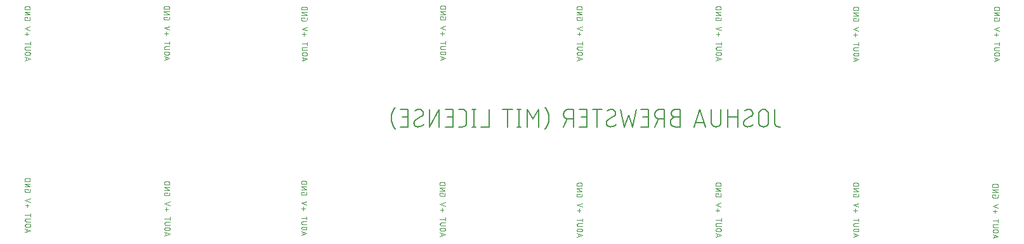
<source format=gbr>
G04 EAGLE Gerber RS-274X export*
G75*
%MOMM*%
%FSLAX34Y34*%
%LPD*%
%INSilkscreen Bottom*%
%IPPOS*%
%AMOC8*
5,1,8,0,0,1.08239X$1,22.5*%
G01*
%ADD10C,0.203200*%
%ADD11C,0.050800*%


D10*
X1219056Y172491D02*
X1219056Y154316D01*
X1219058Y154173D01*
X1219064Y154030D01*
X1219074Y153887D01*
X1219088Y153745D01*
X1219105Y153603D01*
X1219127Y153461D01*
X1219152Y153320D01*
X1219182Y153180D01*
X1219215Y153041D01*
X1219252Y152903D01*
X1219293Y152766D01*
X1219337Y152630D01*
X1219386Y152495D01*
X1219438Y152362D01*
X1219493Y152230D01*
X1219553Y152100D01*
X1219616Y151971D01*
X1219682Y151844D01*
X1219752Y151720D01*
X1219825Y151597D01*
X1219902Y151476D01*
X1219982Y151357D01*
X1220065Y151241D01*
X1220151Y151126D01*
X1220240Y151015D01*
X1220333Y150905D01*
X1220428Y150799D01*
X1220527Y150695D01*
X1220628Y150594D01*
X1220732Y150495D01*
X1220838Y150400D01*
X1220948Y150307D01*
X1221059Y150218D01*
X1221174Y150132D01*
X1221290Y150049D01*
X1221409Y149969D01*
X1221530Y149892D01*
X1221653Y149819D01*
X1221777Y149749D01*
X1221904Y149683D01*
X1222033Y149620D01*
X1222163Y149560D01*
X1222295Y149505D01*
X1222428Y149453D01*
X1222563Y149404D01*
X1222699Y149360D01*
X1222836Y149319D01*
X1222974Y149282D01*
X1223113Y149249D01*
X1223253Y149219D01*
X1223394Y149194D01*
X1223536Y149172D01*
X1223678Y149155D01*
X1223820Y149141D01*
X1223963Y149131D01*
X1224106Y149125D01*
X1224249Y149123D01*
X1226845Y149123D01*
X1210493Y155615D02*
X1210493Y166000D01*
X1210491Y166159D01*
X1210485Y166318D01*
X1210475Y166478D01*
X1210462Y166636D01*
X1210444Y166795D01*
X1210423Y166952D01*
X1210397Y167110D01*
X1210368Y167266D01*
X1210335Y167422D01*
X1210298Y167577D01*
X1210258Y167731D01*
X1210213Y167884D01*
X1210165Y168036D01*
X1210114Y168187D01*
X1210058Y168336D01*
X1209999Y168484D01*
X1209936Y168630D01*
X1209870Y168775D01*
X1209800Y168918D01*
X1209727Y169060D01*
X1209650Y169199D01*
X1209570Y169337D01*
X1209486Y169473D01*
X1209399Y169606D01*
X1209309Y169738D01*
X1209216Y169867D01*
X1209119Y169993D01*
X1209020Y170118D01*
X1208917Y170240D01*
X1208812Y170359D01*
X1208703Y170476D01*
X1208592Y170590D01*
X1208478Y170701D01*
X1208361Y170810D01*
X1208242Y170915D01*
X1208120Y171018D01*
X1207995Y171117D01*
X1207869Y171214D01*
X1207740Y171307D01*
X1207608Y171397D01*
X1207475Y171484D01*
X1207339Y171568D01*
X1207201Y171648D01*
X1207062Y171725D01*
X1206920Y171798D01*
X1206777Y171868D01*
X1206632Y171934D01*
X1206486Y171997D01*
X1206338Y172056D01*
X1206189Y172112D01*
X1206038Y172163D01*
X1205886Y172211D01*
X1205733Y172256D01*
X1205579Y172296D01*
X1205424Y172333D01*
X1205268Y172366D01*
X1205112Y172395D01*
X1204954Y172421D01*
X1204797Y172442D01*
X1204638Y172460D01*
X1204480Y172473D01*
X1204320Y172483D01*
X1204161Y172489D01*
X1204002Y172491D01*
X1203843Y172489D01*
X1203684Y172483D01*
X1203524Y172473D01*
X1203366Y172460D01*
X1203207Y172442D01*
X1203050Y172421D01*
X1202892Y172395D01*
X1202736Y172366D01*
X1202580Y172333D01*
X1202425Y172296D01*
X1202271Y172256D01*
X1202118Y172211D01*
X1201966Y172163D01*
X1201815Y172112D01*
X1201666Y172056D01*
X1201518Y171997D01*
X1201372Y171934D01*
X1201227Y171868D01*
X1201084Y171798D01*
X1200942Y171725D01*
X1200803Y171648D01*
X1200665Y171568D01*
X1200529Y171484D01*
X1200396Y171397D01*
X1200264Y171307D01*
X1200135Y171214D01*
X1200009Y171117D01*
X1199884Y171018D01*
X1199762Y170915D01*
X1199643Y170810D01*
X1199526Y170701D01*
X1199412Y170590D01*
X1199301Y170476D01*
X1199192Y170359D01*
X1199087Y170240D01*
X1198984Y170118D01*
X1198885Y169993D01*
X1198788Y169867D01*
X1198695Y169738D01*
X1198605Y169606D01*
X1198518Y169473D01*
X1198434Y169337D01*
X1198354Y169199D01*
X1198277Y169060D01*
X1198204Y168918D01*
X1198134Y168775D01*
X1198068Y168630D01*
X1198005Y168484D01*
X1197946Y168336D01*
X1197890Y168187D01*
X1197839Y168036D01*
X1197791Y167884D01*
X1197746Y167731D01*
X1197706Y167577D01*
X1197669Y167422D01*
X1197636Y167266D01*
X1197607Y167110D01*
X1197581Y166952D01*
X1197560Y166795D01*
X1197542Y166636D01*
X1197529Y166478D01*
X1197519Y166318D01*
X1197513Y166159D01*
X1197511Y166000D01*
X1197511Y155615D01*
X1197513Y155456D01*
X1197519Y155297D01*
X1197529Y155137D01*
X1197542Y154979D01*
X1197560Y154820D01*
X1197581Y154663D01*
X1197607Y154505D01*
X1197636Y154349D01*
X1197669Y154193D01*
X1197706Y154038D01*
X1197746Y153884D01*
X1197791Y153731D01*
X1197839Y153579D01*
X1197890Y153428D01*
X1197946Y153279D01*
X1198005Y153131D01*
X1198068Y152985D01*
X1198134Y152840D01*
X1198204Y152697D01*
X1198277Y152555D01*
X1198354Y152416D01*
X1198434Y152278D01*
X1198518Y152142D01*
X1198605Y152009D01*
X1198695Y151877D01*
X1198788Y151748D01*
X1198885Y151622D01*
X1198984Y151497D01*
X1199087Y151375D01*
X1199192Y151256D01*
X1199301Y151139D01*
X1199412Y151025D01*
X1199526Y150914D01*
X1199643Y150805D01*
X1199762Y150700D01*
X1199884Y150597D01*
X1200009Y150498D01*
X1200135Y150401D01*
X1200264Y150308D01*
X1200396Y150218D01*
X1200529Y150131D01*
X1200665Y150047D01*
X1200803Y149967D01*
X1200942Y149890D01*
X1201084Y149817D01*
X1201227Y149747D01*
X1201372Y149681D01*
X1201518Y149618D01*
X1201666Y149559D01*
X1201815Y149503D01*
X1201966Y149452D01*
X1202118Y149404D01*
X1202271Y149359D01*
X1202425Y149319D01*
X1202580Y149282D01*
X1202736Y149249D01*
X1202892Y149220D01*
X1203050Y149194D01*
X1203207Y149173D01*
X1203366Y149155D01*
X1203524Y149142D01*
X1203684Y149132D01*
X1203843Y149126D01*
X1204002Y149124D01*
X1204161Y149126D01*
X1204320Y149132D01*
X1204480Y149142D01*
X1204638Y149155D01*
X1204797Y149173D01*
X1204954Y149194D01*
X1205112Y149220D01*
X1205268Y149249D01*
X1205424Y149282D01*
X1205579Y149319D01*
X1205733Y149359D01*
X1205886Y149404D01*
X1206038Y149452D01*
X1206189Y149503D01*
X1206338Y149559D01*
X1206486Y149618D01*
X1206632Y149681D01*
X1206777Y149747D01*
X1206920Y149817D01*
X1207062Y149890D01*
X1207201Y149967D01*
X1207339Y150047D01*
X1207475Y150131D01*
X1207608Y150218D01*
X1207740Y150308D01*
X1207869Y150401D01*
X1207995Y150498D01*
X1208120Y150597D01*
X1208242Y150700D01*
X1208361Y150805D01*
X1208478Y150914D01*
X1208592Y151025D01*
X1208703Y151139D01*
X1208812Y151256D01*
X1208917Y151375D01*
X1209020Y151497D01*
X1209119Y151622D01*
X1209216Y151748D01*
X1209309Y151877D01*
X1209399Y152009D01*
X1209486Y152142D01*
X1209570Y152278D01*
X1209650Y152416D01*
X1209727Y152555D01*
X1209800Y152697D01*
X1209870Y152840D01*
X1209936Y152985D01*
X1209999Y153131D01*
X1210058Y153279D01*
X1210114Y153428D01*
X1210165Y153579D01*
X1210213Y153731D01*
X1210258Y153884D01*
X1210298Y154038D01*
X1210335Y154193D01*
X1210368Y154349D01*
X1210397Y154505D01*
X1210423Y154663D01*
X1210444Y154820D01*
X1210462Y154979D01*
X1210475Y155137D01*
X1210485Y155297D01*
X1210491Y155456D01*
X1210493Y155615D01*
X1182521Y149123D02*
X1182378Y149125D01*
X1182235Y149131D01*
X1182092Y149141D01*
X1181950Y149155D01*
X1181808Y149172D01*
X1181666Y149194D01*
X1181525Y149219D01*
X1181385Y149249D01*
X1181246Y149282D01*
X1181108Y149319D01*
X1180971Y149360D01*
X1180835Y149404D01*
X1180700Y149453D01*
X1180567Y149505D01*
X1180435Y149560D01*
X1180305Y149620D01*
X1180176Y149683D01*
X1180049Y149749D01*
X1179925Y149819D01*
X1179802Y149892D01*
X1179681Y149969D01*
X1179562Y150048D01*
X1179446Y150132D01*
X1179331Y150218D01*
X1179220Y150307D01*
X1179110Y150400D01*
X1179004Y150495D01*
X1178900Y150594D01*
X1178799Y150695D01*
X1178700Y150799D01*
X1178605Y150905D01*
X1178512Y151015D01*
X1178423Y151126D01*
X1178337Y151241D01*
X1178254Y151357D01*
X1178174Y151476D01*
X1178097Y151597D01*
X1178024Y151719D01*
X1177954Y151844D01*
X1177888Y151971D01*
X1177825Y152100D01*
X1177765Y152230D01*
X1177710Y152362D01*
X1177658Y152495D01*
X1177609Y152630D01*
X1177565Y152766D01*
X1177524Y152903D01*
X1177487Y153041D01*
X1177454Y153180D01*
X1177424Y153320D01*
X1177399Y153461D01*
X1177377Y153603D01*
X1177360Y153745D01*
X1177346Y153887D01*
X1177336Y154030D01*
X1177330Y154173D01*
X1177328Y154316D01*
X1182521Y149124D02*
X1182784Y149127D01*
X1183046Y149137D01*
X1183308Y149152D01*
X1183569Y149174D01*
X1183830Y149202D01*
X1184090Y149237D01*
X1184350Y149278D01*
X1184608Y149324D01*
X1184865Y149377D01*
X1185121Y149437D01*
X1185375Y149502D01*
X1185628Y149573D01*
X1185878Y149650D01*
X1186127Y149734D01*
X1186374Y149823D01*
X1186619Y149918D01*
X1186861Y150019D01*
X1187101Y150126D01*
X1187338Y150238D01*
X1187572Y150356D01*
X1187804Y150480D01*
X1188032Y150609D01*
X1188258Y150744D01*
X1188480Y150884D01*
X1188698Y151029D01*
X1188914Y151179D01*
X1189125Y151335D01*
X1189333Y151495D01*
X1189536Y151661D01*
X1189736Y151831D01*
X1189932Y152006D01*
X1190123Y152185D01*
X1190310Y152369D01*
X1189662Y167299D02*
X1189660Y167442D01*
X1189654Y167585D01*
X1189644Y167728D01*
X1189630Y167870D01*
X1189613Y168012D01*
X1189591Y168154D01*
X1189566Y168295D01*
X1189536Y168435D01*
X1189503Y168574D01*
X1189466Y168712D01*
X1189425Y168849D01*
X1189381Y168985D01*
X1189332Y169120D01*
X1189280Y169253D01*
X1189225Y169385D01*
X1189165Y169515D01*
X1189102Y169644D01*
X1189036Y169771D01*
X1188966Y169896D01*
X1188893Y170018D01*
X1188816Y170139D01*
X1188736Y170258D01*
X1188653Y170374D01*
X1188567Y170489D01*
X1188478Y170600D01*
X1188385Y170710D01*
X1188290Y170816D01*
X1188191Y170920D01*
X1188090Y171021D01*
X1187986Y171120D01*
X1187880Y171215D01*
X1187770Y171308D01*
X1187659Y171397D01*
X1187544Y171483D01*
X1187428Y171566D01*
X1187309Y171646D01*
X1187188Y171723D01*
X1187066Y171796D01*
X1186941Y171866D01*
X1186814Y171932D01*
X1186685Y171995D01*
X1186555Y172055D01*
X1186423Y172110D01*
X1186290Y172162D01*
X1186155Y172211D01*
X1186019Y172255D01*
X1185882Y172296D01*
X1185744Y172333D01*
X1185605Y172366D01*
X1185465Y172396D01*
X1185324Y172421D01*
X1185182Y172443D01*
X1185040Y172460D01*
X1184898Y172474D01*
X1184755Y172484D01*
X1184612Y172490D01*
X1184469Y172492D01*
X1184237Y172489D01*
X1184005Y172481D01*
X1183773Y172467D01*
X1183542Y172448D01*
X1183311Y172423D01*
X1183081Y172393D01*
X1182852Y172357D01*
X1182624Y172316D01*
X1182396Y172269D01*
X1182170Y172217D01*
X1181945Y172159D01*
X1181722Y172096D01*
X1181500Y172028D01*
X1181280Y171955D01*
X1181062Y171876D01*
X1180845Y171793D01*
X1180631Y171704D01*
X1180419Y171610D01*
X1180209Y171511D01*
X1180001Y171407D01*
X1179797Y171298D01*
X1179594Y171184D01*
X1179395Y171065D01*
X1179198Y170942D01*
X1179005Y170814D01*
X1178814Y170682D01*
X1178627Y170545D01*
X1187065Y162755D02*
X1187188Y162830D01*
X1187309Y162908D01*
X1187428Y162990D01*
X1187544Y163074D01*
X1187658Y163162D01*
X1187770Y163253D01*
X1187880Y163347D01*
X1187986Y163444D01*
X1188090Y163544D01*
X1188191Y163646D01*
X1188290Y163752D01*
X1188385Y163860D01*
X1188478Y163970D01*
X1188567Y164083D01*
X1188653Y164199D01*
X1188737Y164316D01*
X1188816Y164436D01*
X1188893Y164558D01*
X1188966Y164682D01*
X1189036Y164808D01*
X1189102Y164936D01*
X1189165Y165066D01*
X1189224Y165197D01*
X1189280Y165330D01*
X1189332Y165465D01*
X1189380Y165601D01*
X1189425Y165738D01*
X1189465Y165876D01*
X1189502Y166015D01*
X1189536Y166155D01*
X1189565Y166296D01*
X1189590Y166438D01*
X1189612Y166581D01*
X1189630Y166724D01*
X1189643Y166867D01*
X1189653Y167011D01*
X1189659Y167155D01*
X1189661Y167299D01*
X1179924Y158860D02*
X1179801Y158785D01*
X1179680Y158707D01*
X1179561Y158625D01*
X1179445Y158541D01*
X1179331Y158453D01*
X1179219Y158362D01*
X1179110Y158268D01*
X1179003Y158171D01*
X1178899Y158071D01*
X1178798Y157969D01*
X1178699Y157863D01*
X1178604Y157755D01*
X1178511Y157645D01*
X1178422Y157532D01*
X1178336Y157417D01*
X1178253Y157299D01*
X1178173Y157179D01*
X1178096Y157057D01*
X1178023Y156933D01*
X1177953Y156807D01*
X1177887Y156679D01*
X1177824Y156549D01*
X1177765Y156418D01*
X1177709Y156285D01*
X1177657Y156150D01*
X1177609Y156014D01*
X1177564Y155877D01*
X1177524Y155739D01*
X1177487Y155600D01*
X1177454Y155460D01*
X1177424Y155319D01*
X1177399Y155177D01*
X1177377Y155034D01*
X1177359Y154891D01*
X1177346Y154748D01*
X1177336Y154604D01*
X1177330Y154460D01*
X1177328Y154316D01*
X1179925Y158860D02*
X1187065Y162755D01*
X1169432Y172491D02*
X1169432Y149123D01*
X1169432Y162106D02*
X1156450Y162106D01*
X1156450Y172491D02*
X1156450Y149123D01*
X1147161Y155615D02*
X1147161Y172491D01*
X1147161Y155615D02*
X1147159Y155456D01*
X1147153Y155297D01*
X1147143Y155137D01*
X1147130Y154979D01*
X1147112Y154820D01*
X1147091Y154663D01*
X1147065Y154505D01*
X1147036Y154349D01*
X1147003Y154193D01*
X1146966Y154038D01*
X1146926Y153884D01*
X1146881Y153731D01*
X1146833Y153579D01*
X1146782Y153428D01*
X1146726Y153279D01*
X1146667Y153131D01*
X1146604Y152985D01*
X1146538Y152840D01*
X1146468Y152697D01*
X1146395Y152555D01*
X1146318Y152416D01*
X1146238Y152278D01*
X1146154Y152142D01*
X1146067Y152009D01*
X1145977Y151877D01*
X1145884Y151748D01*
X1145787Y151622D01*
X1145688Y151497D01*
X1145585Y151375D01*
X1145480Y151256D01*
X1145371Y151139D01*
X1145260Y151025D01*
X1145146Y150914D01*
X1145029Y150805D01*
X1144910Y150700D01*
X1144788Y150597D01*
X1144663Y150498D01*
X1144537Y150401D01*
X1144408Y150308D01*
X1144276Y150218D01*
X1144143Y150131D01*
X1144007Y150047D01*
X1143869Y149967D01*
X1143730Y149890D01*
X1143588Y149817D01*
X1143445Y149747D01*
X1143300Y149681D01*
X1143154Y149618D01*
X1143006Y149559D01*
X1142857Y149503D01*
X1142706Y149452D01*
X1142554Y149404D01*
X1142401Y149359D01*
X1142247Y149319D01*
X1142092Y149282D01*
X1141936Y149249D01*
X1141780Y149220D01*
X1141622Y149194D01*
X1141465Y149173D01*
X1141306Y149155D01*
X1141148Y149142D01*
X1140988Y149132D01*
X1140829Y149126D01*
X1140670Y149124D01*
X1140511Y149126D01*
X1140352Y149132D01*
X1140192Y149142D01*
X1140034Y149155D01*
X1139875Y149173D01*
X1139718Y149194D01*
X1139560Y149220D01*
X1139404Y149249D01*
X1139248Y149282D01*
X1139093Y149319D01*
X1138939Y149359D01*
X1138786Y149404D01*
X1138634Y149452D01*
X1138483Y149503D01*
X1138334Y149559D01*
X1138186Y149618D01*
X1138040Y149681D01*
X1137895Y149747D01*
X1137752Y149817D01*
X1137610Y149890D01*
X1137471Y149967D01*
X1137333Y150047D01*
X1137197Y150131D01*
X1137064Y150218D01*
X1136932Y150308D01*
X1136803Y150401D01*
X1136677Y150498D01*
X1136552Y150597D01*
X1136430Y150700D01*
X1136311Y150805D01*
X1136194Y150914D01*
X1136080Y151025D01*
X1135969Y151139D01*
X1135860Y151256D01*
X1135755Y151375D01*
X1135652Y151497D01*
X1135553Y151622D01*
X1135456Y151748D01*
X1135363Y151877D01*
X1135273Y152009D01*
X1135186Y152142D01*
X1135102Y152278D01*
X1135022Y152416D01*
X1134945Y152555D01*
X1134872Y152697D01*
X1134802Y152840D01*
X1134736Y152985D01*
X1134673Y153131D01*
X1134614Y153279D01*
X1134558Y153428D01*
X1134507Y153579D01*
X1134459Y153731D01*
X1134414Y153884D01*
X1134374Y154038D01*
X1134337Y154193D01*
X1134304Y154349D01*
X1134275Y154505D01*
X1134249Y154663D01*
X1134228Y154820D01*
X1134210Y154979D01*
X1134197Y155137D01*
X1134187Y155297D01*
X1134181Y155456D01*
X1134179Y155615D01*
X1134179Y172491D01*
X1119095Y172491D02*
X1126885Y149123D01*
X1111306Y149123D02*
X1119095Y172491D01*
X1113253Y154965D02*
X1124937Y154965D01*
X1092729Y162106D02*
X1086238Y162106D01*
X1086079Y162104D01*
X1085920Y162098D01*
X1085760Y162088D01*
X1085602Y162075D01*
X1085443Y162057D01*
X1085286Y162036D01*
X1085128Y162010D01*
X1084972Y161981D01*
X1084816Y161948D01*
X1084661Y161911D01*
X1084507Y161871D01*
X1084354Y161826D01*
X1084202Y161778D01*
X1084051Y161727D01*
X1083902Y161671D01*
X1083754Y161612D01*
X1083608Y161549D01*
X1083463Y161483D01*
X1083320Y161413D01*
X1083178Y161340D01*
X1083039Y161263D01*
X1082901Y161183D01*
X1082765Y161099D01*
X1082632Y161012D01*
X1082500Y160922D01*
X1082371Y160829D01*
X1082245Y160732D01*
X1082120Y160633D01*
X1081998Y160530D01*
X1081879Y160425D01*
X1081762Y160316D01*
X1081648Y160205D01*
X1081537Y160091D01*
X1081428Y159974D01*
X1081323Y159855D01*
X1081220Y159733D01*
X1081121Y159608D01*
X1081024Y159482D01*
X1080931Y159353D01*
X1080841Y159221D01*
X1080754Y159088D01*
X1080670Y158952D01*
X1080590Y158814D01*
X1080513Y158675D01*
X1080440Y158533D01*
X1080370Y158390D01*
X1080304Y158245D01*
X1080241Y158099D01*
X1080182Y157951D01*
X1080126Y157802D01*
X1080075Y157651D01*
X1080027Y157499D01*
X1079982Y157346D01*
X1079942Y157192D01*
X1079905Y157037D01*
X1079872Y156881D01*
X1079843Y156725D01*
X1079817Y156567D01*
X1079796Y156410D01*
X1079778Y156251D01*
X1079765Y156093D01*
X1079755Y155933D01*
X1079749Y155774D01*
X1079747Y155615D01*
X1079749Y155456D01*
X1079755Y155297D01*
X1079765Y155137D01*
X1079778Y154979D01*
X1079796Y154820D01*
X1079817Y154663D01*
X1079843Y154505D01*
X1079872Y154349D01*
X1079905Y154193D01*
X1079942Y154038D01*
X1079982Y153884D01*
X1080027Y153731D01*
X1080075Y153579D01*
X1080126Y153428D01*
X1080182Y153279D01*
X1080241Y153131D01*
X1080304Y152985D01*
X1080370Y152840D01*
X1080440Y152697D01*
X1080513Y152555D01*
X1080590Y152416D01*
X1080670Y152278D01*
X1080754Y152142D01*
X1080841Y152009D01*
X1080931Y151877D01*
X1081024Y151748D01*
X1081121Y151622D01*
X1081220Y151497D01*
X1081323Y151375D01*
X1081428Y151256D01*
X1081537Y151139D01*
X1081648Y151025D01*
X1081762Y150914D01*
X1081879Y150805D01*
X1081998Y150700D01*
X1082120Y150597D01*
X1082245Y150498D01*
X1082371Y150401D01*
X1082500Y150308D01*
X1082632Y150218D01*
X1082765Y150131D01*
X1082901Y150047D01*
X1083039Y149967D01*
X1083178Y149890D01*
X1083320Y149817D01*
X1083463Y149747D01*
X1083608Y149681D01*
X1083754Y149618D01*
X1083902Y149559D01*
X1084051Y149503D01*
X1084202Y149452D01*
X1084354Y149404D01*
X1084507Y149359D01*
X1084661Y149319D01*
X1084816Y149282D01*
X1084972Y149249D01*
X1085128Y149220D01*
X1085286Y149194D01*
X1085443Y149173D01*
X1085602Y149155D01*
X1085760Y149142D01*
X1085920Y149132D01*
X1086079Y149126D01*
X1086238Y149124D01*
X1086238Y149123D02*
X1092729Y149123D01*
X1092729Y172491D01*
X1086238Y172491D01*
X1086238Y172492D02*
X1086095Y172490D01*
X1085952Y172484D01*
X1085809Y172474D01*
X1085667Y172460D01*
X1085525Y172443D01*
X1085383Y172421D01*
X1085242Y172396D01*
X1085102Y172366D01*
X1084963Y172333D01*
X1084825Y172296D01*
X1084688Y172255D01*
X1084552Y172211D01*
X1084417Y172162D01*
X1084284Y172110D01*
X1084152Y172055D01*
X1084022Y171995D01*
X1083893Y171932D01*
X1083766Y171866D01*
X1083642Y171796D01*
X1083519Y171723D01*
X1083398Y171646D01*
X1083279Y171566D01*
X1083163Y171483D01*
X1083048Y171397D01*
X1082937Y171308D01*
X1082827Y171215D01*
X1082721Y171120D01*
X1082617Y171021D01*
X1082516Y170920D01*
X1082417Y170816D01*
X1082322Y170710D01*
X1082229Y170600D01*
X1082140Y170489D01*
X1082054Y170374D01*
X1081971Y170258D01*
X1081891Y170139D01*
X1081814Y170018D01*
X1081741Y169896D01*
X1081671Y169771D01*
X1081605Y169644D01*
X1081542Y169515D01*
X1081482Y169385D01*
X1081427Y169253D01*
X1081375Y169120D01*
X1081326Y168985D01*
X1081282Y168849D01*
X1081241Y168712D01*
X1081204Y168574D01*
X1081171Y168435D01*
X1081141Y168295D01*
X1081116Y168154D01*
X1081094Y168012D01*
X1081077Y167870D01*
X1081063Y167728D01*
X1081053Y167585D01*
X1081047Y167442D01*
X1081045Y167299D01*
X1081047Y167156D01*
X1081053Y167013D01*
X1081063Y166870D01*
X1081077Y166728D01*
X1081094Y166586D01*
X1081116Y166444D01*
X1081141Y166303D01*
X1081171Y166163D01*
X1081204Y166024D01*
X1081241Y165886D01*
X1081282Y165749D01*
X1081326Y165613D01*
X1081375Y165478D01*
X1081427Y165345D01*
X1081482Y165213D01*
X1081542Y165083D01*
X1081605Y164954D01*
X1081671Y164827D01*
X1081741Y164703D01*
X1081814Y164580D01*
X1081891Y164459D01*
X1081971Y164340D01*
X1082054Y164224D01*
X1082140Y164109D01*
X1082229Y163998D01*
X1082322Y163888D01*
X1082417Y163782D01*
X1082516Y163678D01*
X1082617Y163577D01*
X1082721Y163478D01*
X1082827Y163383D01*
X1082937Y163290D01*
X1083048Y163201D01*
X1083163Y163115D01*
X1083279Y163032D01*
X1083398Y162952D01*
X1083519Y162875D01*
X1083642Y162802D01*
X1083766Y162732D01*
X1083893Y162666D01*
X1084022Y162603D01*
X1084152Y162543D01*
X1084284Y162488D01*
X1084417Y162436D01*
X1084552Y162387D01*
X1084688Y162343D01*
X1084825Y162302D01*
X1084963Y162265D01*
X1085102Y162232D01*
X1085242Y162202D01*
X1085383Y162177D01*
X1085525Y162155D01*
X1085667Y162138D01*
X1085809Y162124D01*
X1085952Y162114D01*
X1086095Y162108D01*
X1086238Y162106D01*
X1071934Y172491D02*
X1071934Y149123D01*
X1071934Y172491D02*
X1065443Y172491D01*
X1065284Y172489D01*
X1065125Y172483D01*
X1064965Y172473D01*
X1064807Y172460D01*
X1064648Y172442D01*
X1064491Y172421D01*
X1064333Y172395D01*
X1064177Y172366D01*
X1064021Y172333D01*
X1063866Y172296D01*
X1063712Y172256D01*
X1063559Y172211D01*
X1063407Y172163D01*
X1063256Y172112D01*
X1063107Y172056D01*
X1062959Y171997D01*
X1062813Y171934D01*
X1062668Y171868D01*
X1062525Y171798D01*
X1062383Y171725D01*
X1062244Y171648D01*
X1062106Y171568D01*
X1061970Y171484D01*
X1061837Y171397D01*
X1061705Y171307D01*
X1061576Y171214D01*
X1061450Y171117D01*
X1061325Y171018D01*
X1061203Y170915D01*
X1061084Y170810D01*
X1060967Y170701D01*
X1060853Y170590D01*
X1060742Y170476D01*
X1060633Y170359D01*
X1060528Y170240D01*
X1060425Y170118D01*
X1060326Y169993D01*
X1060229Y169867D01*
X1060136Y169738D01*
X1060046Y169606D01*
X1059959Y169473D01*
X1059875Y169337D01*
X1059795Y169199D01*
X1059718Y169060D01*
X1059645Y168918D01*
X1059575Y168775D01*
X1059509Y168630D01*
X1059446Y168484D01*
X1059387Y168336D01*
X1059331Y168187D01*
X1059280Y168036D01*
X1059232Y167884D01*
X1059187Y167731D01*
X1059147Y167577D01*
X1059110Y167422D01*
X1059077Y167266D01*
X1059048Y167110D01*
X1059022Y166952D01*
X1059001Y166795D01*
X1058983Y166636D01*
X1058970Y166478D01*
X1058960Y166318D01*
X1058954Y166159D01*
X1058952Y166000D01*
X1058954Y165841D01*
X1058960Y165682D01*
X1058970Y165522D01*
X1058983Y165364D01*
X1059001Y165205D01*
X1059022Y165048D01*
X1059048Y164890D01*
X1059077Y164734D01*
X1059110Y164578D01*
X1059147Y164423D01*
X1059187Y164269D01*
X1059232Y164116D01*
X1059280Y163964D01*
X1059331Y163813D01*
X1059387Y163664D01*
X1059446Y163516D01*
X1059509Y163370D01*
X1059575Y163225D01*
X1059645Y163082D01*
X1059718Y162940D01*
X1059795Y162801D01*
X1059875Y162663D01*
X1059959Y162527D01*
X1060046Y162394D01*
X1060136Y162262D01*
X1060229Y162133D01*
X1060326Y162007D01*
X1060425Y161882D01*
X1060528Y161760D01*
X1060633Y161641D01*
X1060742Y161524D01*
X1060853Y161410D01*
X1060967Y161299D01*
X1061084Y161190D01*
X1061203Y161085D01*
X1061325Y160982D01*
X1061450Y160883D01*
X1061576Y160786D01*
X1061705Y160693D01*
X1061837Y160603D01*
X1061970Y160516D01*
X1062106Y160432D01*
X1062244Y160352D01*
X1062383Y160275D01*
X1062525Y160202D01*
X1062668Y160132D01*
X1062813Y160066D01*
X1062959Y160003D01*
X1063107Y159944D01*
X1063256Y159888D01*
X1063407Y159837D01*
X1063559Y159789D01*
X1063712Y159744D01*
X1063866Y159704D01*
X1064021Y159667D01*
X1064177Y159634D01*
X1064333Y159605D01*
X1064491Y159579D01*
X1064648Y159558D01*
X1064807Y159540D01*
X1064965Y159527D01*
X1065125Y159517D01*
X1065284Y159511D01*
X1065443Y159509D01*
X1071934Y159509D01*
X1064145Y159509D02*
X1058952Y149123D01*
X1050399Y149123D02*
X1040013Y149123D01*
X1050399Y149123D02*
X1050399Y172491D01*
X1040013Y172491D01*
X1042609Y162106D02*
X1050399Y162106D01*
X1034135Y172491D02*
X1028942Y149123D01*
X1023749Y164702D01*
X1018556Y149123D01*
X1013363Y172491D01*
X994291Y154316D02*
X994293Y154173D01*
X994299Y154030D01*
X994309Y153887D01*
X994323Y153745D01*
X994340Y153603D01*
X994362Y153461D01*
X994387Y153320D01*
X994417Y153180D01*
X994450Y153041D01*
X994487Y152903D01*
X994528Y152766D01*
X994572Y152630D01*
X994621Y152495D01*
X994673Y152362D01*
X994728Y152230D01*
X994788Y152100D01*
X994851Y151971D01*
X994917Y151844D01*
X994987Y151719D01*
X995060Y151597D01*
X995137Y151476D01*
X995217Y151357D01*
X995300Y151241D01*
X995386Y151126D01*
X995475Y151015D01*
X995568Y150905D01*
X995663Y150799D01*
X995762Y150695D01*
X995863Y150594D01*
X995967Y150495D01*
X996073Y150400D01*
X996183Y150307D01*
X996294Y150218D01*
X996409Y150132D01*
X996525Y150048D01*
X996644Y149969D01*
X996765Y149892D01*
X996888Y149819D01*
X997012Y149749D01*
X997139Y149683D01*
X997268Y149620D01*
X997398Y149560D01*
X997530Y149505D01*
X997663Y149453D01*
X997798Y149404D01*
X997934Y149360D01*
X998071Y149319D01*
X998209Y149282D01*
X998348Y149249D01*
X998488Y149219D01*
X998629Y149194D01*
X998771Y149172D01*
X998913Y149155D01*
X999055Y149141D01*
X999198Y149131D01*
X999341Y149125D01*
X999484Y149123D01*
X999484Y149124D02*
X999747Y149127D01*
X1000009Y149137D01*
X1000271Y149152D01*
X1000532Y149174D01*
X1000793Y149202D01*
X1001053Y149237D01*
X1001313Y149278D01*
X1001571Y149324D01*
X1001828Y149377D01*
X1002084Y149437D01*
X1002338Y149502D01*
X1002591Y149573D01*
X1002841Y149650D01*
X1003090Y149734D01*
X1003337Y149823D01*
X1003582Y149918D01*
X1003824Y150019D01*
X1004064Y150126D01*
X1004301Y150238D01*
X1004535Y150356D01*
X1004767Y150480D01*
X1004995Y150609D01*
X1005221Y150744D01*
X1005443Y150884D01*
X1005661Y151029D01*
X1005877Y151179D01*
X1006088Y151335D01*
X1006296Y151495D01*
X1006499Y151661D01*
X1006699Y151831D01*
X1006895Y152006D01*
X1007086Y152185D01*
X1007273Y152369D01*
X1006624Y167299D02*
X1006622Y167442D01*
X1006616Y167585D01*
X1006606Y167728D01*
X1006592Y167870D01*
X1006575Y168012D01*
X1006553Y168154D01*
X1006528Y168295D01*
X1006498Y168435D01*
X1006465Y168574D01*
X1006428Y168712D01*
X1006387Y168849D01*
X1006343Y168985D01*
X1006294Y169120D01*
X1006242Y169253D01*
X1006187Y169385D01*
X1006127Y169515D01*
X1006064Y169644D01*
X1005998Y169771D01*
X1005928Y169896D01*
X1005855Y170018D01*
X1005778Y170139D01*
X1005698Y170258D01*
X1005615Y170374D01*
X1005529Y170489D01*
X1005440Y170600D01*
X1005347Y170710D01*
X1005252Y170816D01*
X1005153Y170920D01*
X1005052Y171021D01*
X1004948Y171120D01*
X1004842Y171215D01*
X1004732Y171308D01*
X1004621Y171397D01*
X1004506Y171483D01*
X1004390Y171566D01*
X1004271Y171646D01*
X1004150Y171723D01*
X1004028Y171796D01*
X1003903Y171866D01*
X1003776Y171932D01*
X1003647Y171995D01*
X1003517Y172055D01*
X1003385Y172110D01*
X1003252Y172162D01*
X1003117Y172211D01*
X1002981Y172255D01*
X1002844Y172296D01*
X1002706Y172333D01*
X1002567Y172366D01*
X1002427Y172396D01*
X1002286Y172421D01*
X1002144Y172443D01*
X1002002Y172460D01*
X1001860Y172474D01*
X1001717Y172484D01*
X1001574Y172490D01*
X1001431Y172492D01*
X1001199Y172489D01*
X1000967Y172481D01*
X1000735Y172467D01*
X1000504Y172448D01*
X1000273Y172423D01*
X1000043Y172393D01*
X999814Y172357D01*
X999586Y172316D01*
X999358Y172269D01*
X999132Y172217D01*
X998907Y172159D01*
X998684Y172096D01*
X998462Y172028D01*
X998242Y171955D01*
X998024Y171876D01*
X997807Y171793D01*
X997593Y171704D01*
X997381Y171610D01*
X997171Y171511D01*
X996963Y171407D01*
X996759Y171298D01*
X996556Y171184D01*
X996357Y171065D01*
X996160Y170942D01*
X995967Y170814D01*
X995776Y170682D01*
X995589Y170545D01*
X1004028Y162755D02*
X1004151Y162830D01*
X1004272Y162908D01*
X1004391Y162990D01*
X1004507Y163074D01*
X1004621Y163162D01*
X1004733Y163253D01*
X1004843Y163347D01*
X1004949Y163444D01*
X1005053Y163544D01*
X1005154Y163646D01*
X1005253Y163752D01*
X1005348Y163860D01*
X1005441Y163970D01*
X1005530Y164083D01*
X1005616Y164199D01*
X1005700Y164316D01*
X1005779Y164436D01*
X1005856Y164558D01*
X1005929Y164682D01*
X1005999Y164808D01*
X1006065Y164936D01*
X1006128Y165066D01*
X1006187Y165197D01*
X1006243Y165330D01*
X1006295Y165465D01*
X1006343Y165601D01*
X1006388Y165738D01*
X1006428Y165876D01*
X1006465Y166015D01*
X1006499Y166155D01*
X1006528Y166296D01*
X1006553Y166438D01*
X1006575Y166581D01*
X1006593Y166724D01*
X1006606Y166867D01*
X1006616Y167011D01*
X1006622Y167155D01*
X1006624Y167299D01*
X996887Y158860D02*
X996764Y158785D01*
X996643Y158707D01*
X996524Y158625D01*
X996408Y158541D01*
X996294Y158453D01*
X996182Y158362D01*
X996073Y158268D01*
X995966Y158171D01*
X995862Y158071D01*
X995761Y157969D01*
X995662Y157863D01*
X995567Y157755D01*
X995474Y157645D01*
X995385Y157532D01*
X995299Y157417D01*
X995216Y157299D01*
X995136Y157179D01*
X995059Y157057D01*
X994986Y156933D01*
X994916Y156807D01*
X994850Y156679D01*
X994787Y156549D01*
X994728Y156418D01*
X994672Y156285D01*
X994620Y156150D01*
X994572Y156014D01*
X994527Y155877D01*
X994487Y155739D01*
X994450Y155600D01*
X994417Y155460D01*
X994387Y155319D01*
X994362Y155177D01*
X994340Y155034D01*
X994322Y154891D01*
X994309Y154748D01*
X994299Y154604D01*
X994293Y154460D01*
X994291Y154316D01*
X996888Y158860D02*
X1004028Y162755D01*
X981991Y172491D02*
X981991Y149123D01*
X975500Y172491D02*
X988483Y172491D01*
X968275Y149123D02*
X957890Y149123D01*
X968275Y149123D02*
X968275Y172491D01*
X957890Y172491D01*
X960486Y162106D02*
X968275Y162106D01*
X950141Y172491D02*
X950141Y149123D01*
X950141Y172491D02*
X943650Y172491D01*
X943491Y172489D01*
X943332Y172483D01*
X943172Y172473D01*
X943014Y172460D01*
X942855Y172442D01*
X942698Y172421D01*
X942540Y172395D01*
X942384Y172366D01*
X942228Y172333D01*
X942073Y172296D01*
X941919Y172256D01*
X941766Y172211D01*
X941614Y172163D01*
X941463Y172112D01*
X941314Y172056D01*
X941166Y171997D01*
X941020Y171934D01*
X940875Y171868D01*
X940732Y171798D01*
X940590Y171725D01*
X940451Y171648D01*
X940313Y171568D01*
X940177Y171484D01*
X940044Y171397D01*
X939912Y171307D01*
X939783Y171214D01*
X939657Y171117D01*
X939532Y171018D01*
X939410Y170915D01*
X939291Y170810D01*
X939174Y170701D01*
X939060Y170590D01*
X938949Y170476D01*
X938840Y170359D01*
X938735Y170240D01*
X938632Y170118D01*
X938533Y169993D01*
X938436Y169867D01*
X938343Y169738D01*
X938253Y169606D01*
X938166Y169473D01*
X938082Y169337D01*
X938002Y169199D01*
X937925Y169060D01*
X937852Y168918D01*
X937782Y168775D01*
X937716Y168630D01*
X937653Y168484D01*
X937594Y168336D01*
X937538Y168187D01*
X937487Y168036D01*
X937439Y167884D01*
X937394Y167731D01*
X937354Y167577D01*
X937317Y167422D01*
X937284Y167266D01*
X937255Y167110D01*
X937229Y166952D01*
X937208Y166795D01*
X937190Y166636D01*
X937177Y166478D01*
X937167Y166318D01*
X937161Y166159D01*
X937159Y166000D01*
X937161Y165841D01*
X937167Y165682D01*
X937177Y165522D01*
X937190Y165364D01*
X937208Y165205D01*
X937229Y165048D01*
X937255Y164890D01*
X937284Y164734D01*
X937317Y164578D01*
X937354Y164423D01*
X937394Y164269D01*
X937439Y164116D01*
X937487Y163964D01*
X937538Y163813D01*
X937594Y163664D01*
X937653Y163516D01*
X937716Y163370D01*
X937782Y163225D01*
X937852Y163082D01*
X937925Y162940D01*
X938002Y162801D01*
X938082Y162663D01*
X938166Y162527D01*
X938253Y162394D01*
X938343Y162262D01*
X938436Y162133D01*
X938533Y162007D01*
X938632Y161882D01*
X938735Y161760D01*
X938840Y161641D01*
X938949Y161524D01*
X939060Y161410D01*
X939174Y161299D01*
X939291Y161190D01*
X939410Y161085D01*
X939532Y160982D01*
X939657Y160883D01*
X939783Y160786D01*
X939912Y160693D01*
X940044Y160603D01*
X940177Y160516D01*
X940313Y160432D01*
X940451Y160352D01*
X940590Y160275D01*
X940732Y160202D01*
X940875Y160132D01*
X941020Y160066D01*
X941166Y160003D01*
X941314Y159944D01*
X941463Y159888D01*
X941614Y159837D01*
X941766Y159789D01*
X941919Y159744D01*
X942073Y159704D01*
X942228Y159667D01*
X942384Y159634D01*
X942540Y159605D01*
X942698Y159579D01*
X942855Y159558D01*
X943014Y159540D01*
X943172Y159527D01*
X943332Y159517D01*
X943491Y159511D01*
X943650Y159509D01*
X950141Y159509D01*
X942352Y159509D02*
X937159Y149123D01*
X917750Y160807D02*
X917744Y161342D01*
X917724Y161876D01*
X917692Y162410D01*
X917647Y162943D01*
X917589Y163474D01*
X917519Y164004D01*
X917436Y164533D01*
X917340Y165059D01*
X917231Y165582D01*
X917110Y166103D01*
X916976Y166621D01*
X916830Y167135D01*
X916672Y167646D01*
X916501Y168153D01*
X916319Y168655D01*
X916124Y169153D01*
X915917Y169647D01*
X915699Y170135D01*
X915468Y170617D01*
X915227Y171094D01*
X914974Y171565D01*
X914709Y172030D01*
X914434Y172488D01*
X914147Y172940D01*
X913850Y173384D01*
X913542Y173822D01*
X913224Y174251D01*
X912896Y174673D01*
X912557Y175087D01*
X917750Y160807D02*
X917744Y160272D01*
X917724Y159738D01*
X917692Y159204D01*
X917647Y158671D01*
X917589Y158140D01*
X917519Y157610D01*
X917436Y157081D01*
X917340Y156555D01*
X917231Y156032D01*
X917110Y155511D01*
X916976Y154993D01*
X916830Y154479D01*
X916672Y153968D01*
X916501Y153461D01*
X916319Y152959D01*
X916124Y152461D01*
X915917Y151967D01*
X915699Y151479D01*
X915468Y150997D01*
X915227Y150520D01*
X914974Y150049D01*
X914709Y149584D01*
X914434Y149126D01*
X914147Y148674D01*
X913850Y148230D01*
X913542Y147792D01*
X913224Y147363D01*
X912896Y146941D01*
X912557Y146527D01*
X904178Y149123D02*
X904178Y172491D01*
X896389Y159509D01*
X888599Y172491D01*
X888599Y149123D01*
X877598Y149123D02*
X877598Y172491D01*
X880194Y149123D02*
X875001Y149123D01*
X875001Y172491D02*
X880194Y172491D01*
X862287Y172491D02*
X862287Y149123D01*
X868778Y172491D02*
X855796Y172491D01*
X837435Y172491D02*
X837435Y149123D01*
X827050Y149123D01*
X817745Y149123D02*
X817745Y172491D01*
X820342Y149123D02*
X815149Y149123D01*
X815149Y172491D02*
X820342Y172491D01*
X802364Y149123D02*
X797171Y149123D01*
X802364Y149123D02*
X802507Y149125D01*
X802650Y149131D01*
X802793Y149141D01*
X802935Y149155D01*
X803077Y149172D01*
X803219Y149194D01*
X803360Y149219D01*
X803500Y149249D01*
X803639Y149282D01*
X803777Y149319D01*
X803914Y149360D01*
X804050Y149404D01*
X804185Y149453D01*
X804318Y149505D01*
X804450Y149560D01*
X804580Y149620D01*
X804709Y149683D01*
X804836Y149749D01*
X804961Y149819D01*
X805083Y149892D01*
X805204Y149969D01*
X805323Y150049D01*
X805439Y150132D01*
X805554Y150218D01*
X805665Y150307D01*
X805775Y150400D01*
X805881Y150495D01*
X805985Y150594D01*
X806086Y150695D01*
X806185Y150799D01*
X806280Y150905D01*
X806373Y151015D01*
X806462Y151126D01*
X806548Y151241D01*
X806631Y151357D01*
X806711Y151476D01*
X806788Y151597D01*
X806861Y151719D01*
X806931Y151844D01*
X806997Y151971D01*
X807060Y152100D01*
X807120Y152230D01*
X807175Y152362D01*
X807227Y152495D01*
X807276Y152630D01*
X807320Y152766D01*
X807361Y152903D01*
X807398Y153041D01*
X807431Y153180D01*
X807461Y153320D01*
X807486Y153461D01*
X807508Y153603D01*
X807525Y153745D01*
X807539Y153887D01*
X807549Y154030D01*
X807555Y154173D01*
X807557Y154316D01*
X807557Y167299D01*
X807555Y167442D01*
X807549Y167585D01*
X807539Y167728D01*
X807525Y167870D01*
X807508Y168012D01*
X807486Y168154D01*
X807461Y168295D01*
X807431Y168435D01*
X807398Y168574D01*
X807361Y168712D01*
X807320Y168849D01*
X807276Y168985D01*
X807227Y169120D01*
X807175Y169253D01*
X807120Y169385D01*
X807060Y169515D01*
X806997Y169644D01*
X806931Y169771D01*
X806861Y169896D01*
X806788Y170018D01*
X806711Y170139D01*
X806631Y170258D01*
X806548Y170374D01*
X806462Y170489D01*
X806373Y170600D01*
X806280Y170710D01*
X806185Y170816D01*
X806086Y170920D01*
X805985Y171021D01*
X805881Y171120D01*
X805775Y171215D01*
X805665Y171308D01*
X805554Y171397D01*
X805439Y171483D01*
X805323Y171566D01*
X805204Y171646D01*
X805083Y171723D01*
X804961Y171796D01*
X804836Y171866D01*
X804709Y171932D01*
X804580Y171995D01*
X804450Y172055D01*
X804318Y172110D01*
X804185Y172162D01*
X804050Y172211D01*
X803914Y172255D01*
X803777Y172296D01*
X803639Y172333D01*
X803500Y172366D01*
X803360Y172396D01*
X803219Y172421D01*
X803077Y172443D01*
X802935Y172460D01*
X802793Y172474D01*
X802650Y172484D01*
X802507Y172490D01*
X802364Y172492D01*
X802364Y172491D02*
X797171Y172491D01*
X789414Y149123D02*
X779028Y149123D01*
X789414Y149123D02*
X789414Y172491D01*
X779028Y172491D01*
X781625Y162106D02*
X789414Y162106D01*
X771344Y172491D02*
X771344Y149123D01*
X758361Y149123D02*
X771344Y172491D01*
X758361Y172491D02*
X758361Y149123D01*
X742675Y149123D02*
X742532Y149125D01*
X742389Y149131D01*
X742246Y149141D01*
X742104Y149155D01*
X741962Y149172D01*
X741820Y149194D01*
X741679Y149219D01*
X741539Y149249D01*
X741400Y149282D01*
X741262Y149319D01*
X741125Y149360D01*
X740989Y149404D01*
X740854Y149453D01*
X740721Y149505D01*
X740589Y149560D01*
X740459Y149620D01*
X740330Y149683D01*
X740203Y149749D01*
X740079Y149819D01*
X739956Y149892D01*
X739835Y149969D01*
X739716Y150048D01*
X739600Y150132D01*
X739485Y150218D01*
X739374Y150307D01*
X739264Y150400D01*
X739158Y150495D01*
X739054Y150594D01*
X738953Y150695D01*
X738854Y150799D01*
X738759Y150905D01*
X738666Y151015D01*
X738577Y151126D01*
X738491Y151241D01*
X738408Y151357D01*
X738328Y151476D01*
X738251Y151597D01*
X738178Y151719D01*
X738108Y151844D01*
X738042Y151971D01*
X737979Y152100D01*
X737919Y152230D01*
X737864Y152362D01*
X737812Y152495D01*
X737763Y152630D01*
X737719Y152766D01*
X737678Y152903D01*
X737641Y153041D01*
X737608Y153180D01*
X737578Y153320D01*
X737553Y153461D01*
X737531Y153603D01*
X737514Y153745D01*
X737500Y153887D01*
X737490Y154030D01*
X737484Y154173D01*
X737482Y154316D01*
X742675Y149124D02*
X742938Y149127D01*
X743200Y149137D01*
X743462Y149152D01*
X743723Y149174D01*
X743984Y149202D01*
X744244Y149237D01*
X744504Y149278D01*
X744762Y149324D01*
X745019Y149377D01*
X745275Y149437D01*
X745529Y149502D01*
X745782Y149573D01*
X746032Y149650D01*
X746281Y149734D01*
X746528Y149823D01*
X746773Y149918D01*
X747015Y150019D01*
X747255Y150126D01*
X747492Y150238D01*
X747726Y150356D01*
X747958Y150480D01*
X748186Y150609D01*
X748412Y150744D01*
X748634Y150884D01*
X748852Y151029D01*
X749068Y151179D01*
X749279Y151335D01*
X749487Y151495D01*
X749690Y151661D01*
X749890Y151831D01*
X750086Y152006D01*
X750277Y152185D01*
X750464Y152369D01*
X749816Y167299D02*
X749814Y167442D01*
X749808Y167585D01*
X749798Y167728D01*
X749784Y167870D01*
X749767Y168012D01*
X749745Y168154D01*
X749720Y168295D01*
X749690Y168435D01*
X749657Y168574D01*
X749620Y168712D01*
X749579Y168849D01*
X749535Y168985D01*
X749486Y169120D01*
X749434Y169253D01*
X749379Y169385D01*
X749319Y169515D01*
X749256Y169644D01*
X749190Y169771D01*
X749120Y169896D01*
X749047Y170018D01*
X748970Y170139D01*
X748890Y170258D01*
X748807Y170374D01*
X748721Y170489D01*
X748632Y170600D01*
X748539Y170710D01*
X748444Y170816D01*
X748345Y170920D01*
X748244Y171021D01*
X748140Y171120D01*
X748034Y171215D01*
X747924Y171308D01*
X747813Y171397D01*
X747698Y171483D01*
X747582Y171566D01*
X747463Y171646D01*
X747342Y171723D01*
X747220Y171796D01*
X747095Y171866D01*
X746968Y171932D01*
X746839Y171995D01*
X746709Y172055D01*
X746577Y172110D01*
X746444Y172162D01*
X746309Y172211D01*
X746173Y172255D01*
X746036Y172296D01*
X745898Y172333D01*
X745759Y172366D01*
X745619Y172396D01*
X745478Y172421D01*
X745336Y172443D01*
X745194Y172460D01*
X745052Y172474D01*
X744909Y172484D01*
X744766Y172490D01*
X744623Y172492D01*
X744391Y172489D01*
X744159Y172481D01*
X743927Y172467D01*
X743696Y172448D01*
X743465Y172423D01*
X743235Y172393D01*
X743006Y172357D01*
X742778Y172316D01*
X742550Y172269D01*
X742324Y172217D01*
X742099Y172159D01*
X741876Y172096D01*
X741654Y172028D01*
X741434Y171955D01*
X741216Y171876D01*
X740999Y171793D01*
X740785Y171704D01*
X740573Y171610D01*
X740363Y171511D01*
X740155Y171407D01*
X739951Y171298D01*
X739748Y171184D01*
X739549Y171065D01*
X739352Y170942D01*
X739159Y170814D01*
X738968Y170682D01*
X738781Y170545D01*
X747220Y162755D02*
X747343Y162830D01*
X747464Y162908D01*
X747583Y162990D01*
X747699Y163074D01*
X747813Y163162D01*
X747925Y163253D01*
X748035Y163347D01*
X748141Y163444D01*
X748245Y163544D01*
X748346Y163646D01*
X748445Y163752D01*
X748540Y163860D01*
X748633Y163970D01*
X748722Y164083D01*
X748808Y164199D01*
X748892Y164316D01*
X748971Y164436D01*
X749048Y164558D01*
X749121Y164682D01*
X749191Y164808D01*
X749257Y164936D01*
X749320Y165066D01*
X749379Y165197D01*
X749435Y165330D01*
X749487Y165465D01*
X749535Y165601D01*
X749580Y165738D01*
X749620Y165876D01*
X749657Y166015D01*
X749691Y166155D01*
X749720Y166296D01*
X749745Y166438D01*
X749767Y166581D01*
X749785Y166724D01*
X749798Y166867D01*
X749808Y167011D01*
X749814Y167155D01*
X749816Y167299D01*
X740079Y158860D02*
X739956Y158785D01*
X739835Y158707D01*
X739716Y158625D01*
X739600Y158541D01*
X739486Y158453D01*
X739374Y158362D01*
X739265Y158268D01*
X739158Y158171D01*
X739054Y158071D01*
X738953Y157969D01*
X738854Y157863D01*
X738759Y157755D01*
X738666Y157645D01*
X738577Y157532D01*
X738491Y157417D01*
X738408Y157299D01*
X738328Y157179D01*
X738251Y157057D01*
X738178Y156933D01*
X738108Y156807D01*
X738042Y156679D01*
X737979Y156549D01*
X737920Y156418D01*
X737864Y156285D01*
X737812Y156150D01*
X737764Y156014D01*
X737719Y155877D01*
X737679Y155739D01*
X737642Y155600D01*
X737609Y155460D01*
X737579Y155319D01*
X737554Y155177D01*
X737532Y155034D01*
X737514Y154891D01*
X737501Y154748D01*
X737491Y154604D01*
X737485Y154460D01*
X737483Y154316D01*
X740079Y158860D02*
X747219Y162755D01*
X729562Y149123D02*
X719176Y149123D01*
X729562Y149123D02*
X729562Y172491D01*
X719176Y172491D01*
X721772Y162106D02*
X729562Y162106D01*
X707301Y160807D02*
X707307Y160272D01*
X707327Y159738D01*
X707359Y159204D01*
X707404Y158671D01*
X707462Y158140D01*
X707532Y157610D01*
X707615Y157081D01*
X707711Y156555D01*
X707820Y156032D01*
X707941Y155511D01*
X708075Y154993D01*
X708221Y154479D01*
X708379Y153968D01*
X708550Y153461D01*
X708732Y152959D01*
X708927Y152461D01*
X709134Y151967D01*
X709352Y151479D01*
X709583Y150997D01*
X709824Y150520D01*
X710077Y150049D01*
X710342Y149584D01*
X710617Y149126D01*
X710904Y148674D01*
X711201Y148230D01*
X711509Y147792D01*
X711827Y147363D01*
X712155Y146941D01*
X712494Y146527D01*
X707301Y160807D02*
X707307Y161342D01*
X707327Y161876D01*
X707359Y162410D01*
X707404Y162943D01*
X707462Y163474D01*
X707532Y164004D01*
X707615Y164533D01*
X707711Y165059D01*
X707820Y165582D01*
X707941Y166103D01*
X708075Y166621D01*
X708221Y167135D01*
X708379Y167646D01*
X708550Y168153D01*
X708732Y168655D01*
X708927Y169153D01*
X709134Y169647D01*
X709352Y170135D01*
X709583Y170617D01*
X709824Y171094D01*
X710077Y171565D01*
X710342Y172030D01*
X710617Y172488D01*
X710904Y172940D01*
X711201Y173384D01*
X711509Y173822D01*
X711827Y174251D01*
X712155Y174673D01*
X712494Y175087D01*
D11*
X221807Y294510D02*
X221807Y295696D01*
X217856Y295696D01*
X217856Y293325D01*
X217858Y293247D01*
X217864Y293170D01*
X217873Y293093D01*
X217886Y293017D01*
X217903Y292941D01*
X217924Y292866D01*
X217948Y292793D01*
X217976Y292720D01*
X218008Y292649D01*
X218043Y292580D01*
X218081Y292513D01*
X218122Y292447D01*
X218167Y292384D01*
X218215Y292323D01*
X218265Y292264D01*
X218319Y292208D01*
X218375Y292154D01*
X218434Y292104D01*
X218495Y292056D01*
X218558Y292011D01*
X218624Y291970D01*
X218691Y291932D01*
X218760Y291897D01*
X218831Y291865D01*
X218904Y291837D01*
X218977Y291813D01*
X219052Y291792D01*
X219128Y291775D01*
X219204Y291762D01*
X219281Y291753D01*
X219358Y291747D01*
X219436Y291745D01*
X219436Y291744D02*
X223387Y291744D01*
X223387Y291745D02*
X223465Y291747D01*
X223542Y291753D01*
X223619Y291762D01*
X223695Y291775D01*
X223771Y291792D01*
X223846Y291813D01*
X223919Y291837D01*
X223992Y291865D01*
X224063Y291897D01*
X224132Y291932D01*
X224199Y291970D01*
X224265Y292011D01*
X224328Y292056D01*
X224389Y292104D01*
X224448Y292154D01*
X224504Y292208D01*
X224558Y292264D01*
X224608Y292323D01*
X224656Y292384D01*
X224701Y292447D01*
X224742Y292513D01*
X224780Y292580D01*
X224815Y292649D01*
X224847Y292720D01*
X224875Y292793D01*
X224899Y292866D01*
X224920Y292941D01*
X224937Y293017D01*
X224950Y293093D01*
X224959Y293170D01*
X224965Y293247D01*
X224967Y293325D01*
X224968Y293325D02*
X224968Y295696D01*
X224968Y299060D02*
X217856Y299060D01*
X217856Y303011D02*
X224968Y299060D01*
X224968Y303011D02*
X217856Y303011D01*
X217856Y306375D02*
X224968Y306375D01*
X224968Y308350D01*
X224966Y308436D01*
X224960Y308522D01*
X224951Y308608D01*
X224938Y308693D01*
X224921Y308778D01*
X224901Y308861D01*
X224877Y308944D01*
X224849Y309026D01*
X224818Y309106D01*
X224783Y309185D01*
X224745Y309262D01*
X224703Y309338D01*
X224659Y309412D01*
X224611Y309483D01*
X224560Y309553D01*
X224506Y309620D01*
X224449Y309685D01*
X224389Y309747D01*
X224327Y309807D01*
X224262Y309864D01*
X224195Y309918D01*
X224125Y309969D01*
X224054Y310017D01*
X223980Y310061D01*
X223904Y310103D01*
X223827Y310141D01*
X223748Y310176D01*
X223668Y310207D01*
X223586Y310235D01*
X223503Y310259D01*
X223420Y310279D01*
X223335Y310296D01*
X223250Y310309D01*
X223164Y310318D01*
X223078Y310324D01*
X222992Y310326D01*
X219831Y310326D01*
X219745Y310324D01*
X219659Y310318D01*
X219573Y310309D01*
X219488Y310296D01*
X219403Y310279D01*
X219320Y310259D01*
X219237Y310235D01*
X219155Y310207D01*
X219075Y310176D01*
X218996Y310141D01*
X218919Y310103D01*
X218843Y310061D01*
X218769Y310017D01*
X218698Y309969D01*
X218628Y309918D01*
X218561Y309864D01*
X218496Y309807D01*
X218434Y309747D01*
X218374Y309685D01*
X218317Y309620D01*
X218263Y309553D01*
X218212Y309483D01*
X218164Y309412D01*
X218120Y309338D01*
X218078Y309262D01*
X218040Y309185D01*
X218005Y309106D01*
X217974Y309026D01*
X217946Y308944D01*
X217922Y308861D01*
X217902Y308778D01*
X217885Y308693D01*
X217872Y308608D01*
X217863Y308522D01*
X217857Y308436D01*
X217855Y308350D01*
X217856Y308350D02*
X217856Y306375D01*
X220850Y275836D02*
X220850Y271094D01*
X218480Y273465D02*
X223221Y273465D01*
X225196Y278409D02*
X218084Y280780D01*
X225196Y283151D01*
X225298Y240242D02*
X218186Y237871D01*
X218186Y242612D02*
X225298Y240242D01*
X219964Y242020D02*
X219964Y238464D01*
X220162Y245124D02*
X223322Y245124D01*
X223409Y245126D01*
X223497Y245132D01*
X223584Y245141D01*
X223670Y245155D01*
X223756Y245172D01*
X223840Y245193D01*
X223924Y245218D01*
X224007Y245247D01*
X224088Y245279D01*
X224168Y245314D01*
X224246Y245353D01*
X224323Y245396D01*
X224397Y245442D01*
X224469Y245491D01*
X224539Y245543D01*
X224607Y245599D01*
X224672Y245657D01*
X224735Y245718D01*
X224794Y245782D01*
X224851Y245849D01*
X224905Y245917D01*
X224956Y245989D01*
X225003Y246062D01*
X225048Y246137D01*
X225089Y246215D01*
X225126Y246294D01*
X225160Y246374D01*
X225190Y246456D01*
X225217Y246539D01*
X225240Y246624D01*
X225259Y246709D01*
X225274Y246795D01*
X225286Y246882D01*
X225294Y246969D01*
X225298Y247056D01*
X225298Y247144D01*
X225294Y247231D01*
X225286Y247318D01*
X225274Y247405D01*
X225259Y247491D01*
X225240Y247576D01*
X225217Y247661D01*
X225190Y247744D01*
X225160Y247826D01*
X225126Y247906D01*
X225089Y247985D01*
X225048Y248063D01*
X225003Y248138D01*
X224956Y248211D01*
X224905Y248283D01*
X224851Y248351D01*
X224794Y248418D01*
X224735Y248482D01*
X224672Y248543D01*
X224607Y248601D01*
X224539Y248657D01*
X224469Y248709D01*
X224397Y248758D01*
X224323Y248804D01*
X224246Y248847D01*
X224168Y248886D01*
X224088Y248921D01*
X224007Y248953D01*
X223924Y248982D01*
X223840Y249007D01*
X223756Y249028D01*
X223670Y249045D01*
X223584Y249059D01*
X223497Y249068D01*
X223409Y249074D01*
X223322Y249076D01*
X223322Y249075D02*
X220162Y249075D01*
X220162Y249076D02*
X220075Y249074D01*
X219987Y249068D01*
X219900Y249059D01*
X219814Y249045D01*
X219728Y249028D01*
X219644Y249007D01*
X219560Y248982D01*
X219477Y248953D01*
X219396Y248921D01*
X219316Y248886D01*
X219238Y248847D01*
X219161Y248804D01*
X219087Y248758D01*
X219015Y248709D01*
X218945Y248657D01*
X218877Y248601D01*
X218812Y248543D01*
X218749Y248482D01*
X218690Y248418D01*
X218633Y248351D01*
X218579Y248283D01*
X218528Y248211D01*
X218481Y248138D01*
X218436Y248063D01*
X218395Y247985D01*
X218358Y247906D01*
X218324Y247826D01*
X218294Y247744D01*
X218267Y247661D01*
X218244Y247576D01*
X218225Y247491D01*
X218210Y247405D01*
X218198Y247318D01*
X218190Y247231D01*
X218186Y247144D01*
X218186Y247056D01*
X218190Y246969D01*
X218198Y246882D01*
X218210Y246795D01*
X218225Y246709D01*
X218244Y246624D01*
X218267Y246539D01*
X218294Y246456D01*
X218324Y246374D01*
X218358Y246294D01*
X218395Y246215D01*
X218436Y246137D01*
X218481Y246062D01*
X218528Y245989D01*
X218579Y245917D01*
X218633Y245849D01*
X218690Y245782D01*
X218749Y245718D01*
X218812Y245657D01*
X218877Y245599D01*
X218945Y245543D01*
X219015Y245491D01*
X219087Y245442D01*
X219161Y245396D01*
X219238Y245353D01*
X219316Y245314D01*
X219396Y245279D01*
X219477Y245247D01*
X219560Y245218D01*
X219644Y245193D01*
X219728Y245172D01*
X219814Y245155D01*
X219900Y245141D01*
X219987Y245132D01*
X220075Y245126D01*
X220162Y245124D01*
X220162Y252211D02*
X225298Y252211D01*
X220162Y252210D02*
X220075Y252212D01*
X219987Y252218D01*
X219900Y252227D01*
X219814Y252241D01*
X219728Y252258D01*
X219644Y252279D01*
X219560Y252304D01*
X219477Y252333D01*
X219396Y252365D01*
X219316Y252400D01*
X219238Y252439D01*
X219161Y252482D01*
X219087Y252528D01*
X219015Y252577D01*
X218945Y252629D01*
X218877Y252685D01*
X218812Y252743D01*
X218749Y252804D01*
X218690Y252868D01*
X218633Y252935D01*
X218579Y253003D01*
X218528Y253075D01*
X218481Y253148D01*
X218436Y253223D01*
X218395Y253301D01*
X218358Y253380D01*
X218324Y253460D01*
X218294Y253542D01*
X218267Y253625D01*
X218244Y253710D01*
X218225Y253795D01*
X218210Y253881D01*
X218198Y253968D01*
X218190Y254055D01*
X218186Y254142D01*
X218186Y254230D01*
X218190Y254317D01*
X218198Y254404D01*
X218210Y254491D01*
X218225Y254577D01*
X218244Y254662D01*
X218267Y254747D01*
X218294Y254830D01*
X218324Y254912D01*
X218358Y254992D01*
X218395Y255071D01*
X218436Y255149D01*
X218481Y255224D01*
X218528Y255297D01*
X218579Y255369D01*
X218633Y255437D01*
X218690Y255504D01*
X218749Y255568D01*
X218812Y255629D01*
X218877Y255687D01*
X218945Y255743D01*
X219015Y255795D01*
X219087Y255844D01*
X219161Y255890D01*
X219238Y255933D01*
X219316Y255972D01*
X219396Y256007D01*
X219477Y256039D01*
X219560Y256068D01*
X219644Y256093D01*
X219728Y256114D01*
X219814Y256131D01*
X219900Y256145D01*
X219987Y256154D01*
X220075Y256160D01*
X220162Y256162D01*
X225298Y256162D01*
X225298Y260816D02*
X218186Y260816D01*
X225298Y258840D02*
X225298Y262791D01*
X407735Y295018D02*
X407735Y296204D01*
X403784Y296204D01*
X403784Y293833D01*
X403786Y293755D01*
X403792Y293678D01*
X403801Y293601D01*
X403814Y293525D01*
X403831Y293449D01*
X403852Y293374D01*
X403876Y293301D01*
X403904Y293228D01*
X403936Y293157D01*
X403971Y293088D01*
X404009Y293021D01*
X404050Y292955D01*
X404095Y292892D01*
X404143Y292831D01*
X404193Y292772D01*
X404247Y292716D01*
X404303Y292662D01*
X404362Y292612D01*
X404423Y292564D01*
X404486Y292519D01*
X404552Y292478D01*
X404619Y292440D01*
X404688Y292405D01*
X404759Y292373D01*
X404832Y292345D01*
X404905Y292321D01*
X404980Y292300D01*
X405056Y292283D01*
X405132Y292270D01*
X405209Y292261D01*
X405286Y292255D01*
X405364Y292253D01*
X405364Y292252D02*
X409315Y292252D01*
X409315Y292253D02*
X409393Y292255D01*
X409470Y292261D01*
X409547Y292270D01*
X409623Y292283D01*
X409699Y292300D01*
X409774Y292321D01*
X409847Y292345D01*
X409920Y292373D01*
X409991Y292405D01*
X410060Y292440D01*
X410127Y292478D01*
X410193Y292519D01*
X410256Y292564D01*
X410317Y292612D01*
X410376Y292662D01*
X410432Y292716D01*
X410486Y292772D01*
X410536Y292831D01*
X410584Y292892D01*
X410629Y292955D01*
X410670Y293021D01*
X410708Y293088D01*
X410743Y293157D01*
X410775Y293228D01*
X410803Y293301D01*
X410827Y293374D01*
X410848Y293449D01*
X410865Y293525D01*
X410878Y293601D01*
X410887Y293678D01*
X410893Y293755D01*
X410895Y293833D01*
X410896Y293833D02*
X410896Y296204D01*
X410896Y299568D02*
X403784Y299568D01*
X403784Y303519D02*
X410896Y299568D01*
X410896Y303519D02*
X403784Y303519D01*
X403784Y306883D02*
X410896Y306883D01*
X410896Y308858D01*
X410894Y308944D01*
X410888Y309030D01*
X410879Y309116D01*
X410866Y309201D01*
X410849Y309286D01*
X410829Y309369D01*
X410805Y309452D01*
X410777Y309534D01*
X410746Y309614D01*
X410711Y309693D01*
X410673Y309770D01*
X410631Y309846D01*
X410587Y309920D01*
X410539Y309991D01*
X410488Y310061D01*
X410434Y310128D01*
X410377Y310193D01*
X410317Y310255D01*
X410255Y310315D01*
X410190Y310372D01*
X410123Y310426D01*
X410053Y310477D01*
X409982Y310525D01*
X409908Y310569D01*
X409832Y310611D01*
X409755Y310649D01*
X409676Y310684D01*
X409596Y310715D01*
X409514Y310743D01*
X409431Y310767D01*
X409348Y310787D01*
X409263Y310804D01*
X409178Y310817D01*
X409092Y310826D01*
X409006Y310832D01*
X408920Y310834D01*
X405759Y310834D01*
X405673Y310832D01*
X405587Y310826D01*
X405501Y310817D01*
X405416Y310804D01*
X405331Y310787D01*
X405248Y310767D01*
X405165Y310743D01*
X405083Y310715D01*
X405003Y310684D01*
X404924Y310649D01*
X404847Y310611D01*
X404771Y310569D01*
X404697Y310525D01*
X404626Y310477D01*
X404556Y310426D01*
X404489Y310372D01*
X404424Y310315D01*
X404362Y310255D01*
X404302Y310193D01*
X404245Y310128D01*
X404191Y310061D01*
X404140Y309991D01*
X404092Y309920D01*
X404048Y309846D01*
X404006Y309770D01*
X403968Y309693D01*
X403933Y309614D01*
X403902Y309534D01*
X403874Y309452D01*
X403850Y309369D01*
X403830Y309286D01*
X403813Y309201D01*
X403800Y309116D01*
X403791Y309030D01*
X403785Y308944D01*
X403783Y308858D01*
X403784Y308858D02*
X403784Y306883D01*
X406778Y276344D02*
X406778Y271602D01*
X404408Y273973D02*
X409149Y273973D01*
X411124Y278917D02*
X404012Y281288D01*
X411124Y283659D01*
X411226Y240750D02*
X404114Y238379D01*
X404114Y243120D02*
X411226Y240750D01*
X405892Y242528D02*
X405892Y238972D01*
X406090Y245632D02*
X409250Y245632D01*
X409337Y245634D01*
X409425Y245640D01*
X409512Y245649D01*
X409598Y245663D01*
X409684Y245680D01*
X409768Y245701D01*
X409852Y245726D01*
X409935Y245755D01*
X410016Y245787D01*
X410096Y245822D01*
X410174Y245861D01*
X410251Y245904D01*
X410325Y245950D01*
X410397Y245999D01*
X410467Y246051D01*
X410535Y246107D01*
X410600Y246165D01*
X410663Y246226D01*
X410722Y246290D01*
X410779Y246357D01*
X410833Y246425D01*
X410884Y246497D01*
X410931Y246570D01*
X410976Y246645D01*
X411017Y246723D01*
X411054Y246802D01*
X411088Y246882D01*
X411118Y246964D01*
X411145Y247047D01*
X411168Y247132D01*
X411187Y247217D01*
X411202Y247303D01*
X411214Y247390D01*
X411222Y247477D01*
X411226Y247564D01*
X411226Y247652D01*
X411222Y247739D01*
X411214Y247826D01*
X411202Y247913D01*
X411187Y247999D01*
X411168Y248084D01*
X411145Y248169D01*
X411118Y248252D01*
X411088Y248334D01*
X411054Y248414D01*
X411017Y248493D01*
X410976Y248571D01*
X410931Y248646D01*
X410884Y248719D01*
X410833Y248791D01*
X410779Y248859D01*
X410722Y248926D01*
X410663Y248990D01*
X410600Y249051D01*
X410535Y249109D01*
X410467Y249165D01*
X410397Y249217D01*
X410325Y249266D01*
X410251Y249312D01*
X410174Y249355D01*
X410096Y249394D01*
X410016Y249429D01*
X409935Y249461D01*
X409852Y249490D01*
X409768Y249515D01*
X409684Y249536D01*
X409598Y249553D01*
X409512Y249567D01*
X409425Y249576D01*
X409337Y249582D01*
X409250Y249584D01*
X409250Y249583D02*
X406090Y249583D01*
X406090Y249584D02*
X406003Y249582D01*
X405915Y249576D01*
X405828Y249567D01*
X405742Y249553D01*
X405656Y249536D01*
X405572Y249515D01*
X405488Y249490D01*
X405405Y249461D01*
X405324Y249429D01*
X405244Y249394D01*
X405166Y249355D01*
X405089Y249312D01*
X405015Y249266D01*
X404943Y249217D01*
X404873Y249165D01*
X404805Y249109D01*
X404740Y249051D01*
X404677Y248990D01*
X404618Y248926D01*
X404561Y248859D01*
X404507Y248791D01*
X404456Y248719D01*
X404409Y248646D01*
X404364Y248571D01*
X404323Y248493D01*
X404286Y248414D01*
X404252Y248334D01*
X404222Y248252D01*
X404195Y248169D01*
X404172Y248084D01*
X404153Y247999D01*
X404138Y247913D01*
X404126Y247826D01*
X404118Y247739D01*
X404114Y247652D01*
X404114Y247564D01*
X404118Y247477D01*
X404126Y247390D01*
X404138Y247303D01*
X404153Y247217D01*
X404172Y247132D01*
X404195Y247047D01*
X404222Y246964D01*
X404252Y246882D01*
X404286Y246802D01*
X404323Y246723D01*
X404364Y246645D01*
X404409Y246570D01*
X404456Y246497D01*
X404507Y246425D01*
X404561Y246357D01*
X404618Y246290D01*
X404677Y246226D01*
X404740Y246165D01*
X404805Y246107D01*
X404873Y246051D01*
X404943Y245999D01*
X405015Y245950D01*
X405089Y245904D01*
X405166Y245861D01*
X405244Y245822D01*
X405324Y245787D01*
X405405Y245755D01*
X405488Y245726D01*
X405572Y245701D01*
X405656Y245680D01*
X405742Y245663D01*
X405828Y245649D01*
X405915Y245640D01*
X406003Y245634D01*
X406090Y245632D01*
X406090Y252719D02*
X411226Y252719D01*
X406090Y252718D02*
X406003Y252720D01*
X405915Y252726D01*
X405828Y252735D01*
X405742Y252749D01*
X405656Y252766D01*
X405572Y252787D01*
X405488Y252812D01*
X405405Y252841D01*
X405324Y252873D01*
X405244Y252908D01*
X405166Y252947D01*
X405089Y252990D01*
X405015Y253036D01*
X404943Y253085D01*
X404873Y253137D01*
X404805Y253193D01*
X404740Y253251D01*
X404677Y253312D01*
X404618Y253376D01*
X404561Y253443D01*
X404507Y253511D01*
X404456Y253583D01*
X404409Y253656D01*
X404364Y253731D01*
X404323Y253809D01*
X404286Y253888D01*
X404252Y253968D01*
X404222Y254050D01*
X404195Y254133D01*
X404172Y254218D01*
X404153Y254303D01*
X404138Y254389D01*
X404126Y254476D01*
X404118Y254563D01*
X404114Y254650D01*
X404114Y254738D01*
X404118Y254825D01*
X404126Y254912D01*
X404138Y254999D01*
X404153Y255085D01*
X404172Y255170D01*
X404195Y255255D01*
X404222Y255338D01*
X404252Y255420D01*
X404286Y255500D01*
X404323Y255579D01*
X404364Y255657D01*
X404409Y255732D01*
X404456Y255805D01*
X404507Y255877D01*
X404561Y255945D01*
X404618Y256012D01*
X404677Y256076D01*
X404740Y256137D01*
X404805Y256195D01*
X404873Y256251D01*
X404943Y256303D01*
X405015Y256352D01*
X405089Y256398D01*
X405166Y256441D01*
X405244Y256480D01*
X405324Y256515D01*
X405405Y256547D01*
X405488Y256576D01*
X405572Y256601D01*
X405656Y256622D01*
X405742Y256639D01*
X405828Y256653D01*
X405915Y256662D01*
X406003Y256668D01*
X406090Y256670D01*
X411226Y256670D01*
X411226Y261324D02*
X404114Y261324D01*
X411226Y259348D02*
X411226Y263299D01*
X408243Y61000D02*
X408243Y59814D01*
X408243Y61000D02*
X404292Y61000D01*
X404292Y58629D01*
X404294Y58551D01*
X404300Y58474D01*
X404309Y58397D01*
X404322Y58321D01*
X404339Y58245D01*
X404360Y58170D01*
X404384Y58097D01*
X404412Y58024D01*
X404444Y57953D01*
X404479Y57884D01*
X404517Y57817D01*
X404558Y57751D01*
X404603Y57688D01*
X404651Y57627D01*
X404701Y57568D01*
X404755Y57512D01*
X404811Y57458D01*
X404870Y57408D01*
X404931Y57360D01*
X404994Y57315D01*
X405060Y57274D01*
X405127Y57236D01*
X405196Y57201D01*
X405267Y57169D01*
X405340Y57141D01*
X405413Y57117D01*
X405488Y57096D01*
X405564Y57079D01*
X405640Y57066D01*
X405717Y57057D01*
X405794Y57051D01*
X405872Y57049D01*
X405872Y57048D02*
X409823Y57048D01*
X409823Y57049D02*
X409901Y57051D01*
X409978Y57057D01*
X410055Y57066D01*
X410131Y57079D01*
X410207Y57096D01*
X410282Y57117D01*
X410355Y57141D01*
X410428Y57169D01*
X410499Y57201D01*
X410568Y57236D01*
X410635Y57274D01*
X410701Y57315D01*
X410764Y57360D01*
X410825Y57408D01*
X410884Y57458D01*
X410940Y57512D01*
X410994Y57568D01*
X411044Y57627D01*
X411092Y57688D01*
X411137Y57751D01*
X411178Y57817D01*
X411216Y57884D01*
X411251Y57953D01*
X411283Y58024D01*
X411311Y58097D01*
X411335Y58170D01*
X411356Y58245D01*
X411373Y58321D01*
X411386Y58397D01*
X411395Y58474D01*
X411401Y58551D01*
X411403Y58629D01*
X411404Y58629D02*
X411404Y61000D01*
X411404Y64364D02*
X404292Y64364D01*
X404292Y68315D02*
X411404Y64364D01*
X411404Y68315D02*
X404292Y68315D01*
X404292Y71679D02*
X411404Y71679D01*
X411404Y73654D01*
X411402Y73740D01*
X411396Y73826D01*
X411387Y73912D01*
X411374Y73997D01*
X411357Y74082D01*
X411337Y74165D01*
X411313Y74248D01*
X411285Y74330D01*
X411254Y74410D01*
X411219Y74489D01*
X411181Y74566D01*
X411139Y74642D01*
X411095Y74716D01*
X411047Y74787D01*
X410996Y74857D01*
X410942Y74924D01*
X410885Y74989D01*
X410825Y75051D01*
X410763Y75111D01*
X410698Y75168D01*
X410631Y75222D01*
X410561Y75273D01*
X410490Y75321D01*
X410416Y75365D01*
X410340Y75407D01*
X410263Y75445D01*
X410184Y75480D01*
X410104Y75511D01*
X410022Y75539D01*
X409939Y75563D01*
X409856Y75583D01*
X409771Y75600D01*
X409686Y75613D01*
X409600Y75622D01*
X409514Y75628D01*
X409428Y75630D01*
X406267Y75630D01*
X406181Y75628D01*
X406095Y75622D01*
X406009Y75613D01*
X405924Y75600D01*
X405839Y75583D01*
X405756Y75563D01*
X405673Y75539D01*
X405591Y75511D01*
X405511Y75480D01*
X405432Y75445D01*
X405355Y75407D01*
X405279Y75365D01*
X405205Y75321D01*
X405134Y75273D01*
X405064Y75222D01*
X404997Y75168D01*
X404932Y75111D01*
X404870Y75051D01*
X404810Y74989D01*
X404753Y74924D01*
X404699Y74857D01*
X404648Y74787D01*
X404600Y74716D01*
X404556Y74642D01*
X404514Y74566D01*
X404476Y74489D01*
X404441Y74410D01*
X404410Y74330D01*
X404382Y74248D01*
X404358Y74165D01*
X404338Y74082D01*
X404321Y73997D01*
X404308Y73912D01*
X404299Y73826D01*
X404293Y73740D01*
X404291Y73654D01*
X404292Y73654D02*
X404292Y71679D01*
X407286Y41140D02*
X407286Y36398D01*
X404916Y38769D02*
X409657Y38769D01*
X411632Y43713D02*
X404520Y46084D01*
X411632Y48455D01*
X411734Y5546D02*
X404622Y3175D01*
X404622Y7916D02*
X411734Y5546D01*
X406400Y7324D02*
X406400Y3768D01*
X406598Y10428D02*
X409758Y10428D01*
X409845Y10430D01*
X409933Y10436D01*
X410020Y10445D01*
X410106Y10459D01*
X410192Y10476D01*
X410276Y10497D01*
X410360Y10522D01*
X410443Y10551D01*
X410524Y10583D01*
X410604Y10618D01*
X410682Y10657D01*
X410759Y10700D01*
X410833Y10746D01*
X410905Y10795D01*
X410975Y10847D01*
X411043Y10903D01*
X411108Y10961D01*
X411171Y11022D01*
X411230Y11086D01*
X411287Y11153D01*
X411341Y11221D01*
X411392Y11293D01*
X411439Y11366D01*
X411484Y11441D01*
X411525Y11519D01*
X411562Y11598D01*
X411596Y11678D01*
X411626Y11760D01*
X411653Y11843D01*
X411676Y11928D01*
X411695Y12013D01*
X411710Y12099D01*
X411722Y12186D01*
X411730Y12273D01*
X411734Y12360D01*
X411734Y12448D01*
X411730Y12535D01*
X411722Y12622D01*
X411710Y12709D01*
X411695Y12795D01*
X411676Y12880D01*
X411653Y12965D01*
X411626Y13048D01*
X411596Y13130D01*
X411562Y13210D01*
X411525Y13289D01*
X411484Y13367D01*
X411439Y13442D01*
X411392Y13515D01*
X411341Y13587D01*
X411287Y13655D01*
X411230Y13722D01*
X411171Y13786D01*
X411108Y13847D01*
X411043Y13905D01*
X410975Y13961D01*
X410905Y14013D01*
X410833Y14062D01*
X410759Y14108D01*
X410682Y14151D01*
X410604Y14190D01*
X410524Y14225D01*
X410443Y14257D01*
X410360Y14286D01*
X410276Y14311D01*
X410192Y14332D01*
X410106Y14349D01*
X410020Y14363D01*
X409933Y14372D01*
X409845Y14378D01*
X409758Y14380D01*
X409758Y14379D02*
X406598Y14379D01*
X406598Y14380D02*
X406511Y14378D01*
X406423Y14372D01*
X406336Y14363D01*
X406250Y14349D01*
X406164Y14332D01*
X406080Y14311D01*
X405996Y14286D01*
X405913Y14257D01*
X405832Y14225D01*
X405752Y14190D01*
X405674Y14151D01*
X405597Y14108D01*
X405523Y14062D01*
X405451Y14013D01*
X405381Y13961D01*
X405313Y13905D01*
X405248Y13847D01*
X405185Y13786D01*
X405126Y13722D01*
X405069Y13655D01*
X405015Y13587D01*
X404964Y13515D01*
X404917Y13442D01*
X404872Y13367D01*
X404831Y13289D01*
X404794Y13210D01*
X404760Y13130D01*
X404730Y13048D01*
X404703Y12965D01*
X404680Y12880D01*
X404661Y12795D01*
X404646Y12709D01*
X404634Y12622D01*
X404626Y12535D01*
X404622Y12448D01*
X404622Y12360D01*
X404626Y12273D01*
X404634Y12186D01*
X404646Y12099D01*
X404661Y12013D01*
X404680Y11928D01*
X404703Y11843D01*
X404730Y11760D01*
X404760Y11678D01*
X404794Y11598D01*
X404831Y11519D01*
X404872Y11441D01*
X404917Y11366D01*
X404964Y11293D01*
X405015Y11221D01*
X405069Y11153D01*
X405126Y11086D01*
X405185Y11022D01*
X405248Y10961D01*
X405313Y10903D01*
X405381Y10847D01*
X405451Y10795D01*
X405523Y10746D01*
X405597Y10700D01*
X405674Y10657D01*
X405752Y10618D01*
X405832Y10583D01*
X405913Y10551D01*
X405996Y10522D01*
X406080Y10497D01*
X406164Y10476D01*
X406250Y10459D01*
X406336Y10445D01*
X406423Y10436D01*
X406511Y10430D01*
X406598Y10428D01*
X406598Y17515D02*
X411734Y17515D01*
X406598Y17514D02*
X406511Y17516D01*
X406423Y17522D01*
X406336Y17531D01*
X406250Y17545D01*
X406164Y17562D01*
X406080Y17583D01*
X405996Y17608D01*
X405913Y17637D01*
X405832Y17669D01*
X405752Y17704D01*
X405674Y17743D01*
X405597Y17786D01*
X405523Y17832D01*
X405451Y17881D01*
X405381Y17933D01*
X405313Y17989D01*
X405248Y18047D01*
X405185Y18108D01*
X405126Y18172D01*
X405069Y18239D01*
X405015Y18307D01*
X404964Y18379D01*
X404917Y18452D01*
X404872Y18527D01*
X404831Y18605D01*
X404794Y18684D01*
X404760Y18764D01*
X404730Y18846D01*
X404703Y18929D01*
X404680Y19014D01*
X404661Y19099D01*
X404646Y19185D01*
X404634Y19272D01*
X404626Y19359D01*
X404622Y19446D01*
X404622Y19534D01*
X404626Y19621D01*
X404634Y19708D01*
X404646Y19795D01*
X404661Y19881D01*
X404680Y19966D01*
X404703Y20051D01*
X404730Y20134D01*
X404760Y20216D01*
X404794Y20296D01*
X404831Y20375D01*
X404872Y20453D01*
X404917Y20528D01*
X404964Y20601D01*
X405015Y20673D01*
X405069Y20741D01*
X405126Y20808D01*
X405185Y20872D01*
X405248Y20933D01*
X405313Y20991D01*
X405381Y21047D01*
X405451Y21099D01*
X405523Y21148D01*
X405597Y21194D01*
X405674Y21237D01*
X405752Y21276D01*
X405832Y21311D01*
X405913Y21343D01*
X405996Y21372D01*
X406080Y21397D01*
X406164Y21418D01*
X406250Y21435D01*
X406336Y21449D01*
X406423Y21458D01*
X406511Y21464D01*
X406598Y21466D01*
X411734Y21466D01*
X411734Y26120D02*
X404622Y26120D01*
X411734Y24144D02*
X411734Y28095D01*
X591377Y294002D02*
X591377Y295188D01*
X587426Y295188D01*
X587426Y292817D01*
X587428Y292739D01*
X587434Y292662D01*
X587443Y292585D01*
X587456Y292509D01*
X587473Y292433D01*
X587494Y292358D01*
X587518Y292285D01*
X587546Y292212D01*
X587578Y292141D01*
X587613Y292072D01*
X587651Y292005D01*
X587692Y291939D01*
X587737Y291876D01*
X587785Y291815D01*
X587835Y291756D01*
X587889Y291700D01*
X587945Y291646D01*
X588004Y291596D01*
X588065Y291548D01*
X588128Y291503D01*
X588194Y291462D01*
X588261Y291424D01*
X588330Y291389D01*
X588401Y291357D01*
X588474Y291329D01*
X588547Y291305D01*
X588622Y291284D01*
X588698Y291267D01*
X588774Y291254D01*
X588851Y291245D01*
X588928Y291239D01*
X589006Y291237D01*
X589006Y291236D02*
X592957Y291236D01*
X592957Y291237D02*
X593035Y291239D01*
X593112Y291245D01*
X593189Y291254D01*
X593265Y291267D01*
X593341Y291284D01*
X593416Y291305D01*
X593489Y291329D01*
X593562Y291357D01*
X593633Y291389D01*
X593702Y291424D01*
X593769Y291462D01*
X593835Y291503D01*
X593898Y291548D01*
X593959Y291596D01*
X594018Y291646D01*
X594074Y291700D01*
X594128Y291756D01*
X594178Y291815D01*
X594226Y291876D01*
X594271Y291939D01*
X594312Y292005D01*
X594350Y292072D01*
X594385Y292141D01*
X594417Y292212D01*
X594445Y292285D01*
X594469Y292358D01*
X594490Y292433D01*
X594507Y292509D01*
X594520Y292585D01*
X594529Y292662D01*
X594535Y292739D01*
X594537Y292817D01*
X594538Y292817D02*
X594538Y295188D01*
X594538Y298552D02*
X587426Y298552D01*
X587426Y302503D02*
X594538Y298552D01*
X594538Y302503D02*
X587426Y302503D01*
X587426Y305867D02*
X594538Y305867D01*
X594538Y307842D01*
X594536Y307928D01*
X594530Y308014D01*
X594521Y308100D01*
X594508Y308185D01*
X594491Y308270D01*
X594471Y308353D01*
X594447Y308436D01*
X594419Y308518D01*
X594388Y308598D01*
X594353Y308677D01*
X594315Y308754D01*
X594273Y308830D01*
X594229Y308904D01*
X594181Y308975D01*
X594130Y309045D01*
X594076Y309112D01*
X594019Y309177D01*
X593959Y309239D01*
X593897Y309299D01*
X593832Y309356D01*
X593765Y309410D01*
X593695Y309461D01*
X593624Y309509D01*
X593550Y309553D01*
X593474Y309595D01*
X593397Y309633D01*
X593318Y309668D01*
X593238Y309699D01*
X593156Y309727D01*
X593073Y309751D01*
X592990Y309771D01*
X592905Y309788D01*
X592820Y309801D01*
X592734Y309810D01*
X592648Y309816D01*
X592562Y309818D01*
X589401Y309818D01*
X589315Y309816D01*
X589229Y309810D01*
X589143Y309801D01*
X589058Y309788D01*
X588973Y309771D01*
X588890Y309751D01*
X588807Y309727D01*
X588725Y309699D01*
X588645Y309668D01*
X588566Y309633D01*
X588489Y309595D01*
X588413Y309553D01*
X588339Y309509D01*
X588268Y309461D01*
X588198Y309410D01*
X588131Y309356D01*
X588066Y309299D01*
X588004Y309239D01*
X587944Y309177D01*
X587887Y309112D01*
X587833Y309045D01*
X587782Y308975D01*
X587734Y308904D01*
X587690Y308830D01*
X587648Y308754D01*
X587610Y308677D01*
X587575Y308598D01*
X587544Y308518D01*
X587516Y308436D01*
X587492Y308353D01*
X587472Y308270D01*
X587455Y308185D01*
X587442Y308100D01*
X587433Y308014D01*
X587427Y307928D01*
X587425Y307842D01*
X587426Y307842D02*
X587426Y305867D01*
X590420Y275328D02*
X590420Y270586D01*
X588050Y272957D02*
X592791Y272957D01*
X594766Y277901D02*
X587654Y280272D01*
X594766Y282643D01*
X594868Y239734D02*
X587756Y237363D01*
X587756Y242104D02*
X594868Y239734D01*
X589534Y241512D02*
X589534Y237956D01*
X589732Y244616D02*
X592892Y244616D01*
X592979Y244618D01*
X593067Y244624D01*
X593154Y244633D01*
X593240Y244647D01*
X593326Y244664D01*
X593410Y244685D01*
X593494Y244710D01*
X593577Y244739D01*
X593658Y244771D01*
X593738Y244806D01*
X593816Y244845D01*
X593893Y244888D01*
X593967Y244934D01*
X594039Y244983D01*
X594109Y245035D01*
X594177Y245091D01*
X594242Y245149D01*
X594305Y245210D01*
X594364Y245274D01*
X594421Y245341D01*
X594475Y245409D01*
X594526Y245481D01*
X594573Y245554D01*
X594618Y245629D01*
X594659Y245707D01*
X594696Y245786D01*
X594730Y245866D01*
X594760Y245948D01*
X594787Y246031D01*
X594810Y246116D01*
X594829Y246201D01*
X594844Y246287D01*
X594856Y246374D01*
X594864Y246461D01*
X594868Y246548D01*
X594868Y246636D01*
X594864Y246723D01*
X594856Y246810D01*
X594844Y246897D01*
X594829Y246983D01*
X594810Y247068D01*
X594787Y247153D01*
X594760Y247236D01*
X594730Y247318D01*
X594696Y247398D01*
X594659Y247477D01*
X594618Y247555D01*
X594573Y247630D01*
X594526Y247703D01*
X594475Y247775D01*
X594421Y247843D01*
X594364Y247910D01*
X594305Y247974D01*
X594242Y248035D01*
X594177Y248093D01*
X594109Y248149D01*
X594039Y248201D01*
X593967Y248250D01*
X593893Y248296D01*
X593816Y248339D01*
X593738Y248378D01*
X593658Y248413D01*
X593577Y248445D01*
X593494Y248474D01*
X593410Y248499D01*
X593326Y248520D01*
X593240Y248537D01*
X593154Y248551D01*
X593067Y248560D01*
X592979Y248566D01*
X592892Y248568D01*
X592892Y248567D02*
X589732Y248567D01*
X589732Y248568D02*
X589645Y248566D01*
X589557Y248560D01*
X589470Y248551D01*
X589384Y248537D01*
X589298Y248520D01*
X589214Y248499D01*
X589130Y248474D01*
X589047Y248445D01*
X588966Y248413D01*
X588886Y248378D01*
X588808Y248339D01*
X588731Y248296D01*
X588657Y248250D01*
X588585Y248201D01*
X588515Y248149D01*
X588447Y248093D01*
X588382Y248035D01*
X588319Y247974D01*
X588260Y247910D01*
X588203Y247843D01*
X588149Y247775D01*
X588098Y247703D01*
X588051Y247630D01*
X588006Y247555D01*
X587965Y247477D01*
X587928Y247398D01*
X587894Y247318D01*
X587864Y247236D01*
X587837Y247153D01*
X587814Y247068D01*
X587795Y246983D01*
X587780Y246897D01*
X587768Y246810D01*
X587760Y246723D01*
X587756Y246636D01*
X587756Y246548D01*
X587760Y246461D01*
X587768Y246374D01*
X587780Y246287D01*
X587795Y246201D01*
X587814Y246116D01*
X587837Y246031D01*
X587864Y245948D01*
X587894Y245866D01*
X587928Y245786D01*
X587965Y245707D01*
X588006Y245629D01*
X588051Y245554D01*
X588098Y245481D01*
X588149Y245409D01*
X588203Y245341D01*
X588260Y245274D01*
X588319Y245210D01*
X588382Y245149D01*
X588447Y245091D01*
X588515Y245035D01*
X588585Y244983D01*
X588657Y244934D01*
X588731Y244888D01*
X588808Y244845D01*
X588886Y244806D01*
X588966Y244771D01*
X589047Y244739D01*
X589130Y244710D01*
X589214Y244685D01*
X589298Y244664D01*
X589384Y244647D01*
X589470Y244633D01*
X589557Y244624D01*
X589645Y244618D01*
X589732Y244616D01*
X589732Y251703D02*
X594868Y251703D01*
X589732Y251702D02*
X589645Y251704D01*
X589557Y251710D01*
X589470Y251719D01*
X589384Y251733D01*
X589298Y251750D01*
X589214Y251771D01*
X589130Y251796D01*
X589047Y251825D01*
X588966Y251857D01*
X588886Y251892D01*
X588808Y251931D01*
X588731Y251974D01*
X588657Y252020D01*
X588585Y252069D01*
X588515Y252121D01*
X588447Y252177D01*
X588382Y252235D01*
X588319Y252296D01*
X588260Y252360D01*
X588203Y252427D01*
X588149Y252495D01*
X588098Y252567D01*
X588051Y252640D01*
X588006Y252715D01*
X587965Y252793D01*
X587928Y252872D01*
X587894Y252952D01*
X587864Y253034D01*
X587837Y253117D01*
X587814Y253202D01*
X587795Y253287D01*
X587780Y253373D01*
X587768Y253460D01*
X587760Y253547D01*
X587756Y253634D01*
X587756Y253722D01*
X587760Y253809D01*
X587768Y253896D01*
X587780Y253983D01*
X587795Y254069D01*
X587814Y254154D01*
X587837Y254239D01*
X587864Y254322D01*
X587894Y254404D01*
X587928Y254484D01*
X587965Y254563D01*
X588006Y254641D01*
X588051Y254716D01*
X588098Y254789D01*
X588149Y254861D01*
X588203Y254929D01*
X588260Y254996D01*
X588319Y255060D01*
X588382Y255121D01*
X588447Y255179D01*
X588515Y255235D01*
X588585Y255287D01*
X588657Y255336D01*
X588731Y255382D01*
X588808Y255425D01*
X588886Y255464D01*
X588966Y255499D01*
X589047Y255531D01*
X589130Y255560D01*
X589214Y255585D01*
X589298Y255606D01*
X589384Y255623D01*
X589470Y255637D01*
X589557Y255646D01*
X589645Y255652D01*
X589732Y255654D01*
X594868Y255654D01*
X594868Y260308D02*
X587756Y260308D01*
X594868Y258332D02*
X594868Y262283D01*
X590869Y61762D02*
X590869Y60576D01*
X590869Y61762D02*
X586918Y61762D01*
X586918Y59391D01*
X586920Y59313D01*
X586926Y59236D01*
X586935Y59159D01*
X586948Y59083D01*
X586965Y59007D01*
X586986Y58932D01*
X587010Y58859D01*
X587038Y58786D01*
X587070Y58715D01*
X587105Y58646D01*
X587143Y58579D01*
X587184Y58513D01*
X587229Y58450D01*
X587277Y58389D01*
X587327Y58330D01*
X587381Y58274D01*
X587437Y58220D01*
X587496Y58170D01*
X587557Y58122D01*
X587620Y58077D01*
X587686Y58036D01*
X587753Y57998D01*
X587822Y57963D01*
X587893Y57931D01*
X587966Y57903D01*
X588039Y57879D01*
X588114Y57858D01*
X588190Y57841D01*
X588266Y57828D01*
X588343Y57819D01*
X588420Y57813D01*
X588498Y57811D01*
X588498Y57810D02*
X592449Y57810D01*
X592449Y57811D02*
X592527Y57813D01*
X592604Y57819D01*
X592681Y57828D01*
X592757Y57841D01*
X592833Y57858D01*
X592908Y57879D01*
X592981Y57903D01*
X593054Y57931D01*
X593125Y57963D01*
X593194Y57998D01*
X593261Y58036D01*
X593327Y58077D01*
X593390Y58122D01*
X593451Y58170D01*
X593510Y58220D01*
X593566Y58274D01*
X593620Y58330D01*
X593670Y58389D01*
X593718Y58450D01*
X593763Y58513D01*
X593804Y58579D01*
X593842Y58646D01*
X593877Y58715D01*
X593909Y58786D01*
X593937Y58859D01*
X593961Y58932D01*
X593982Y59007D01*
X593999Y59083D01*
X594012Y59159D01*
X594021Y59236D01*
X594027Y59313D01*
X594029Y59391D01*
X594030Y59391D02*
X594030Y61762D01*
X594030Y65126D02*
X586918Y65126D01*
X586918Y69077D02*
X594030Y65126D01*
X594030Y69077D02*
X586918Y69077D01*
X586918Y72441D02*
X594030Y72441D01*
X594030Y74416D01*
X594028Y74502D01*
X594022Y74588D01*
X594013Y74674D01*
X594000Y74759D01*
X593983Y74844D01*
X593963Y74927D01*
X593939Y75010D01*
X593911Y75092D01*
X593880Y75172D01*
X593845Y75251D01*
X593807Y75328D01*
X593765Y75404D01*
X593721Y75478D01*
X593673Y75549D01*
X593622Y75619D01*
X593568Y75686D01*
X593511Y75751D01*
X593451Y75813D01*
X593389Y75873D01*
X593324Y75930D01*
X593257Y75984D01*
X593187Y76035D01*
X593116Y76083D01*
X593042Y76127D01*
X592966Y76169D01*
X592889Y76207D01*
X592810Y76242D01*
X592730Y76273D01*
X592648Y76301D01*
X592565Y76325D01*
X592482Y76345D01*
X592397Y76362D01*
X592312Y76375D01*
X592226Y76384D01*
X592140Y76390D01*
X592054Y76392D01*
X588893Y76392D01*
X588807Y76390D01*
X588721Y76384D01*
X588635Y76375D01*
X588550Y76362D01*
X588465Y76345D01*
X588382Y76325D01*
X588299Y76301D01*
X588217Y76273D01*
X588137Y76242D01*
X588058Y76207D01*
X587981Y76169D01*
X587905Y76127D01*
X587831Y76083D01*
X587760Y76035D01*
X587690Y75984D01*
X587623Y75930D01*
X587558Y75873D01*
X587496Y75813D01*
X587436Y75751D01*
X587379Y75686D01*
X587325Y75619D01*
X587274Y75549D01*
X587226Y75478D01*
X587182Y75404D01*
X587140Y75328D01*
X587102Y75251D01*
X587067Y75172D01*
X587036Y75092D01*
X587008Y75010D01*
X586984Y74927D01*
X586964Y74844D01*
X586947Y74759D01*
X586934Y74674D01*
X586925Y74588D01*
X586919Y74502D01*
X586917Y74416D01*
X586918Y74416D02*
X586918Y72441D01*
X589912Y41902D02*
X589912Y37160D01*
X587542Y39531D02*
X592283Y39531D01*
X594258Y44475D02*
X587146Y46846D01*
X594258Y49217D01*
X594360Y6308D02*
X587248Y3937D01*
X587248Y8678D02*
X594360Y6308D01*
X589026Y8086D02*
X589026Y4530D01*
X589224Y11190D02*
X592384Y11190D01*
X592471Y11192D01*
X592559Y11198D01*
X592646Y11207D01*
X592732Y11221D01*
X592818Y11238D01*
X592902Y11259D01*
X592986Y11284D01*
X593069Y11313D01*
X593150Y11345D01*
X593230Y11380D01*
X593308Y11419D01*
X593385Y11462D01*
X593459Y11508D01*
X593531Y11557D01*
X593601Y11609D01*
X593669Y11665D01*
X593734Y11723D01*
X593797Y11784D01*
X593856Y11848D01*
X593913Y11915D01*
X593967Y11983D01*
X594018Y12055D01*
X594065Y12128D01*
X594110Y12203D01*
X594151Y12281D01*
X594188Y12360D01*
X594222Y12440D01*
X594252Y12522D01*
X594279Y12605D01*
X594302Y12690D01*
X594321Y12775D01*
X594336Y12861D01*
X594348Y12948D01*
X594356Y13035D01*
X594360Y13122D01*
X594360Y13210D01*
X594356Y13297D01*
X594348Y13384D01*
X594336Y13471D01*
X594321Y13557D01*
X594302Y13642D01*
X594279Y13727D01*
X594252Y13810D01*
X594222Y13892D01*
X594188Y13972D01*
X594151Y14051D01*
X594110Y14129D01*
X594065Y14204D01*
X594018Y14277D01*
X593967Y14349D01*
X593913Y14417D01*
X593856Y14484D01*
X593797Y14548D01*
X593734Y14609D01*
X593669Y14667D01*
X593601Y14723D01*
X593531Y14775D01*
X593459Y14824D01*
X593385Y14870D01*
X593308Y14913D01*
X593230Y14952D01*
X593150Y14987D01*
X593069Y15019D01*
X592986Y15048D01*
X592902Y15073D01*
X592818Y15094D01*
X592732Y15111D01*
X592646Y15125D01*
X592559Y15134D01*
X592471Y15140D01*
X592384Y15142D01*
X592384Y15141D02*
X589224Y15141D01*
X589224Y15142D02*
X589137Y15140D01*
X589049Y15134D01*
X588962Y15125D01*
X588876Y15111D01*
X588790Y15094D01*
X588706Y15073D01*
X588622Y15048D01*
X588539Y15019D01*
X588458Y14987D01*
X588378Y14952D01*
X588300Y14913D01*
X588223Y14870D01*
X588149Y14824D01*
X588077Y14775D01*
X588007Y14723D01*
X587939Y14667D01*
X587874Y14609D01*
X587811Y14548D01*
X587752Y14484D01*
X587695Y14417D01*
X587641Y14349D01*
X587590Y14277D01*
X587543Y14204D01*
X587498Y14129D01*
X587457Y14051D01*
X587420Y13972D01*
X587386Y13892D01*
X587356Y13810D01*
X587329Y13727D01*
X587306Y13642D01*
X587287Y13557D01*
X587272Y13471D01*
X587260Y13384D01*
X587252Y13297D01*
X587248Y13210D01*
X587248Y13122D01*
X587252Y13035D01*
X587260Y12948D01*
X587272Y12861D01*
X587287Y12775D01*
X587306Y12690D01*
X587329Y12605D01*
X587356Y12522D01*
X587386Y12440D01*
X587420Y12360D01*
X587457Y12281D01*
X587498Y12203D01*
X587543Y12128D01*
X587590Y12055D01*
X587641Y11983D01*
X587695Y11915D01*
X587752Y11848D01*
X587811Y11784D01*
X587874Y11723D01*
X587939Y11665D01*
X588007Y11609D01*
X588077Y11557D01*
X588149Y11508D01*
X588223Y11462D01*
X588300Y11419D01*
X588378Y11380D01*
X588458Y11345D01*
X588539Y11313D01*
X588622Y11284D01*
X588706Y11259D01*
X588790Y11238D01*
X588876Y11221D01*
X588962Y11207D01*
X589049Y11198D01*
X589137Y11192D01*
X589224Y11190D01*
X589224Y18277D02*
X594360Y18277D01*
X589224Y18276D02*
X589137Y18278D01*
X589049Y18284D01*
X588962Y18293D01*
X588876Y18307D01*
X588790Y18324D01*
X588706Y18345D01*
X588622Y18370D01*
X588539Y18399D01*
X588458Y18431D01*
X588378Y18466D01*
X588300Y18505D01*
X588223Y18548D01*
X588149Y18594D01*
X588077Y18643D01*
X588007Y18695D01*
X587939Y18751D01*
X587874Y18809D01*
X587811Y18870D01*
X587752Y18934D01*
X587695Y19001D01*
X587641Y19069D01*
X587590Y19141D01*
X587543Y19214D01*
X587498Y19289D01*
X587457Y19367D01*
X587420Y19446D01*
X587386Y19526D01*
X587356Y19608D01*
X587329Y19691D01*
X587306Y19776D01*
X587287Y19861D01*
X587272Y19947D01*
X587260Y20034D01*
X587252Y20121D01*
X587248Y20208D01*
X587248Y20296D01*
X587252Y20383D01*
X587260Y20470D01*
X587272Y20557D01*
X587287Y20643D01*
X587306Y20728D01*
X587329Y20813D01*
X587356Y20896D01*
X587386Y20978D01*
X587420Y21058D01*
X587457Y21137D01*
X587498Y21215D01*
X587543Y21290D01*
X587590Y21363D01*
X587641Y21435D01*
X587695Y21503D01*
X587752Y21570D01*
X587811Y21634D01*
X587874Y21695D01*
X587939Y21753D01*
X588007Y21809D01*
X588077Y21861D01*
X588149Y21910D01*
X588223Y21956D01*
X588300Y21999D01*
X588378Y22038D01*
X588458Y22073D01*
X588539Y22105D01*
X588622Y22134D01*
X588706Y22159D01*
X588790Y22180D01*
X588876Y22197D01*
X588962Y22211D01*
X589049Y22220D01*
X589137Y22226D01*
X589224Y22228D01*
X594360Y22228D01*
X594360Y26882D02*
X587248Y26882D01*
X594360Y24906D02*
X594360Y28857D01*
X776289Y295272D02*
X776289Y296458D01*
X772338Y296458D01*
X772338Y294087D01*
X772340Y294009D01*
X772346Y293932D01*
X772355Y293855D01*
X772368Y293779D01*
X772385Y293703D01*
X772406Y293628D01*
X772430Y293555D01*
X772458Y293482D01*
X772490Y293411D01*
X772525Y293342D01*
X772563Y293275D01*
X772604Y293209D01*
X772649Y293146D01*
X772697Y293085D01*
X772747Y293026D01*
X772801Y292970D01*
X772857Y292916D01*
X772916Y292866D01*
X772977Y292818D01*
X773040Y292773D01*
X773106Y292732D01*
X773173Y292694D01*
X773242Y292659D01*
X773313Y292627D01*
X773386Y292599D01*
X773459Y292575D01*
X773534Y292554D01*
X773610Y292537D01*
X773686Y292524D01*
X773763Y292515D01*
X773840Y292509D01*
X773918Y292507D01*
X773918Y292506D02*
X777869Y292506D01*
X777869Y292507D02*
X777947Y292509D01*
X778024Y292515D01*
X778101Y292524D01*
X778177Y292537D01*
X778253Y292554D01*
X778328Y292575D01*
X778401Y292599D01*
X778474Y292627D01*
X778545Y292659D01*
X778614Y292694D01*
X778681Y292732D01*
X778747Y292773D01*
X778810Y292818D01*
X778871Y292866D01*
X778930Y292916D01*
X778986Y292970D01*
X779040Y293026D01*
X779090Y293085D01*
X779138Y293146D01*
X779183Y293209D01*
X779224Y293275D01*
X779262Y293342D01*
X779297Y293411D01*
X779329Y293482D01*
X779357Y293555D01*
X779381Y293628D01*
X779402Y293703D01*
X779419Y293779D01*
X779432Y293855D01*
X779441Y293932D01*
X779447Y294009D01*
X779449Y294087D01*
X779450Y294087D02*
X779450Y296458D01*
X779450Y299822D02*
X772338Y299822D01*
X772338Y303773D02*
X779450Y299822D01*
X779450Y303773D02*
X772338Y303773D01*
X772338Y307137D02*
X779450Y307137D01*
X779450Y309112D01*
X779448Y309198D01*
X779442Y309284D01*
X779433Y309370D01*
X779420Y309455D01*
X779403Y309540D01*
X779383Y309623D01*
X779359Y309706D01*
X779331Y309788D01*
X779300Y309868D01*
X779265Y309947D01*
X779227Y310024D01*
X779185Y310100D01*
X779141Y310174D01*
X779093Y310245D01*
X779042Y310315D01*
X778988Y310382D01*
X778931Y310447D01*
X778871Y310509D01*
X778809Y310569D01*
X778744Y310626D01*
X778677Y310680D01*
X778607Y310731D01*
X778536Y310779D01*
X778462Y310823D01*
X778386Y310865D01*
X778309Y310903D01*
X778230Y310938D01*
X778150Y310969D01*
X778068Y310997D01*
X777985Y311021D01*
X777902Y311041D01*
X777817Y311058D01*
X777732Y311071D01*
X777646Y311080D01*
X777560Y311086D01*
X777474Y311088D01*
X774313Y311088D01*
X774227Y311086D01*
X774141Y311080D01*
X774055Y311071D01*
X773970Y311058D01*
X773885Y311041D01*
X773802Y311021D01*
X773719Y310997D01*
X773637Y310969D01*
X773557Y310938D01*
X773478Y310903D01*
X773401Y310865D01*
X773325Y310823D01*
X773251Y310779D01*
X773180Y310731D01*
X773110Y310680D01*
X773043Y310626D01*
X772978Y310569D01*
X772916Y310509D01*
X772856Y310447D01*
X772799Y310382D01*
X772745Y310315D01*
X772694Y310245D01*
X772646Y310174D01*
X772602Y310100D01*
X772560Y310024D01*
X772522Y309947D01*
X772487Y309868D01*
X772456Y309788D01*
X772428Y309706D01*
X772404Y309623D01*
X772384Y309540D01*
X772367Y309455D01*
X772354Y309370D01*
X772345Y309284D01*
X772339Y309198D01*
X772337Y309112D01*
X772338Y309112D02*
X772338Y307137D01*
X775332Y276598D02*
X775332Y271856D01*
X772962Y274227D02*
X777703Y274227D01*
X779678Y279171D02*
X772566Y281542D01*
X779678Y283913D01*
X779780Y241004D02*
X772668Y238633D01*
X772668Y243374D02*
X779780Y241004D01*
X774446Y242782D02*
X774446Y239226D01*
X774644Y245886D02*
X777804Y245886D01*
X777891Y245888D01*
X777979Y245894D01*
X778066Y245903D01*
X778152Y245917D01*
X778238Y245934D01*
X778322Y245955D01*
X778406Y245980D01*
X778489Y246009D01*
X778570Y246041D01*
X778650Y246076D01*
X778728Y246115D01*
X778805Y246158D01*
X778879Y246204D01*
X778951Y246253D01*
X779021Y246305D01*
X779089Y246361D01*
X779154Y246419D01*
X779217Y246480D01*
X779276Y246544D01*
X779333Y246611D01*
X779387Y246679D01*
X779438Y246751D01*
X779485Y246824D01*
X779530Y246899D01*
X779571Y246977D01*
X779608Y247056D01*
X779642Y247136D01*
X779672Y247218D01*
X779699Y247301D01*
X779722Y247386D01*
X779741Y247471D01*
X779756Y247557D01*
X779768Y247644D01*
X779776Y247731D01*
X779780Y247818D01*
X779780Y247906D01*
X779776Y247993D01*
X779768Y248080D01*
X779756Y248167D01*
X779741Y248253D01*
X779722Y248338D01*
X779699Y248423D01*
X779672Y248506D01*
X779642Y248588D01*
X779608Y248668D01*
X779571Y248747D01*
X779530Y248825D01*
X779485Y248900D01*
X779438Y248973D01*
X779387Y249045D01*
X779333Y249113D01*
X779276Y249180D01*
X779217Y249244D01*
X779154Y249305D01*
X779089Y249363D01*
X779021Y249419D01*
X778951Y249471D01*
X778879Y249520D01*
X778805Y249566D01*
X778728Y249609D01*
X778650Y249648D01*
X778570Y249683D01*
X778489Y249715D01*
X778406Y249744D01*
X778322Y249769D01*
X778238Y249790D01*
X778152Y249807D01*
X778066Y249821D01*
X777979Y249830D01*
X777891Y249836D01*
X777804Y249838D01*
X777804Y249837D02*
X774644Y249837D01*
X774644Y249838D02*
X774557Y249836D01*
X774469Y249830D01*
X774382Y249821D01*
X774296Y249807D01*
X774210Y249790D01*
X774126Y249769D01*
X774042Y249744D01*
X773959Y249715D01*
X773878Y249683D01*
X773798Y249648D01*
X773720Y249609D01*
X773643Y249566D01*
X773569Y249520D01*
X773497Y249471D01*
X773427Y249419D01*
X773359Y249363D01*
X773294Y249305D01*
X773231Y249244D01*
X773172Y249180D01*
X773115Y249113D01*
X773061Y249045D01*
X773010Y248973D01*
X772963Y248900D01*
X772918Y248825D01*
X772877Y248747D01*
X772840Y248668D01*
X772806Y248588D01*
X772776Y248506D01*
X772749Y248423D01*
X772726Y248338D01*
X772707Y248253D01*
X772692Y248167D01*
X772680Y248080D01*
X772672Y247993D01*
X772668Y247906D01*
X772668Y247818D01*
X772672Y247731D01*
X772680Y247644D01*
X772692Y247557D01*
X772707Y247471D01*
X772726Y247386D01*
X772749Y247301D01*
X772776Y247218D01*
X772806Y247136D01*
X772840Y247056D01*
X772877Y246977D01*
X772918Y246899D01*
X772963Y246824D01*
X773010Y246751D01*
X773061Y246679D01*
X773115Y246611D01*
X773172Y246544D01*
X773231Y246480D01*
X773294Y246419D01*
X773359Y246361D01*
X773427Y246305D01*
X773497Y246253D01*
X773569Y246204D01*
X773643Y246158D01*
X773720Y246115D01*
X773798Y246076D01*
X773878Y246041D01*
X773959Y246009D01*
X774042Y245980D01*
X774126Y245955D01*
X774210Y245934D01*
X774296Y245917D01*
X774382Y245903D01*
X774469Y245894D01*
X774557Y245888D01*
X774644Y245886D01*
X774644Y252973D02*
X779780Y252973D01*
X774644Y252972D02*
X774557Y252974D01*
X774469Y252980D01*
X774382Y252989D01*
X774296Y253003D01*
X774210Y253020D01*
X774126Y253041D01*
X774042Y253066D01*
X773959Y253095D01*
X773878Y253127D01*
X773798Y253162D01*
X773720Y253201D01*
X773643Y253244D01*
X773569Y253290D01*
X773497Y253339D01*
X773427Y253391D01*
X773359Y253447D01*
X773294Y253505D01*
X773231Y253566D01*
X773172Y253630D01*
X773115Y253697D01*
X773061Y253765D01*
X773010Y253837D01*
X772963Y253910D01*
X772918Y253985D01*
X772877Y254063D01*
X772840Y254142D01*
X772806Y254222D01*
X772776Y254304D01*
X772749Y254387D01*
X772726Y254472D01*
X772707Y254557D01*
X772692Y254643D01*
X772680Y254730D01*
X772672Y254817D01*
X772668Y254904D01*
X772668Y254992D01*
X772672Y255079D01*
X772680Y255166D01*
X772692Y255253D01*
X772707Y255339D01*
X772726Y255424D01*
X772749Y255509D01*
X772776Y255592D01*
X772806Y255674D01*
X772840Y255754D01*
X772877Y255833D01*
X772918Y255911D01*
X772963Y255986D01*
X773010Y256059D01*
X773061Y256131D01*
X773115Y256199D01*
X773172Y256266D01*
X773231Y256330D01*
X773294Y256391D01*
X773359Y256449D01*
X773427Y256505D01*
X773497Y256557D01*
X773569Y256606D01*
X773643Y256652D01*
X773720Y256695D01*
X773798Y256734D01*
X773878Y256769D01*
X773959Y256801D01*
X774042Y256830D01*
X774126Y256855D01*
X774210Y256876D01*
X774296Y256893D01*
X774382Y256907D01*
X774469Y256916D01*
X774557Y256922D01*
X774644Y256924D01*
X779780Y256924D01*
X779780Y261578D02*
X772668Y261578D01*
X779780Y259602D02*
X779780Y263553D01*
X775781Y60238D02*
X775781Y59052D01*
X775781Y60238D02*
X771830Y60238D01*
X771830Y57867D01*
X771832Y57789D01*
X771838Y57712D01*
X771847Y57635D01*
X771860Y57559D01*
X771877Y57483D01*
X771898Y57408D01*
X771922Y57335D01*
X771950Y57262D01*
X771982Y57191D01*
X772017Y57122D01*
X772055Y57055D01*
X772096Y56989D01*
X772141Y56926D01*
X772189Y56865D01*
X772239Y56806D01*
X772293Y56750D01*
X772349Y56696D01*
X772408Y56646D01*
X772469Y56598D01*
X772532Y56553D01*
X772598Y56512D01*
X772665Y56474D01*
X772734Y56439D01*
X772805Y56407D01*
X772878Y56379D01*
X772951Y56355D01*
X773026Y56334D01*
X773102Y56317D01*
X773178Y56304D01*
X773255Y56295D01*
X773332Y56289D01*
X773410Y56287D01*
X773410Y56286D02*
X777361Y56286D01*
X777361Y56287D02*
X777439Y56289D01*
X777516Y56295D01*
X777593Y56304D01*
X777669Y56317D01*
X777745Y56334D01*
X777820Y56355D01*
X777893Y56379D01*
X777966Y56407D01*
X778037Y56439D01*
X778106Y56474D01*
X778173Y56512D01*
X778239Y56553D01*
X778302Y56598D01*
X778363Y56646D01*
X778422Y56696D01*
X778478Y56750D01*
X778532Y56806D01*
X778582Y56865D01*
X778630Y56926D01*
X778675Y56989D01*
X778716Y57055D01*
X778754Y57122D01*
X778789Y57191D01*
X778821Y57262D01*
X778849Y57335D01*
X778873Y57408D01*
X778894Y57483D01*
X778911Y57559D01*
X778924Y57635D01*
X778933Y57712D01*
X778939Y57789D01*
X778941Y57867D01*
X778942Y57867D02*
X778942Y60238D01*
X778942Y63602D02*
X771830Y63602D01*
X771830Y67553D02*
X778942Y63602D01*
X778942Y67553D02*
X771830Y67553D01*
X771830Y70917D02*
X778942Y70917D01*
X778942Y72892D01*
X778940Y72978D01*
X778934Y73064D01*
X778925Y73150D01*
X778912Y73235D01*
X778895Y73320D01*
X778875Y73403D01*
X778851Y73486D01*
X778823Y73568D01*
X778792Y73648D01*
X778757Y73727D01*
X778719Y73804D01*
X778677Y73880D01*
X778633Y73954D01*
X778585Y74025D01*
X778534Y74095D01*
X778480Y74162D01*
X778423Y74227D01*
X778363Y74289D01*
X778301Y74349D01*
X778236Y74406D01*
X778169Y74460D01*
X778099Y74511D01*
X778028Y74559D01*
X777954Y74603D01*
X777878Y74645D01*
X777801Y74683D01*
X777722Y74718D01*
X777642Y74749D01*
X777560Y74777D01*
X777477Y74801D01*
X777394Y74821D01*
X777309Y74838D01*
X777224Y74851D01*
X777138Y74860D01*
X777052Y74866D01*
X776966Y74868D01*
X773805Y74868D01*
X773719Y74866D01*
X773633Y74860D01*
X773547Y74851D01*
X773462Y74838D01*
X773377Y74821D01*
X773294Y74801D01*
X773211Y74777D01*
X773129Y74749D01*
X773049Y74718D01*
X772970Y74683D01*
X772893Y74645D01*
X772817Y74603D01*
X772743Y74559D01*
X772672Y74511D01*
X772602Y74460D01*
X772535Y74406D01*
X772470Y74349D01*
X772408Y74289D01*
X772348Y74227D01*
X772291Y74162D01*
X772237Y74095D01*
X772186Y74025D01*
X772138Y73954D01*
X772094Y73880D01*
X772052Y73804D01*
X772014Y73727D01*
X771979Y73648D01*
X771948Y73568D01*
X771920Y73486D01*
X771896Y73403D01*
X771876Y73320D01*
X771859Y73235D01*
X771846Y73150D01*
X771837Y73064D01*
X771831Y72978D01*
X771829Y72892D01*
X771830Y72892D02*
X771830Y70917D01*
X774824Y40378D02*
X774824Y35636D01*
X772454Y38007D02*
X777195Y38007D01*
X779170Y42951D02*
X772058Y45322D01*
X779170Y47693D01*
X779272Y4784D02*
X772160Y2413D01*
X772160Y7154D02*
X779272Y4784D01*
X773938Y6562D02*
X773938Y3006D01*
X774136Y9666D02*
X777296Y9666D01*
X777383Y9668D01*
X777471Y9674D01*
X777558Y9683D01*
X777644Y9697D01*
X777730Y9714D01*
X777814Y9735D01*
X777898Y9760D01*
X777981Y9789D01*
X778062Y9821D01*
X778142Y9856D01*
X778220Y9895D01*
X778297Y9938D01*
X778371Y9984D01*
X778443Y10033D01*
X778513Y10085D01*
X778581Y10141D01*
X778646Y10199D01*
X778709Y10260D01*
X778768Y10324D01*
X778825Y10391D01*
X778879Y10459D01*
X778930Y10531D01*
X778977Y10604D01*
X779022Y10679D01*
X779063Y10757D01*
X779100Y10836D01*
X779134Y10916D01*
X779164Y10998D01*
X779191Y11081D01*
X779214Y11166D01*
X779233Y11251D01*
X779248Y11337D01*
X779260Y11424D01*
X779268Y11511D01*
X779272Y11598D01*
X779272Y11686D01*
X779268Y11773D01*
X779260Y11860D01*
X779248Y11947D01*
X779233Y12033D01*
X779214Y12118D01*
X779191Y12203D01*
X779164Y12286D01*
X779134Y12368D01*
X779100Y12448D01*
X779063Y12527D01*
X779022Y12605D01*
X778977Y12680D01*
X778930Y12753D01*
X778879Y12825D01*
X778825Y12893D01*
X778768Y12960D01*
X778709Y13024D01*
X778646Y13085D01*
X778581Y13143D01*
X778513Y13199D01*
X778443Y13251D01*
X778371Y13300D01*
X778297Y13346D01*
X778220Y13389D01*
X778142Y13428D01*
X778062Y13463D01*
X777981Y13495D01*
X777898Y13524D01*
X777814Y13549D01*
X777730Y13570D01*
X777644Y13587D01*
X777558Y13601D01*
X777471Y13610D01*
X777383Y13616D01*
X777296Y13618D01*
X777296Y13617D02*
X774136Y13617D01*
X774136Y13618D02*
X774049Y13616D01*
X773961Y13610D01*
X773874Y13601D01*
X773788Y13587D01*
X773702Y13570D01*
X773618Y13549D01*
X773534Y13524D01*
X773451Y13495D01*
X773370Y13463D01*
X773290Y13428D01*
X773212Y13389D01*
X773135Y13346D01*
X773061Y13300D01*
X772989Y13251D01*
X772919Y13199D01*
X772851Y13143D01*
X772786Y13085D01*
X772723Y13024D01*
X772664Y12960D01*
X772607Y12893D01*
X772553Y12825D01*
X772502Y12753D01*
X772455Y12680D01*
X772410Y12605D01*
X772369Y12527D01*
X772332Y12448D01*
X772298Y12368D01*
X772268Y12286D01*
X772241Y12203D01*
X772218Y12118D01*
X772199Y12033D01*
X772184Y11947D01*
X772172Y11860D01*
X772164Y11773D01*
X772160Y11686D01*
X772160Y11598D01*
X772164Y11511D01*
X772172Y11424D01*
X772184Y11337D01*
X772199Y11251D01*
X772218Y11166D01*
X772241Y11081D01*
X772268Y10998D01*
X772298Y10916D01*
X772332Y10836D01*
X772369Y10757D01*
X772410Y10679D01*
X772455Y10604D01*
X772502Y10531D01*
X772553Y10459D01*
X772607Y10391D01*
X772664Y10324D01*
X772723Y10260D01*
X772786Y10199D01*
X772851Y10141D01*
X772919Y10085D01*
X772989Y10033D01*
X773061Y9984D01*
X773135Y9938D01*
X773212Y9895D01*
X773290Y9856D01*
X773370Y9821D01*
X773451Y9789D01*
X773534Y9760D01*
X773618Y9735D01*
X773702Y9714D01*
X773788Y9697D01*
X773874Y9683D01*
X773961Y9674D01*
X774049Y9668D01*
X774136Y9666D01*
X774136Y16753D02*
X779272Y16753D01*
X774136Y16752D02*
X774049Y16754D01*
X773961Y16760D01*
X773874Y16769D01*
X773788Y16783D01*
X773702Y16800D01*
X773618Y16821D01*
X773534Y16846D01*
X773451Y16875D01*
X773370Y16907D01*
X773290Y16942D01*
X773212Y16981D01*
X773135Y17024D01*
X773061Y17070D01*
X772989Y17119D01*
X772919Y17171D01*
X772851Y17227D01*
X772786Y17285D01*
X772723Y17346D01*
X772664Y17410D01*
X772607Y17477D01*
X772553Y17545D01*
X772502Y17617D01*
X772455Y17690D01*
X772410Y17765D01*
X772369Y17843D01*
X772332Y17922D01*
X772298Y18002D01*
X772268Y18084D01*
X772241Y18167D01*
X772218Y18252D01*
X772199Y18337D01*
X772184Y18423D01*
X772172Y18510D01*
X772164Y18597D01*
X772160Y18684D01*
X772160Y18772D01*
X772164Y18859D01*
X772172Y18946D01*
X772184Y19033D01*
X772199Y19119D01*
X772218Y19204D01*
X772241Y19289D01*
X772268Y19372D01*
X772298Y19454D01*
X772332Y19534D01*
X772369Y19613D01*
X772410Y19691D01*
X772455Y19766D01*
X772502Y19839D01*
X772553Y19911D01*
X772607Y19979D01*
X772664Y20046D01*
X772723Y20110D01*
X772786Y20171D01*
X772851Y20229D01*
X772919Y20285D01*
X772989Y20337D01*
X773061Y20386D01*
X773135Y20432D01*
X773212Y20475D01*
X773290Y20514D01*
X773370Y20549D01*
X773451Y20581D01*
X773534Y20610D01*
X773618Y20635D01*
X773702Y20656D01*
X773788Y20673D01*
X773874Y20687D01*
X773961Y20696D01*
X774049Y20702D01*
X774136Y20704D01*
X779272Y20704D01*
X779272Y25358D02*
X772160Y25358D01*
X779272Y23382D02*
X779272Y27333D01*
X958661Y294510D02*
X958661Y295696D01*
X954710Y295696D01*
X954710Y293325D01*
X954712Y293247D01*
X954718Y293170D01*
X954727Y293093D01*
X954740Y293017D01*
X954757Y292941D01*
X954778Y292866D01*
X954802Y292793D01*
X954830Y292720D01*
X954862Y292649D01*
X954897Y292580D01*
X954935Y292513D01*
X954976Y292447D01*
X955021Y292384D01*
X955069Y292323D01*
X955119Y292264D01*
X955173Y292208D01*
X955229Y292154D01*
X955288Y292104D01*
X955349Y292056D01*
X955412Y292011D01*
X955478Y291970D01*
X955545Y291932D01*
X955614Y291897D01*
X955685Y291865D01*
X955758Y291837D01*
X955831Y291813D01*
X955906Y291792D01*
X955982Y291775D01*
X956058Y291762D01*
X956135Y291753D01*
X956212Y291747D01*
X956290Y291745D01*
X956290Y291744D02*
X960241Y291744D01*
X960241Y291745D02*
X960319Y291747D01*
X960396Y291753D01*
X960473Y291762D01*
X960549Y291775D01*
X960625Y291792D01*
X960700Y291813D01*
X960773Y291837D01*
X960846Y291865D01*
X960917Y291897D01*
X960986Y291932D01*
X961053Y291970D01*
X961119Y292011D01*
X961182Y292056D01*
X961243Y292104D01*
X961302Y292154D01*
X961358Y292208D01*
X961412Y292264D01*
X961462Y292323D01*
X961510Y292384D01*
X961555Y292447D01*
X961596Y292513D01*
X961634Y292580D01*
X961669Y292649D01*
X961701Y292720D01*
X961729Y292793D01*
X961753Y292866D01*
X961774Y292941D01*
X961791Y293017D01*
X961804Y293093D01*
X961813Y293170D01*
X961819Y293247D01*
X961821Y293325D01*
X961822Y293325D02*
X961822Y295696D01*
X961822Y299060D02*
X954710Y299060D01*
X954710Y303011D02*
X961822Y299060D01*
X961822Y303011D02*
X954710Y303011D01*
X954710Y306375D02*
X961822Y306375D01*
X961822Y308350D01*
X961820Y308436D01*
X961814Y308522D01*
X961805Y308608D01*
X961792Y308693D01*
X961775Y308778D01*
X961755Y308861D01*
X961731Y308944D01*
X961703Y309026D01*
X961672Y309106D01*
X961637Y309185D01*
X961599Y309262D01*
X961557Y309338D01*
X961513Y309412D01*
X961465Y309483D01*
X961414Y309553D01*
X961360Y309620D01*
X961303Y309685D01*
X961243Y309747D01*
X961181Y309807D01*
X961116Y309864D01*
X961049Y309918D01*
X960979Y309969D01*
X960908Y310017D01*
X960834Y310061D01*
X960758Y310103D01*
X960681Y310141D01*
X960602Y310176D01*
X960522Y310207D01*
X960440Y310235D01*
X960357Y310259D01*
X960274Y310279D01*
X960189Y310296D01*
X960104Y310309D01*
X960018Y310318D01*
X959932Y310324D01*
X959846Y310326D01*
X956685Y310326D01*
X956599Y310324D01*
X956513Y310318D01*
X956427Y310309D01*
X956342Y310296D01*
X956257Y310279D01*
X956174Y310259D01*
X956091Y310235D01*
X956009Y310207D01*
X955929Y310176D01*
X955850Y310141D01*
X955773Y310103D01*
X955697Y310061D01*
X955623Y310017D01*
X955552Y309969D01*
X955482Y309918D01*
X955415Y309864D01*
X955350Y309807D01*
X955288Y309747D01*
X955228Y309685D01*
X955171Y309620D01*
X955117Y309553D01*
X955066Y309483D01*
X955018Y309412D01*
X954974Y309338D01*
X954932Y309262D01*
X954894Y309185D01*
X954859Y309106D01*
X954828Y309026D01*
X954800Y308944D01*
X954776Y308861D01*
X954756Y308778D01*
X954739Y308693D01*
X954726Y308608D01*
X954717Y308522D01*
X954711Y308436D01*
X954709Y308350D01*
X954710Y308350D02*
X954710Y306375D01*
X957704Y275836D02*
X957704Y271094D01*
X955334Y273465D02*
X960075Y273465D01*
X962050Y278409D02*
X954938Y280780D01*
X962050Y283151D01*
X962152Y240242D02*
X955040Y237871D01*
X955040Y242612D02*
X962152Y240242D01*
X956818Y242020D02*
X956818Y238464D01*
X957016Y245124D02*
X960176Y245124D01*
X960263Y245126D01*
X960351Y245132D01*
X960438Y245141D01*
X960524Y245155D01*
X960610Y245172D01*
X960694Y245193D01*
X960778Y245218D01*
X960861Y245247D01*
X960942Y245279D01*
X961022Y245314D01*
X961100Y245353D01*
X961177Y245396D01*
X961251Y245442D01*
X961323Y245491D01*
X961393Y245543D01*
X961461Y245599D01*
X961526Y245657D01*
X961589Y245718D01*
X961648Y245782D01*
X961705Y245849D01*
X961759Y245917D01*
X961810Y245989D01*
X961857Y246062D01*
X961902Y246137D01*
X961943Y246215D01*
X961980Y246294D01*
X962014Y246374D01*
X962044Y246456D01*
X962071Y246539D01*
X962094Y246624D01*
X962113Y246709D01*
X962128Y246795D01*
X962140Y246882D01*
X962148Y246969D01*
X962152Y247056D01*
X962152Y247144D01*
X962148Y247231D01*
X962140Y247318D01*
X962128Y247405D01*
X962113Y247491D01*
X962094Y247576D01*
X962071Y247661D01*
X962044Y247744D01*
X962014Y247826D01*
X961980Y247906D01*
X961943Y247985D01*
X961902Y248063D01*
X961857Y248138D01*
X961810Y248211D01*
X961759Y248283D01*
X961705Y248351D01*
X961648Y248418D01*
X961589Y248482D01*
X961526Y248543D01*
X961461Y248601D01*
X961393Y248657D01*
X961323Y248709D01*
X961251Y248758D01*
X961177Y248804D01*
X961100Y248847D01*
X961022Y248886D01*
X960942Y248921D01*
X960861Y248953D01*
X960778Y248982D01*
X960694Y249007D01*
X960610Y249028D01*
X960524Y249045D01*
X960438Y249059D01*
X960351Y249068D01*
X960263Y249074D01*
X960176Y249076D01*
X960176Y249075D02*
X957016Y249075D01*
X957016Y249076D02*
X956929Y249074D01*
X956841Y249068D01*
X956754Y249059D01*
X956668Y249045D01*
X956582Y249028D01*
X956498Y249007D01*
X956414Y248982D01*
X956331Y248953D01*
X956250Y248921D01*
X956170Y248886D01*
X956092Y248847D01*
X956015Y248804D01*
X955941Y248758D01*
X955869Y248709D01*
X955799Y248657D01*
X955731Y248601D01*
X955666Y248543D01*
X955603Y248482D01*
X955544Y248418D01*
X955487Y248351D01*
X955433Y248283D01*
X955382Y248211D01*
X955335Y248138D01*
X955290Y248063D01*
X955249Y247985D01*
X955212Y247906D01*
X955178Y247826D01*
X955148Y247744D01*
X955121Y247661D01*
X955098Y247576D01*
X955079Y247491D01*
X955064Y247405D01*
X955052Y247318D01*
X955044Y247231D01*
X955040Y247144D01*
X955040Y247056D01*
X955044Y246969D01*
X955052Y246882D01*
X955064Y246795D01*
X955079Y246709D01*
X955098Y246624D01*
X955121Y246539D01*
X955148Y246456D01*
X955178Y246374D01*
X955212Y246294D01*
X955249Y246215D01*
X955290Y246137D01*
X955335Y246062D01*
X955382Y245989D01*
X955433Y245917D01*
X955487Y245849D01*
X955544Y245782D01*
X955603Y245718D01*
X955666Y245657D01*
X955731Y245599D01*
X955799Y245543D01*
X955869Y245491D01*
X955941Y245442D01*
X956015Y245396D01*
X956092Y245353D01*
X956170Y245314D01*
X956250Y245279D01*
X956331Y245247D01*
X956414Y245218D01*
X956498Y245193D01*
X956582Y245172D01*
X956668Y245155D01*
X956754Y245141D01*
X956841Y245132D01*
X956929Y245126D01*
X957016Y245124D01*
X957016Y252211D02*
X962152Y252211D01*
X957016Y252210D02*
X956929Y252212D01*
X956841Y252218D01*
X956754Y252227D01*
X956668Y252241D01*
X956582Y252258D01*
X956498Y252279D01*
X956414Y252304D01*
X956331Y252333D01*
X956250Y252365D01*
X956170Y252400D01*
X956092Y252439D01*
X956015Y252482D01*
X955941Y252528D01*
X955869Y252577D01*
X955799Y252629D01*
X955731Y252685D01*
X955666Y252743D01*
X955603Y252804D01*
X955544Y252868D01*
X955487Y252935D01*
X955433Y253003D01*
X955382Y253075D01*
X955335Y253148D01*
X955290Y253223D01*
X955249Y253301D01*
X955212Y253380D01*
X955178Y253460D01*
X955148Y253542D01*
X955121Y253625D01*
X955098Y253710D01*
X955079Y253795D01*
X955064Y253881D01*
X955052Y253968D01*
X955044Y254055D01*
X955040Y254142D01*
X955040Y254230D01*
X955044Y254317D01*
X955052Y254404D01*
X955064Y254491D01*
X955079Y254577D01*
X955098Y254662D01*
X955121Y254747D01*
X955148Y254830D01*
X955178Y254912D01*
X955212Y254992D01*
X955249Y255071D01*
X955290Y255149D01*
X955335Y255224D01*
X955382Y255297D01*
X955433Y255369D01*
X955487Y255437D01*
X955544Y255504D01*
X955603Y255568D01*
X955666Y255629D01*
X955731Y255687D01*
X955799Y255743D01*
X955869Y255795D01*
X955941Y255844D01*
X956015Y255890D01*
X956092Y255933D01*
X956170Y255972D01*
X956250Y256007D01*
X956331Y256039D01*
X956414Y256068D01*
X956498Y256093D01*
X956582Y256114D01*
X956668Y256131D01*
X956754Y256145D01*
X956841Y256154D01*
X956929Y256160D01*
X957016Y256162D01*
X962152Y256162D01*
X962152Y260816D02*
X955040Y260816D01*
X962152Y258840D02*
X962152Y262791D01*
X958661Y59222D02*
X958661Y58036D01*
X958661Y59222D02*
X954710Y59222D01*
X954710Y56851D01*
X954712Y56773D01*
X954718Y56696D01*
X954727Y56619D01*
X954740Y56543D01*
X954757Y56467D01*
X954778Y56392D01*
X954802Y56319D01*
X954830Y56246D01*
X954862Y56175D01*
X954897Y56106D01*
X954935Y56039D01*
X954976Y55973D01*
X955021Y55910D01*
X955069Y55849D01*
X955119Y55790D01*
X955173Y55734D01*
X955229Y55680D01*
X955288Y55630D01*
X955349Y55582D01*
X955412Y55537D01*
X955478Y55496D01*
X955545Y55458D01*
X955614Y55423D01*
X955685Y55391D01*
X955758Y55363D01*
X955831Y55339D01*
X955906Y55318D01*
X955982Y55301D01*
X956058Y55288D01*
X956135Y55279D01*
X956212Y55273D01*
X956290Y55271D01*
X956290Y55270D02*
X960241Y55270D01*
X960241Y55271D02*
X960319Y55273D01*
X960396Y55279D01*
X960473Y55288D01*
X960549Y55301D01*
X960625Y55318D01*
X960700Y55339D01*
X960773Y55363D01*
X960846Y55391D01*
X960917Y55423D01*
X960986Y55458D01*
X961053Y55496D01*
X961119Y55537D01*
X961182Y55582D01*
X961243Y55630D01*
X961302Y55680D01*
X961358Y55734D01*
X961412Y55790D01*
X961462Y55849D01*
X961510Y55910D01*
X961555Y55973D01*
X961596Y56039D01*
X961634Y56106D01*
X961669Y56175D01*
X961701Y56246D01*
X961729Y56319D01*
X961753Y56392D01*
X961774Y56467D01*
X961791Y56543D01*
X961804Y56619D01*
X961813Y56696D01*
X961819Y56773D01*
X961821Y56851D01*
X961822Y56851D02*
X961822Y59222D01*
X961822Y62586D02*
X954710Y62586D01*
X954710Y66537D02*
X961822Y62586D01*
X961822Y66537D02*
X954710Y66537D01*
X954710Y69901D02*
X961822Y69901D01*
X961822Y71876D01*
X961820Y71962D01*
X961814Y72048D01*
X961805Y72134D01*
X961792Y72219D01*
X961775Y72304D01*
X961755Y72387D01*
X961731Y72470D01*
X961703Y72552D01*
X961672Y72632D01*
X961637Y72711D01*
X961599Y72788D01*
X961557Y72864D01*
X961513Y72938D01*
X961465Y73009D01*
X961414Y73079D01*
X961360Y73146D01*
X961303Y73211D01*
X961243Y73273D01*
X961181Y73333D01*
X961116Y73390D01*
X961049Y73444D01*
X960979Y73495D01*
X960908Y73543D01*
X960834Y73587D01*
X960758Y73629D01*
X960681Y73667D01*
X960602Y73702D01*
X960522Y73733D01*
X960440Y73761D01*
X960357Y73785D01*
X960274Y73805D01*
X960189Y73822D01*
X960104Y73835D01*
X960018Y73844D01*
X959932Y73850D01*
X959846Y73852D01*
X956685Y73852D01*
X956599Y73850D01*
X956513Y73844D01*
X956427Y73835D01*
X956342Y73822D01*
X956257Y73805D01*
X956174Y73785D01*
X956091Y73761D01*
X956009Y73733D01*
X955929Y73702D01*
X955850Y73667D01*
X955773Y73629D01*
X955697Y73587D01*
X955623Y73543D01*
X955552Y73495D01*
X955482Y73444D01*
X955415Y73390D01*
X955350Y73333D01*
X955288Y73273D01*
X955228Y73211D01*
X955171Y73146D01*
X955117Y73079D01*
X955066Y73009D01*
X955018Y72938D01*
X954974Y72864D01*
X954932Y72788D01*
X954894Y72711D01*
X954859Y72632D01*
X954828Y72552D01*
X954800Y72470D01*
X954776Y72387D01*
X954756Y72304D01*
X954739Y72219D01*
X954726Y72134D01*
X954717Y72048D01*
X954711Y71962D01*
X954709Y71876D01*
X954710Y71876D02*
X954710Y69901D01*
X957704Y39362D02*
X957704Y34620D01*
X955334Y36991D02*
X960075Y36991D01*
X962050Y41935D02*
X954938Y44306D01*
X962050Y46677D01*
X962152Y3768D02*
X955040Y1397D01*
X955040Y6138D02*
X962152Y3768D01*
X956818Y5546D02*
X956818Y1990D01*
X957016Y8650D02*
X960176Y8650D01*
X960263Y8652D01*
X960351Y8658D01*
X960438Y8667D01*
X960524Y8681D01*
X960610Y8698D01*
X960694Y8719D01*
X960778Y8744D01*
X960861Y8773D01*
X960942Y8805D01*
X961022Y8840D01*
X961100Y8879D01*
X961177Y8922D01*
X961251Y8968D01*
X961323Y9017D01*
X961393Y9069D01*
X961461Y9125D01*
X961526Y9183D01*
X961589Y9244D01*
X961648Y9308D01*
X961705Y9375D01*
X961759Y9443D01*
X961810Y9515D01*
X961857Y9588D01*
X961902Y9663D01*
X961943Y9741D01*
X961980Y9820D01*
X962014Y9900D01*
X962044Y9982D01*
X962071Y10065D01*
X962094Y10150D01*
X962113Y10235D01*
X962128Y10321D01*
X962140Y10408D01*
X962148Y10495D01*
X962152Y10582D01*
X962152Y10670D01*
X962148Y10757D01*
X962140Y10844D01*
X962128Y10931D01*
X962113Y11017D01*
X962094Y11102D01*
X962071Y11187D01*
X962044Y11270D01*
X962014Y11352D01*
X961980Y11432D01*
X961943Y11511D01*
X961902Y11589D01*
X961857Y11664D01*
X961810Y11737D01*
X961759Y11809D01*
X961705Y11877D01*
X961648Y11944D01*
X961589Y12008D01*
X961526Y12069D01*
X961461Y12127D01*
X961393Y12183D01*
X961323Y12235D01*
X961251Y12284D01*
X961177Y12330D01*
X961100Y12373D01*
X961022Y12412D01*
X960942Y12447D01*
X960861Y12479D01*
X960778Y12508D01*
X960694Y12533D01*
X960610Y12554D01*
X960524Y12571D01*
X960438Y12585D01*
X960351Y12594D01*
X960263Y12600D01*
X960176Y12602D01*
X960176Y12601D02*
X957016Y12601D01*
X957016Y12602D02*
X956929Y12600D01*
X956841Y12594D01*
X956754Y12585D01*
X956668Y12571D01*
X956582Y12554D01*
X956498Y12533D01*
X956414Y12508D01*
X956331Y12479D01*
X956250Y12447D01*
X956170Y12412D01*
X956092Y12373D01*
X956015Y12330D01*
X955941Y12284D01*
X955869Y12235D01*
X955799Y12183D01*
X955731Y12127D01*
X955666Y12069D01*
X955603Y12008D01*
X955544Y11944D01*
X955487Y11877D01*
X955433Y11809D01*
X955382Y11737D01*
X955335Y11664D01*
X955290Y11589D01*
X955249Y11511D01*
X955212Y11432D01*
X955178Y11352D01*
X955148Y11270D01*
X955121Y11187D01*
X955098Y11102D01*
X955079Y11017D01*
X955064Y10931D01*
X955052Y10844D01*
X955044Y10757D01*
X955040Y10670D01*
X955040Y10582D01*
X955044Y10495D01*
X955052Y10408D01*
X955064Y10321D01*
X955079Y10235D01*
X955098Y10150D01*
X955121Y10065D01*
X955148Y9982D01*
X955178Y9900D01*
X955212Y9820D01*
X955249Y9741D01*
X955290Y9663D01*
X955335Y9588D01*
X955382Y9515D01*
X955433Y9443D01*
X955487Y9375D01*
X955544Y9308D01*
X955603Y9244D01*
X955666Y9183D01*
X955731Y9125D01*
X955799Y9069D01*
X955869Y9017D01*
X955941Y8968D01*
X956015Y8922D01*
X956092Y8879D01*
X956170Y8840D01*
X956250Y8805D01*
X956331Y8773D01*
X956414Y8744D01*
X956498Y8719D01*
X956582Y8698D01*
X956668Y8681D01*
X956754Y8667D01*
X956841Y8658D01*
X956929Y8652D01*
X957016Y8650D01*
X957016Y15737D02*
X962152Y15737D01*
X957016Y15736D02*
X956929Y15738D01*
X956841Y15744D01*
X956754Y15753D01*
X956668Y15767D01*
X956582Y15784D01*
X956498Y15805D01*
X956414Y15830D01*
X956331Y15859D01*
X956250Y15891D01*
X956170Y15926D01*
X956092Y15965D01*
X956015Y16008D01*
X955941Y16054D01*
X955869Y16103D01*
X955799Y16155D01*
X955731Y16211D01*
X955666Y16269D01*
X955603Y16330D01*
X955544Y16394D01*
X955487Y16461D01*
X955433Y16529D01*
X955382Y16601D01*
X955335Y16674D01*
X955290Y16749D01*
X955249Y16827D01*
X955212Y16906D01*
X955178Y16986D01*
X955148Y17068D01*
X955121Y17151D01*
X955098Y17236D01*
X955079Y17321D01*
X955064Y17407D01*
X955052Y17494D01*
X955044Y17581D01*
X955040Y17668D01*
X955040Y17756D01*
X955044Y17843D01*
X955052Y17930D01*
X955064Y18017D01*
X955079Y18103D01*
X955098Y18188D01*
X955121Y18273D01*
X955148Y18356D01*
X955178Y18438D01*
X955212Y18518D01*
X955249Y18597D01*
X955290Y18675D01*
X955335Y18750D01*
X955382Y18823D01*
X955433Y18895D01*
X955487Y18963D01*
X955544Y19030D01*
X955603Y19094D01*
X955666Y19155D01*
X955731Y19213D01*
X955799Y19269D01*
X955869Y19321D01*
X955941Y19370D01*
X956015Y19416D01*
X956092Y19459D01*
X956170Y19498D01*
X956250Y19533D01*
X956331Y19565D01*
X956414Y19594D01*
X956498Y19619D01*
X956582Y19640D01*
X956668Y19657D01*
X956754Y19671D01*
X956841Y19680D01*
X956929Y19686D01*
X957016Y19688D01*
X962152Y19688D01*
X962152Y24342D02*
X955040Y24342D01*
X962152Y22366D02*
X962152Y26317D01*
X1144081Y294256D02*
X1144081Y295442D01*
X1140130Y295442D01*
X1140130Y293071D01*
X1140132Y292993D01*
X1140138Y292916D01*
X1140147Y292839D01*
X1140160Y292763D01*
X1140177Y292687D01*
X1140198Y292612D01*
X1140222Y292539D01*
X1140250Y292466D01*
X1140282Y292395D01*
X1140317Y292326D01*
X1140355Y292259D01*
X1140396Y292193D01*
X1140441Y292130D01*
X1140489Y292069D01*
X1140539Y292010D01*
X1140593Y291954D01*
X1140649Y291900D01*
X1140708Y291850D01*
X1140769Y291802D01*
X1140832Y291757D01*
X1140898Y291716D01*
X1140965Y291678D01*
X1141034Y291643D01*
X1141105Y291611D01*
X1141178Y291583D01*
X1141251Y291559D01*
X1141326Y291538D01*
X1141402Y291521D01*
X1141478Y291508D01*
X1141555Y291499D01*
X1141632Y291493D01*
X1141710Y291491D01*
X1141710Y291490D02*
X1145661Y291490D01*
X1145661Y291491D02*
X1145739Y291493D01*
X1145816Y291499D01*
X1145893Y291508D01*
X1145969Y291521D01*
X1146045Y291538D01*
X1146120Y291559D01*
X1146193Y291583D01*
X1146266Y291611D01*
X1146337Y291643D01*
X1146406Y291678D01*
X1146473Y291716D01*
X1146539Y291757D01*
X1146602Y291802D01*
X1146663Y291850D01*
X1146722Y291900D01*
X1146778Y291954D01*
X1146832Y292010D01*
X1146882Y292069D01*
X1146930Y292130D01*
X1146975Y292193D01*
X1147016Y292259D01*
X1147054Y292326D01*
X1147089Y292395D01*
X1147121Y292466D01*
X1147149Y292539D01*
X1147173Y292612D01*
X1147194Y292687D01*
X1147211Y292763D01*
X1147224Y292839D01*
X1147233Y292916D01*
X1147239Y292993D01*
X1147241Y293071D01*
X1147242Y293071D02*
X1147242Y295442D01*
X1147242Y298806D02*
X1140130Y298806D01*
X1140130Y302757D02*
X1147242Y298806D01*
X1147242Y302757D02*
X1140130Y302757D01*
X1140130Y306121D02*
X1147242Y306121D01*
X1147242Y308096D01*
X1147240Y308182D01*
X1147234Y308268D01*
X1147225Y308354D01*
X1147212Y308439D01*
X1147195Y308524D01*
X1147175Y308607D01*
X1147151Y308690D01*
X1147123Y308772D01*
X1147092Y308852D01*
X1147057Y308931D01*
X1147019Y309008D01*
X1146977Y309084D01*
X1146933Y309158D01*
X1146885Y309229D01*
X1146834Y309299D01*
X1146780Y309366D01*
X1146723Y309431D01*
X1146663Y309493D01*
X1146601Y309553D01*
X1146536Y309610D01*
X1146469Y309664D01*
X1146399Y309715D01*
X1146328Y309763D01*
X1146254Y309807D01*
X1146178Y309849D01*
X1146101Y309887D01*
X1146022Y309922D01*
X1145942Y309953D01*
X1145860Y309981D01*
X1145777Y310005D01*
X1145694Y310025D01*
X1145609Y310042D01*
X1145524Y310055D01*
X1145438Y310064D01*
X1145352Y310070D01*
X1145266Y310072D01*
X1142105Y310072D01*
X1142019Y310070D01*
X1141933Y310064D01*
X1141847Y310055D01*
X1141762Y310042D01*
X1141677Y310025D01*
X1141594Y310005D01*
X1141511Y309981D01*
X1141429Y309953D01*
X1141349Y309922D01*
X1141270Y309887D01*
X1141193Y309849D01*
X1141117Y309807D01*
X1141043Y309763D01*
X1140972Y309715D01*
X1140902Y309664D01*
X1140835Y309610D01*
X1140770Y309553D01*
X1140708Y309493D01*
X1140648Y309431D01*
X1140591Y309366D01*
X1140537Y309299D01*
X1140486Y309229D01*
X1140438Y309158D01*
X1140394Y309084D01*
X1140352Y309008D01*
X1140314Y308931D01*
X1140279Y308852D01*
X1140248Y308772D01*
X1140220Y308690D01*
X1140196Y308607D01*
X1140176Y308524D01*
X1140159Y308439D01*
X1140146Y308354D01*
X1140137Y308268D01*
X1140131Y308182D01*
X1140129Y308096D01*
X1140130Y308096D02*
X1140130Y306121D01*
X1143124Y275582D02*
X1143124Y270840D01*
X1140754Y273211D02*
X1145495Y273211D01*
X1147470Y278155D02*
X1140358Y280526D01*
X1147470Y282897D01*
X1147572Y239988D02*
X1140460Y237617D01*
X1140460Y242358D02*
X1147572Y239988D01*
X1142238Y241766D02*
X1142238Y238210D01*
X1142436Y244870D02*
X1145596Y244870D01*
X1145683Y244872D01*
X1145771Y244878D01*
X1145858Y244887D01*
X1145944Y244901D01*
X1146030Y244918D01*
X1146114Y244939D01*
X1146198Y244964D01*
X1146281Y244993D01*
X1146362Y245025D01*
X1146442Y245060D01*
X1146520Y245099D01*
X1146597Y245142D01*
X1146671Y245188D01*
X1146743Y245237D01*
X1146813Y245289D01*
X1146881Y245345D01*
X1146946Y245403D01*
X1147009Y245464D01*
X1147068Y245528D01*
X1147125Y245595D01*
X1147179Y245663D01*
X1147230Y245735D01*
X1147277Y245808D01*
X1147322Y245883D01*
X1147363Y245961D01*
X1147400Y246040D01*
X1147434Y246120D01*
X1147464Y246202D01*
X1147491Y246285D01*
X1147514Y246370D01*
X1147533Y246455D01*
X1147548Y246541D01*
X1147560Y246628D01*
X1147568Y246715D01*
X1147572Y246802D01*
X1147572Y246890D01*
X1147568Y246977D01*
X1147560Y247064D01*
X1147548Y247151D01*
X1147533Y247237D01*
X1147514Y247322D01*
X1147491Y247407D01*
X1147464Y247490D01*
X1147434Y247572D01*
X1147400Y247652D01*
X1147363Y247731D01*
X1147322Y247809D01*
X1147277Y247884D01*
X1147230Y247957D01*
X1147179Y248029D01*
X1147125Y248097D01*
X1147068Y248164D01*
X1147009Y248228D01*
X1146946Y248289D01*
X1146881Y248347D01*
X1146813Y248403D01*
X1146743Y248455D01*
X1146671Y248504D01*
X1146597Y248550D01*
X1146520Y248593D01*
X1146442Y248632D01*
X1146362Y248667D01*
X1146281Y248699D01*
X1146198Y248728D01*
X1146114Y248753D01*
X1146030Y248774D01*
X1145944Y248791D01*
X1145858Y248805D01*
X1145771Y248814D01*
X1145683Y248820D01*
X1145596Y248822D01*
X1145596Y248821D02*
X1142436Y248821D01*
X1142436Y248822D02*
X1142349Y248820D01*
X1142261Y248814D01*
X1142174Y248805D01*
X1142088Y248791D01*
X1142002Y248774D01*
X1141918Y248753D01*
X1141834Y248728D01*
X1141751Y248699D01*
X1141670Y248667D01*
X1141590Y248632D01*
X1141512Y248593D01*
X1141435Y248550D01*
X1141361Y248504D01*
X1141289Y248455D01*
X1141219Y248403D01*
X1141151Y248347D01*
X1141086Y248289D01*
X1141023Y248228D01*
X1140964Y248164D01*
X1140907Y248097D01*
X1140853Y248029D01*
X1140802Y247957D01*
X1140755Y247884D01*
X1140710Y247809D01*
X1140669Y247731D01*
X1140632Y247652D01*
X1140598Y247572D01*
X1140568Y247490D01*
X1140541Y247407D01*
X1140518Y247322D01*
X1140499Y247237D01*
X1140484Y247151D01*
X1140472Y247064D01*
X1140464Y246977D01*
X1140460Y246890D01*
X1140460Y246802D01*
X1140464Y246715D01*
X1140472Y246628D01*
X1140484Y246541D01*
X1140499Y246455D01*
X1140518Y246370D01*
X1140541Y246285D01*
X1140568Y246202D01*
X1140598Y246120D01*
X1140632Y246040D01*
X1140669Y245961D01*
X1140710Y245883D01*
X1140755Y245808D01*
X1140802Y245735D01*
X1140853Y245663D01*
X1140907Y245595D01*
X1140964Y245528D01*
X1141023Y245464D01*
X1141086Y245403D01*
X1141151Y245345D01*
X1141219Y245289D01*
X1141289Y245237D01*
X1141361Y245188D01*
X1141435Y245142D01*
X1141512Y245099D01*
X1141590Y245060D01*
X1141670Y245025D01*
X1141751Y244993D01*
X1141834Y244964D01*
X1141918Y244939D01*
X1142002Y244918D01*
X1142088Y244901D01*
X1142174Y244887D01*
X1142261Y244878D01*
X1142349Y244872D01*
X1142436Y244870D01*
X1142436Y251957D02*
X1147572Y251957D01*
X1142436Y251956D02*
X1142349Y251958D01*
X1142261Y251964D01*
X1142174Y251973D01*
X1142088Y251987D01*
X1142002Y252004D01*
X1141918Y252025D01*
X1141834Y252050D01*
X1141751Y252079D01*
X1141670Y252111D01*
X1141590Y252146D01*
X1141512Y252185D01*
X1141435Y252228D01*
X1141361Y252274D01*
X1141289Y252323D01*
X1141219Y252375D01*
X1141151Y252431D01*
X1141086Y252489D01*
X1141023Y252550D01*
X1140964Y252614D01*
X1140907Y252681D01*
X1140853Y252749D01*
X1140802Y252821D01*
X1140755Y252894D01*
X1140710Y252969D01*
X1140669Y253047D01*
X1140632Y253126D01*
X1140598Y253206D01*
X1140568Y253288D01*
X1140541Y253371D01*
X1140518Y253456D01*
X1140499Y253541D01*
X1140484Y253627D01*
X1140472Y253714D01*
X1140464Y253801D01*
X1140460Y253888D01*
X1140460Y253976D01*
X1140464Y254063D01*
X1140472Y254150D01*
X1140484Y254237D01*
X1140499Y254323D01*
X1140518Y254408D01*
X1140541Y254493D01*
X1140568Y254576D01*
X1140598Y254658D01*
X1140632Y254738D01*
X1140669Y254817D01*
X1140710Y254895D01*
X1140755Y254970D01*
X1140802Y255043D01*
X1140853Y255115D01*
X1140907Y255183D01*
X1140964Y255250D01*
X1141023Y255314D01*
X1141086Y255375D01*
X1141151Y255433D01*
X1141219Y255489D01*
X1141289Y255541D01*
X1141361Y255590D01*
X1141435Y255636D01*
X1141512Y255679D01*
X1141590Y255718D01*
X1141670Y255753D01*
X1141751Y255785D01*
X1141834Y255814D01*
X1141918Y255839D01*
X1142002Y255860D01*
X1142088Y255877D01*
X1142174Y255891D01*
X1142261Y255900D01*
X1142349Y255906D01*
X1142436Y255908D01*
X1147572Y255908D01*
X1147572Y260562D02*
X1140460Y260562D01*
X1147572Y258586D02*
X1147572Y262537D01*
X1143827Y59476D02*
X1143827Y58290D01*
X1143827Y59476D02*
X1139876Y59476D01*
X1139876Y57105D01*
X1139878Y57027D01*
X1139884Y56950D01*
X1139893Y56873D01*
X1139906Y56797D01*
X1139923Y56721D01*
X1139944Y56646D01*
X1139968Y56573D01*
X1139996Y56500D01*
X1140028Y56429D01*
X1140063Y56360D01*
X1140101Y56293D01*
X1140142Y56227D01*
X1140187Y56164D01*
X1140235Y56103D01*
X1140285Y56044D01*
X1140339Y55988D01*
X1140395Y55934D01*
X1140454Y55884D01*
X1140515Y55836D01*
X1140578Y55791D01*
X1140644Y55750D01*
X1140711Y55712D01*
X1140780Y55677D01*
X1140851Y55645D01*
X1140924Y55617D01*
X1140997Y55593D01*
X1141072Y55572D01*
X1141148Y55555D01*
X1141224Y55542D01*
X1141301Y55533D01*
X1141378Y55527D01*
X1141456Y55525D01*
X1141456Y55524D02*
X1145407Y55524D01*
X1145407Y55525D02*
X1145485Y55527D01*
X1145562Y55533D01*
X1145639Y55542D01*
X1145715Y55555D01*
X1145791Y55572D01*
X1145866Y55593D01*
X1145939Y55617D01*
X1146012Y55645D01*
X1146083Y55677D01*
X1146152Y55712D01*
X1146219Y55750D01*
X1146285Y55791D01*
X1146348Y55836D01*
X1146409Y55884D01*
X1146468Y55934D01*
X1146524Y55988D01*
X1146578Y56044D01*
X1146628Y56103D01*
X1146676Y56164D01*
X1146721Y56227D01*
X1146762Y56293D01*
X1146800Y56360D01*
X1146835Y56429D01*
X1146867Y56500D01*
X1146895Y56573D01*
X1146919Y56646D01*
X1146940Y56721D01*
X1146957Y56797D01*
X1146970Y56873D01*
X1146979Y56950D01*
X1146985Y57027D01*
X1146987Y57105D01*
X1146988Y57105D02*
X1146988Y59476D01*
X1146988Y62840D02*
X1139876Y62840D01*
X1139876Y66791D02*
X1146988Y62840D01*
X1146988Y66791D02*
X1139876Y66791D01*
X1139876Y70155D02*
X1146988Y70155D01*
X1146988Y72130D01*
X1146986Y72216D01*
X1146980Y72302D01*
X1146971Y72388D01*
X1146958Y72473D01*
X1146941Y72558D01*
X1146921Y72641D01*
X1146897Y72724D01*
X1146869Y72806D01*
X1146838Y72886D01*
X1146803Y72965D01*
X1146765Y73042D01*
X1146723Y73118D01*
X1146679Y73192D01*
X1146631Y73263D01*
X1146580Y73333D01*
X1146526Y73400D01*
X1146469Y73465D01*
X1146409Y73527D01*
X1146347Y73587D01*
X1146282Y73644D01*
X1146215Y73698D01*
X1146145Y73749D01*
X1146074Y73797D01*
X1146000Y73841D01*
X1145924Y73883D01*
X1145847Y73921D01*
X1145768Y73956D01*
X1145688Y73987D01*
X1145606Y74015D01*
X1145523Y74039D01*
X1145440Y74059D01*
X1145355Y74076D01*
X1145270Y74089D01*
X1145184Y74098D01*
X1145098Y74104D01*
X1145012Y74106D01*
X1141851Y74106D01*
X1141765Y74104D01*
X1141679Y74098D01*
X1141593Y74089D01*
X1141508Y74076D01*
X1141423Y74059D01*
X1141340Y74039D01*
X1141257Y74015D01*
X1141175Y73987D01*
X1141095Y73956D01*
X1141016Y73921D01*
X1140939Y73883D01*
X1140863Y73841D01*
X1140789Y73797D01*
X1140718Y73749D01*
X1140648Y73698D01*
X1140581Y73644D01*
X1140516Y73587D01*
X1140454Y73527D01*
X1140394Y73465D01*
X1140337Y73400D01*
X1140283Y73333D01*
X1140232Y73263D01*
X1140184Y73192D01*
X1140140Y73118D01*
X1140098Y73042D01*
X1140060Y72965D01*
X1140025Y72886D01*
X1139994Y72806D01*
X1139966Y72724D01*
X1139942Y72641D01*
X1139922Y72558D01*
X1139905Y72473D01*
X1139892Y72388D01*
X1139883Y72302D01*
X1139877Y72216D01*
X1139875Y72130D01*
X1139876Y72130D02*
X1139876Y70155D01*
X1142870Y39616D02*
X1142870Y34874D01*
X1140500Y37245D02*
X1145241Y37245D01*
X1147216Y42189D02*
X1140104Y44560D01*
X1147216Y46931D01*
X1147318Y4022D02*
X1140206Y1651D01*
X1140206Y6392D02*
X1147318Y4022D01*
X1141984Y5800D02*
X1141984Y2244D01*
X1142182Y8904D02*
X1145342Y8904D01*
X1145429Y8906D01*
X1145517Y8912D01*
X1145604Y8921D01*
X1145690Y8935D01*
X1145776Y8952D01*
X1145860Y8973D01*
X1145944Y8998D01*
X1146027Y9027D01*
X1146108Y9059D01*
X1146188Y9094D01*
X1146266Y9133D01*
X1146343Y9176D01*
X1146417Y9222D01*
X1146489Y9271D01*
X1146559Y9323D01*
X1146627Y9379D01*
X1146692Y9437D01*
X1146755Y9498D01*
X1146814Y9562D01*
X1146871Y9629D01*
X1146925Y9697D01*
X1146976Y9769D01*
X1147023Y9842D01*
X1147068Y9917D01*
X1147109Y9995D01*
X1147146Y10074D01*
X1147180Y10154D01*
X1147210Y10236D01*
X1147237Y10319D01*
X1147260Y10404D01*
X1147279Y10489D01*
X1147294Y10575D01*
X1147306Y10662D01*
X1147314Y10749D01*
X1147318Y10836D01*
X1147318Y10924D01*
X1147314Y11011D01*
X1147306Y11098D01*
X1147294Y11185D01*
X1147279Y11271D01*
X1147260Y11356D01*
X1147237Y11441D01*
X1147210Y11524D01*
X1147180Y11606D01*
X1147146Y11686D01*
X1147109Y11765D01*
X1147068Y11843D01*
X1147023Y11918D01*
X1146976Y11991D01*
X1146925Y12063D01*
X1146871Y12131D01*
X1146814Y12198D01*
X1146755Y12262D01*
X1146692Y12323D01*
X1146627Y12381D01*
X1146559Y12437D01*
X1146489Y12489D01*
X1146417Y12538D01*
X1146343Y12584D01*
X1146266Y12627D01*
X1146188Y12666D01*
X1146108Y12701D01*
X1146027Y12733D01*
X1145944Y12762D01*
X1145860Y12787D01*
X1145776Y12808D01*
X1145690Y12825D01*
X1145604Y12839D01*
X1145517Y12848D01*
X1145429Y12854D01*
X1145342Y12856D01*
X1145342Y12855D02*
X1142182Y12855D01*
X1142182Y12856D02*
X1142095Y12854D01*
X1142007Y12848D01*
X1141920Y12839D01*
X1141834Y12825D01*
X1141748Y12808D01*
X1141664Y12787D01*
X1141580Y12762D01*
X1141497Y12733D01*
X1141416Y12701D01*
X1141336Y12666D01*
X1141258Y12627D01*
X1141181Y12584D01*
X1141107Y12538D01*
X1141035Y12489D01*
X1140965Y12437D01*
X1140897Y12381D01*
X1140832Y12323D01*
X1140769Y12262D01*
X1140710Y12198D01*
X1140653Y12131D01*
X1140599Y12063D01*
X1140548Y11991D01*
X1140501Y11918D01*
X1140456Y11843D01*
X1140415Y11765D01*
X1140378Y11686D01*
X1140344Y11606D01*
X1140314Y11524D01*
X1140287Y11441D01*
X1140264Y11356D01*
X1140245Y11271D01*
X1140230Y11185D01*
X1140218Y11098D01*
X1140210Y11011D01*
X1140206Y10924D01*
X1140206Y10836D01*
X1140210Y10749D01*
X1140218Y10662D01*
X1140230Y10575D01*
X1140245Y10489D01*
X1140264Y10404D01*
X1140287Y10319D01*
X1140314Y10236D01*
X1140344Y10154D01*
X1140378Y10074D01*
X1140415Y9995D01*
X1140456Y9917D01*
X1140501Y9842D01*
X1140548Y9769D01*
X1140599Y9697D01*
X1140653Y9629D01*
X1140710Y9562D01*
X1140769Y9498D01*
X1140832Y9437D01*
X1140897Y9379D01*
X1140965Y9323D01*
X1141035Y9271D01*
X1141107Y9222D01*
X1141181Y9176D01*
X1141258Y9133D01*
X1141336Y9094D01*
X1141416Y9059D01*
X1141497Y9027D01*
X1141580Y8998D01*
X1141664Y8973D01*
X1141748Y8952D01*
X1141834Y8935D01*
X1141920Y8921D01*
X1142007Y8912D01*
X1142095Y8906D01*
X1142182Y8904D01*
X1142182Y15991D02*
X1147318Y15991D01*
X1142182Y15990D02*
X1142095Y15992D01*
X1142007Y15998D01*
X1141920Y16007D01*
X1141834Y16021D01*
X1141748Y16038D01*
X1141664Y16059D01*
X1141580Y16084D01*
X1141497Y16113D01*
X1141416Y16145D01*
X1141336Y16180D01*
X1141258Y16219D01*
X1141181Y16262D01*
X1141107Y16308D01*
X1141035Y16357D01*
X1140965Y16409D01*
X1140897Y16465D01*
X1140832Y16523D01*
X1140769Y16584D01*
X1140710Y16648D01*
X1140653Y16715D01*
X1140599Y16783D01*
X1140548Y16855D01*
X1140501Y16928D01*
X1140456Y17003D01*
X1140415Y17081D01*
X1140378Y17160D01*
X1140344Y17240D01*
X1140314Y17322D01*
X1140287Y17405D01*
X1140264Y17490D01*
X1140245Y17575D01*
X1140230Y17661D01*
X1140218Y17748D01*
X1140210Y17835D01*
X1140206Y17922D01*
X1140206Y18010D01*
X1140210Y18097D01*
X1140218Y18184D01*
X1140230Y18271D01*
X1140245Y18357D01*
X1140264Y18442D01*
X1140287Y18527D01*
X1140314Y18610D01*
X1140344Y18692D01*
X1140378Y18772D01*
X1140415Y18851D01*
X1140456Y18929D01*
X1140501Y19004D01*
X1140548Y19077D01*
X1140599Y19149D01*
X1140653Y19217D01*
X1140710Y19284D01*
X1140769Y19348D01*
X1140832Y19409D01*
X1140897Y19467D01*
X1140965Y19523D01*
X1141035Y19575D01*
X1141107Y19624D01*
X1141181Y19670D01*
X1141258Y19713D01*
X1141336Y19752D01*
X1141416Y19787D01*
X1141497Y19819D01*
X1141580Y19848D01*
X1141664Y19873D01*
X1141748Y19894D01*
X1141834Y19911D01*
X1141920Y19925D01*
X1142007Y19934D01*
X1142095Y19940D01*
X1142182Y19942D01*
X1147318Y19942D01*
X1147318Y24596D02*
X1140206Y24596D01*
X1147318Y22620D02*
X1147318Y26571D01*
X1327469Y293494D02*
X1327469Y294680D01*
X1323518Y294680D01*
X1323518Y292309D01*
X1323520Y292231D01*
X1323526Y292154D01*
X1323535Y292077D01*
X1323548Y292001D01*
X1323565Y291925D01*
X1323586Y291850D01*
X1323610Y291777D01*
X1323638Y291704D01*
X1323670Y291633D01*
X1323705Y291564D01*
X1323743Y291497D01*
X1323784Y291431D01*
X1323829Y291368D01*
X1323877Y291307D01*
X1323927Y291248D01*
X1323981Y291192D01*
X1324037Y291138D01*
X1324096Y291088D01*
X1324157Y291040D01*
X1324220Y290995D01*
X1324286Y290954D01*
X1324353Y290916D01*
X1324422Y290881D01*
X1324493Y290849D01*
X1324566Y290821D01*
X1324639Y290797D01*
X1324714Y290776D01*
X1324790Y290759D01*
X1324866Y290746D01*
X1324943Y290737D01*
X1325020Y290731D01*
X1325098Y290729D01*
X1325098Y290728D02*
X1329049Y290728D01*
X1329049Y290729D02*
X1329127Y290731D01*
X1329204Y290737D01*
X1329281Y290746D01*
X1329357Y290759D01*
X1329433Y290776D01*
X1329508Y290797D01*
X1329581Y290821D01*
X1329654Y290849D01*
X1329725Y290881D01*
X1329794Y290916D01*
X1329861Y290954D01*
X1329927Y290995D01*
X1329990Y291040D01*
X1330051Y291088D01*
X1330110Y291138D01*
X1330166Y291192D01*
X1330220Y291248D01*
X1330270Y291307D01*
X1330318Y291368D01*
X1330363Y291431D01*
X1330404Y291497D01*
X1330442Y291564D01*
X1330477Y291633D01*
X1330509Y291704D01*
X1330537Y291777D01*
X1330561Y291850D01*
X1330582Y291925D01*
X1330599Y292001D01*
X1330612Y292077D01*
X1330621Y292154D01*
X1330627Y292231D01*
X1330629Y292309D01*
X1330630Y292309D02*
X1330630Y294680D01*
X1330630Y298044D02*
X1323518Y298044D01*
X1323518Y301995D02*
X1330630Y298044D01*
X1330630Y301995D02*
X1323518Y301995D01*
X1323518Y305359D02*
X1330630Y305359D01*
X1330630Y307334D01*
X1330628Y307420D01*
X1330622Y307506D01*
X1330613Y307592D01*
X1330600Y307677D01*
X1330583Y307762D01*
X1330563Y307845D01*
X1330539Y307928D01*
X1330511Y308010D01*
X1330480Y308090D01*
X1330445Y308169D01*
X1330407Y308246D01*
X1330365Y308322D01*
X1330321Y308396D01*
X1330273Y308467D01*
X1330222Y308537D01*
X1330168Y308604D01*
X1330111Y308669D01*
X1330051Y308731D01*
X1329989Y308791D01*
X1329924Y308848D01*
X1329857Y308902D01*
X1329787Y308953D01*
X1329716Y309001D01*
X1329642Y309045D01*
X1329566Y309087D01*
X1329489Y309125D01*
X1329410Y309160D01*
X1329330Y309191D01*
X1329248Y309219D01*
X1329165Y309243D01*
X1329082Y309263D01*
X1328997Y309280D01*
X1328912Y309293D01*
X1328826Y309302D01*
X1328740Y309308D01*
X1328654Y309310D01*
X1325493Y309310D01*
X1325407Y309308D01*
X1325321Y309302D01*
X1325235Y309293D01*
X1325150Y309280D01*
X1325065Y309263D01*
X1324982Y309243D01*
X1324899Y309219D01*
X1324817Y309191D01*
X1324737Y309160D01*
X1324658Y309125D01*
X1324581Y309087D01*
X1324505Y309045D01*
X1324431Y309001D01*
X1324360Y308953D01*
X1324290Y308902D01*
X1324223Y308848D01*
X1324158Y308791D01*
X1324096Y308731D01*
X1324036Y308669D01*
X1323979Y308604D01*
X1323925Y308537D01*
X1323874Y308467D01*
X1323826Y308396D01*
X1323782Y308322D01*
X1323740Y308246D01*
X1323702Y308169D01*
X1323667Y308090D01*
X1323636Y308010D01*
X1323608Y307928D01*
X1323584Y307845D01*
X1323564Y307762D01*
X1323547Y307677D01*
X1323534Y307592D01*
X1323525Y307506D01*
X1323519Y307420D01*
X1323517Y307334D01*
X1323518Y307334D02*
X1323518Y305359D01*
X1326512Y274820D02*
X1326512Y270078D01*
X1324142Y272449D02*
X1328883Y272449D01*
X1330858Y277393D02*
X1323746Y279764D01*
X1330858Y282135D01*
X1330960Y239226D02*
X1323848Y236855D01*
X1323848Y241596D02*
X1330960Y239226D01*
X1325626Y241004D02*
X1325626Y237448D01*
X1325824Y244108D02*
X1328984Y244108D01*
X1329071Y244110D01*
X1329159Y244116D01*
X1329246Y244125D01*
X1329332Y244139D01*
X1329418Y244156D01*
X1329502Y244177D01*
X1329586Y244202D01*
X1329669Y244231D01*
X1329750Y244263D01*
X1329830Y244298D01*
X1329908Y244337D01*
X1329985Y244380D01*
X1330059Y244426D01*
X1330131Y244475D01*
X1330201Y244527D01*
X1330269Y244583D01*
X1330334Y244641D01*
X1330397Y244702D01*
X1330456Y244766D01*
X1330513Y244833D01*
X1330567Y244901D01*
X1330618Y244973D01*
X1330665Y245046D01*
X1330710Y245121D01*
X1330751Y245199D01*
X1330788Y245278D01*
X1330822Y245358D01*
X1330852Y245440D01*
X1330879Y245523D01*
X1330902Y245608D01*
X1330921Y245693D01*
X1330936Y245779D01*
X1330948Y245866D01*
X1330956Y245953D01*
X1330960Y246040D01*
X1330960Y246128D01*
X1330956Y246215D01*
X1330948Y246302D01*
X1330936Y246389D01*
X1330921Y246475D01*
X1330902Y246560D01*
X1330879Y246645D01*
X1330852Y246728D01*
X1330822Y246810D01*
X1330788Y246890D01*
X1330751Y246969D01*
X1330710Y247047D01*
X1330665Y247122D01*
X1330618Y247195D01*
X1330567Y247267D01*
X1330513Y247335D01*
X1330456Y247402D01*
X1330397Y247466D01*
X1330334Y247527D01*
X1330269Y247585D01*
X1330201Y247641D01*
X1330131Y247693D01*
X1330059Y247742D01*
X1329985Y247788D01*
X1329908Y247831D01*
X1329830Y247870D01*
X1329750Y247905D01*
X1329669Y247937D01*
X1329586Y247966D01*
X1329502Y247991D01*
X1329418Y248012D01*
X1329332Y248029D01*
X1329246Y248043D01*
X1329159Y248052D01*
X1329071Y248058D01*
X1328984Y248060D01*
X1328984Y248059D02*
X1325824Y248059D01*
X1325824Y248060D02*
X1325737Y248058D01*
X1325649Y248052D01*
X1325562Y248043D01*
X1325476Y248029D01*
X1325390Y248012D01*
X1325306Y247991D01*
X1325222Y247966D01*
X1325139Y247937D01*
X1325058Y247905D01*
X1324978Y247870D01*
X1324900Y247831D01*
X1324823Y247788D01*
X1324749Y247742D01*
X1324677Y247693D01*
X1324607Y247641D01*
X1324539Y247585D01*
X1324474Y247527D01*
X1324411Y247466D01*
X1324352Y247402D01*
X1324295Y247335D01*
X1324241Y247267D01*
X1324190Y247195D01*
X1324143Y247122D01*
X1324098Y247047D01*
X1324057Y246969D01*
X1324020Y246890D01*
X1323986Y246810D01*
X1323956Y246728D01*
X1323929Y246645D01*
X1323906Y246560D01*
X1323887Y246475D01*
X1323872Y246389D01*
X1323860Y246302D01*
X1323852Y246215D01*
X1323848Y246128D01*
X1323848Y246040D01*
X1323852Y245953D01*
X1323860Y245866D01*
X1323872Y245779D01*
X1323887Y245693D01*
X1323906Y245608D01*
X1323929Y245523D01*
X1323956Y245440D01*
X1323986Y245358D01*
X1324020Y245278D01*
X1324057Y245199D01*
X1324098Y245121D01*
X1324143Y245046D01*
X1324190Y244973D01*
X1324241Y244901D01*
X1324295Y244833D01*
X1324352Y244766D01*
X1324411Y244702D01*
X1324474Y244641D01*
X1324539Y244583D01*
X1324607Y244527D01*
X1324677Y244475D01*
X1324749Y244426D01*
X1324823Y244380D01*
X1324900Y244337D01*
X1324978Y244298D01*
X1325058Y244263D01*
X1325139Y244231D01*
X1325222Y244202D01*
X1325306Y244177D01*
X1325390Y244156D01*
X1325476Y244139D01*
X1325562Y244125D01*
X1325649Y244116D01*
X1325737Y244110D01*
X1325824Y244108D01*
X1325824Y251195D02*
X1330960Y251195D01*
X1325824Y251194D02*
X1325737Y251196D01*
X1325649Y251202D01*
X1325562Y251211D01*
X1325476Y251225D01*
X1325390Y251242D01*
X1325306Y251263D01*
X1325222Y251288D01*
X1325139Y251317D01*
X1325058Y251349D01*
X1324978Y251384D01*
X1324900Y251423D01*
X1324823Y251466D01*
X1324749Y251512D01*
X1324677Y251561D01*
X1324607Y251613D01*
X1324539Y251669D01*
X1324474Y251727D01*
X1324411Y251788D01*
X1324352Y251852D01*
X1324295Y251919D01*
X1324241Y251987D01*
X1324190Y252059D01*
X1324143Y252132D01*
X1324098Y252207D01*
X1324057Y252285D01*
X1324020Y252364D01*
X1323986Y252444D01*
X1323956Y252526D01*
X1323929Y252609D01*
X1323906Y252694D01*
X1323887Y252779D01*
X1323872Y252865D01*
X1323860Y252952D01*
X1323852Y253039D01*
X1323848Y253126D01*
X1323848Y253214D01*
X1323852Y253301D01*
X1323860Y253388D01*
X1323872Y253475D01*
X1323887Y253561D01*
X1323906Y253646D01*
X1323929Y253731D01*
X1323956Y253814D01*
X1323986Y253896D01*
X1324020Y253976D01*
X1324057Y254055D01*
X1324098Y254133D01*
X1324143Y254208D01*
X1324190Y254281D01*
X1324241Y254353D01*
X1324295Y254421D01*
X1324352Y254488D01*
X1324411Y254552D01*
X1324474Y254613D01*
X1324539Y254671D01*
X1324607Y254727D01*
X1324677Y254779D01*
X1324749Y254828D01*
X1324823Y254874D01*
X1324900Y254917D01*
X1324978Y254956D01*
X1325058Y254991D01*
X1325139Y255023D01*
X1325222Y255052D01*
X1325306Y255077D01*
X1325390Y255098D01*
X1325476Y255115D01*
X1325562Y255129D01*
X1325649Y255138D01*
X1325737Y255144D01*
X1325824Y255146D01*
X1330960Y255146D01*
X1330960Y259800D02*
X1323848Y259800D01*
X1330960Y257824D02*
X1330960Y261775D01*
X1327469Y59222D02*
X1327469Y58036D01*
X1327469Y59222D02*
X1323518Y59222D01*
X1323518Y56851D01*
X1323520Y56773D01*
X1323526Y56696D01*
X1323535Y56619D01*
X1323548Y56543D01*
X1323565Y56467D01*
X1323586Y56392D01*
X1323610Y56319D01*
X1323638Y56246D01*
X1323670Y56175D01*
X1323705Y56106D01*
X1323743Y56039D01*
X1323784Y55973D01*
X1323829Y55910D01*
X1323877Y55849D01*
X1323927Y55790D01*
X1323981Y55734D01*
X1324037Y55680D01*
X1324096Y55630D01*
X1324157Y55582D01*
X1324220Y55537D01*
X1324286Y55496D01*
X1324353Y55458D01*
X1324422Y55423D01*
X1324493Y55391D01*
X1324566Y55363D01*
X1324639Y55339D01*
X1324714Y55318D01*
X1324790Y55301D01*
X1324866Y55288D01*
X1324943Y55279D01*
X1325020Y55273D01*
X1325098Y55271D01*
X1325098Y55270D02*
X1329049Y55270D01*
X1329049Y55271D02*
X1329127Y55273D01*
X1329204Y55279D01*
X1329281Y55288D01*
X1329357Y55301D01*
X1329433Y55318D01*
X1329508Y55339D01*
X1329581Y55363D01*
X1329654Y55391D01*
X1329725Y55423D01*
X1329794Y55458D01*
X1329861Y55496D01*
X1329927Y55537D01*
X1329990Y55582D01*
X1330051Y55630D01*
X1330110Y55680D01*
X1330166Y55734D01*
X1330220Y55790D01*
X1330270Y55849D01*
X1330318Y55910D01*
X1330363Y55973D01*
X1330404Y56039D01*
X1330442Y56106D01*
X1330477Y56175D01*
X1330509Y56246D01*
X1330537Y56319D01*
X1330561Y56392D01*
X1330582Y56467D01*
X1330599Y56543D01*
X1330612Y56619D01*
X1330621Y56696D01*
X1330627Y56773D01*
X1330629Y56851D01*
X1330630Y56851D02*
X1330630Y59222D01*
X1330630Y62586D02*
X1323518Y62586D01*
X1323518Y66537D02*
X1330630Y62586D01*
X1330630Y66537D02*
X1323518Y66537D01*
X1323518Y69901D02*
X1330630Y69901D01*
X1330630Y71876D01*
X1330628Y71962D01*
X1330622Y72048D01*
X1330613Y72134D01*
X1330600Y72219D01*
X1330583Y72304D01*
X1330563Y72387D01*
X1330539Y72470D01*
X1330511Y72552D01*
X1330480Y72632D01*
X1330445Y72711D01*
X1330407Y72788D01*
X1330365Y72864D01*
X1330321Y72938D01*
X1330273Y73009D01*
X1330222Y73079D01*
X1330168Y73146D01*
X1330111Y73211D01*
X1330051Y73273D01*
X1329989Y73333D01*
X1329924Y73390D01*
X1329857Y73444D01*
X1329787Y73495D01*
X1329716Y73543D01*
X1329642Y73587D01*
X1329566Y73629D01*
X1329489Y73667D01*
X1329410Y73702D01*
X1329330Y73733D01*
X1329248Y73761D01*
X1329165Y73785D01*
X1329082Y73805D01*
X1328997Y73822D01*
X1328912Y73835D01*
X1328826Y73844D01*
X1328740Y73850D01*
X1328654Y73852D01*
X1325493Y73852D01*
X1325407Y73850D01*
X1325321Y73844D01*
X1325235Y73835D01*
X1325150Y73822D01*
X1325065Y73805D01*
X1324982Y73785D01*
X1324899Y73761D01*
X1324817Y73733D01*
X1324737Y73702D01*
X1324658Y73667D01*
X1324581Y73629D01*
X1324505Y73587D01*
X1324431Y73543D01*
X1324360Y73495D01*
X1324290Y73444D01*
X1324223Y73390D01*
X1324158Y73333D01*
X1324096Y73273D01*
X1324036Y73211D01*
X1323979Y73146D01*
X1323925Y73079D01*
X1323874Y73009D01*
X1323826Y72938D01*
X1323782Y72864D01*
X1323740Y72788D01*
X1323702Y72711D01*
X1323667Y72632D01*
X1323636Y72552D01*
X1323608Y72470D01*
X1323584Y72387D01*
X1323564Y72304D01*
X1323547Y72219D01*
X1323534Y72134D01*
X1323525Y72048D01*
X1323519Y71962D01*
X1323517Y71876D01*
X1323518Y71876D02*
X1323518Y69901D01*
X1326512Y39362D02*
X1326512Y34620D01*
X1324142Y36991D02*
X1328883Y36991D01*
X1330858Y41935D02*
X1323746Y44306D01*
X1330858Y46677D01*
X1330960Y3768D02*
X1323848Y1397D01*
X1323848Y6138D02*
X1330960Y3768D01*
X1325626Y5546D02*
X1325626Y1990D01*
X1325824Y8650D02*
X1328984Y8650D01*
X1329071Y8652D01*
X1329159Y8658D01*
X1329246Y8667D01*
X1329332Y8681D01*
X1329418Y8698D01*
X1329502Y8719D01*
X1329586Y8744D01*
X1329669Y8773D01*
X1329750Y8805D01*
X1329830Y8840D01*
X1329908Y8879D01*
X1329985Y8922D01*
X1330059Y8968D01*
X1330131Y9017D01*
X1330201Y9069D01*
X1330269Y9125D01*
X1330334Y9183D01*
X1330397Y9244D01*
X1330456Y9308D01*
X1330513Y9375D01*
X1330567Y9443D01*
X1330618Y9515D01*
X1330665Y9588D01*
X1330710Y9663D01*
X1330751Y9741D01*
X1330788Y9820D01*
X1330822Y9900D01*
X1330852Y9982D01*
X1330879Y10065D01*
X1330902Y10150D01*
X1330921Y10235D01*
X1330936Y10321D01*
X1330948Y10408D01*
X1330956Y10495D01*
X1330960Y10582D01*
X1330960Y10670D01*
X1330956Y10757D01*
X1330948Y10844D01*
X1330936Y10931D01*
X1330921Y11017D01*
X1330902Y11102D01*
X1330879Y11187D01*
X1330852Y11270D01*
X1330822Y11352D01*
X1330788Y11432D01*
X1330751Y11511D01*
X1330710Y11589D01*
X1330665Y11664D01*
X1330618Y11737D01*
X1330567Y11809D01*
X1330513Y11877D01*
X1330456Y11944D01*
X1330397Y12008D01*
X1330334Y12069D01*
X1330269Y12127D01*
X1330201Y12183D01*
X1330131Y12235D01*
X1330059Y12284D01*
X1329985Y12330D01*
X1329908Y12373D01*
X1329830Y12412D01*
X1329750Y12447D01*
X1329669Y12479D01*
X1329586Y12508D01*
X1329502Y12533D01*
X1329418Y12554D01*
X1329332Y12571D01*
X1329246Y12585D01*
X1329159Y12594D01*
X1329071Y12600D01*
X1328984Y12602D01*
X1328984Y12601D02*
X1325824Y12601D01*
X1325824Y12602D02*
X1325737Y12600D01*
X1325649Y12594D01*
X1325562Y12585D01*
X1325476Y12571D01*
X1325390Y12554D01*
X1325306Y12533D01*
X1325222Y12508D01*
X1325139Y12479D01*
X1325058Y12447D01*
X1324978Y12412D01*
X1324900Y12373D01*
X1324823Y12330D01*
X1324749Y12284D01*
X1324677Y12235D01*
X1324607Y12183D01*
X1324539Y12127D01*
X1324474Y12069D01*
X1324411Y12008D01*
X1324352Y11944D01*
X1324295Y11877D01*
X1324241Y11809D01*
X1324190Y11737D01*
X1324143Y11664D01*
X1324098Y11589D01*
X1324057Y11511D01*
X1324020Y11432D01*
X1323986Y11352D01*
X1323956Y11270D01*
X1323929Y11187D01*
X1323906Y11102D01*
X1323887Y11017D01*
X1323872Y10931D01*
X1323860Y10844D01*
X1323852Y10757D01*
X1323848Y10670D01*
X1323848Y10582D01*
X1323852Y10495D01*
X1323860Y10408D01*
X1323872Y10321D01*
X1323887Y10235D01*
X1323906Y10150D01*
X1323929Y10065D01*
X1323956Y9982D01*
X1323986Y9900D01*
X1324020Y9820D01*
X1324057Y9741D01*
X1324098Y9663D01*
X1324143Y9588D01*
X1324190Y9515D01*
X1324241Y9443D01*
X1324295Y9375D01*
X1324352Y9308D01*
X1324411Y9244D01*
X1324474Y9183D01*
X1324539Y9125D01*
X1324607Y9069D01*
X1324677Y9017D01*
X1324749Y8968D01*
X1324823Y8922D01*
X1324900Y8879D01*
X1324978Y8840D01*
X1325058Y8805D01*
X1325139Y8773D01*
X1325222Y8744D01*
X1325306Y8719D01*
X1325390Y8698D01*
X1325476Y8681D01*
X1325562Y8667D01*
X1325649Y8658D01*
X1325737Y8652D01*
X1325824Y8650D01*
X1325824Y15737D02*
X1330960Y15737D01*
X1325824Y15736D02*
X1325737Y15738D01*
X1325649Y15744D01*
X1325562Y15753D01*
X1325476Y15767D01*
X1325390Y15784D01*
X1325306Y15805D01*
X1325222Y15830D01*
X1325139Y15859D01*
X1325058Y15891D01*
X1324978Y15926D01*
X1324900Y15965D01*
X1324823Y16008D01*
X1324749Y16054D01*
X1324677Y16103D01*
X1324607Y16155D01*
X1324539Y16211D01*
X1324474Y16269D01*
X1324411Y16330D01*
X1324352Y16394D01*
X1324295Y16461D01*
X1324241Y16529D01*
X1324190Y16601D01*
X1324143Y16674D01*
X1324098Y16749D01*
X1324057Y16827D01*
X1324020Y16906D01*
X1323986Y16986D01*
X1323956Y17068D01*
X1323929Y17151D01*
X1323906Y17236D01*
X1323887Y17321D01*
X1323872Y17407D01*
X1323860Y17494D01*
X1323852Y17581D01*
X1323848Y17668D01*
X1323848Y17756D01*
X1323852Y17843D01*
X1323860Y17930D01*
X1323872Y18017D01*
X1323887Y18103D01*
X1323906Y18188D01*
X1323929Y18273D01*
X1323956Y18356D01*
X1323986Y18438D01*
X1324020Y18518D01*
X1324057Y18597D01*
X1324098Y18675D01*
X1324143Y18750D01*
X1324190Y18823D01*
X1324241Y18895D01*
X1324295Y18963D01*
X1324352Y19030D01*
X1324411Y19094D01*
X1324474Y19155D01*
X1324539Y19213D01*
X1324607Y19269D01*
X1324677Y19321D01*
X1324749Y19370D01*
X1324823Y19416D01*
X1324900Y19459D01*
X1324978Y19498D01*
X1325058Y19533D01*
X1325139Y19565D01*
X1325222Y19594D01*
X1325306Y19619D01*
X1325390Y19640D01*
X1325476Y19657D01*
X1325562Y19671D01*
X1325649Y19680D01*
X1325737Y19686D01*
X1325824Y19688D01*
X1330960Y19688D01*
X1330960Y24342D02*
X1323848Y24342D01*
X1330960Y22366D02*
X1330960Y26317D01*
X1515429Y293748D02*
X1515429Y294934D01*
X1511478Y294934D01*
X1511478Y292563D01*
X1511480Y292485D01*
X1511486Y292408D01*
X1511495Y292331D01*
X1511508Y292255D01*
X1511525Y292179D01*
X1511546Y292104D01*
X1511570Y292031D01*
X1511598Y291958D01*
X1511630Y291887D01*
X1511665Y291818D01*
X1511703Y291751D01*
X1511744Y291685D01*
X1511789Y291622D01*
X1511837Y291561D01*
X1511887Y291502D01*
X1511941Y291446D01*
X1511997Y291392D01*
X1512056Y291342D01*
X1512117Y291294D01*
X1512180Y291249D01*
X1512246Y291208D01*
X1512313Y291170D01*
X1512382Y291135D01*
X1512453Y291103D01*
X1512526Y291075D01*
X1512599Y291051D01*
X1512674Y291030D01*
X1512750Y291013D01*
X1512826Y291000D01*
X1512903Y290991D01*
X1512980Y290985D01*
X1513058Y290983D01*
X1513058Y290982D02*
X1517009Y290982D01*
X1517009Y290983D02*
X1517087Y290985D01*
X1517164Y290991D01*
X1517241Y291000D01*
X1517317Y291013D01*
X1517393Y291030D01*
X1517468Y291051D01*
X1517541Y291075D01*
X1517614Y291103D01*
X1517685Y291135D01*
X1517754Y291170D01*
X1517821Y291208D01*
X1517887Y291249D01*
X1517950Y291294D01*
X1518011Y291342D01*
X1518070Y291392D01*
X1518126Y291446D01*
X1518180Y291502D01*
X1518230Y291561D01*
X1518278Y291622D01*
X1518323Y291685D01*
X1518364Y291751D01*
X1518402Y291818D01*
X1518437Y291887D01*
X1518469Y291958D01*
X1518497Y292031D01*
X1518521Y292104D01*
X1518542Y292179D01*
X1518559Y292255D01*
X1518572Y292331D01*
X1518581Y292408D01*
X1518587Y292485D01*
X1518589Y292563D01*
X1518590Y292563D02*
X1518590Y294934D01*
X1518590Y298298D02*
X1511478Y298298D01*
X1511478Y302249D02*
X1518590Y298298D01*
X1518590Y302249D02*
X1511478Y302249D01*
X1511478Y305613D02*
X1518590Y305613D01*
X1518590Y307588D01*
X1518588Y307674D01*
X1518582Y307760D01*
X1518573Y307846D01*
X1518560Y307931D01*
X1518543Y308016D01*
X1518523Y308099D01*
X1518499Y308182D01*
X1518471Y308264D01*
X1518440Y308344D01*
X1518405Y308423D01*
X1518367Y308500D01*
X1518325Y308576D01*
X1518281Y308650D01*
X1518233Y308721D01*
X1518182Y308791D01*
X1518128Y308858D01*
X1518071Y308923D01*
X1518011Y308985D01*
X1517949Y309045D01*
X1517884Y309102D01*
X1517817Y309156D01*
X1517747Y309207D01*
X1517676Y309255D01*
X1517602Y309299D01*
X1517526Y309341D01*
X1517449Y309379D01*
X1517370Y309414D01*
X1517290Y309445D01*
X1517208Y309473D01*
X1517125Y309497D01*
X1517042Y309517D01*
X1516957Y309534D01*
X1516872Y309547D01*
X1516786Y309556D01*
X1516700Y309562D01*
X1516614Y309564D01*
X1513453Y309564D01*
X1513367Y309562D01*
X1513281Y309556D01*
X1513195Y309547D01*
X1513110Y309534D01*
X1513025Y309517D01*
X1512942Y309497D01*
X1512859Y309473D01*
X1512777Y309445D01*
X1512697Y309414D01*
X1512618Y309379D01*
X1512541Y309341D01*
X1512465Y309299D01*
X1512391Y309255D01*
X1512320Y309207D01*
X1512250Y309156D01*
X1512183Y309102D01*
X1512118Y309045D01*
X1512056Y308985D01*
X1511996Y308923D01*
X1511939Y308858D01*
X1511885Y308791D01*
X1511834Y308721D01*
X1511786Y308650D01*
X1511742Y308576D01*
X1511700Y308500D01*
X1511662Y308423D01*
X1511627Y308344D01*
X1511596Y308264D01*
X1511568Y308182D01*
X1511544Y308099D01*
X1511524Y308016D01*
X1511507Y307931D01*
X1511494Y307846D01*
X1511485Y307760D01*
X1511479Y307674D01*
X1511477Y307588D01*
X1511478Y307588D02*
X1511478Y305613D01*
X1514472Y275074D02*
X1514472Y270332D01*
X1512102Y272703D02*
X1516843Y272703D01*
X1518818Y277647D02*
X1511706Y280018D01*
X1518818Y282389D01*
X1518920Y239480D02*
X1511808Y237109D01*
X1511808Y241850D02*
X1518920Y239480D01*
X1513586Y241258D02*
X1513586Y237702D01*
X1513784Y244362D02*
X1516944Y244362D01*
X1517031Y244364D01*
X1517119Y244370D01*
X1517206Y244379D01*
X1517292Y244393D01*
X1517378Y244410D01*
X1517462Y244431D01*
X1517546Y244456D01*
X1517629Y244485D01*
X1517710Y244517D01*
X1517790Y244552D01*
X1517868Y244591D01*
X1517945Y244634D01*
X1518019Y244680D01*
X1518091Y244729D01*
X1518161Y244781D01*
X1518229Y244837D01*
X1518294Y244895D01*
X1518357Y244956D01*
X1518416Y245020D01*
X1518473Y245087D01*
X1518527Y245155D01*
X1518578Y245227D01*
X1518625Y245300D01*
X1518670Y245375D01*
X1518711Y245453D01*
X1518748Y245532D01*
X1518782Y245612D01*
X1518812Y245694D01*
X1518839Y245777D01*
X1518862Y245862D01*
X1518881Y245947D01*
X1518896Y246033D01*
X1518908Y246120D01*
X1518916Y246207D01*
X1518920Y246294D01*
X1518920Y246382D01*
X1518916Y246469D01*
X1518908Y246556D01*
X1518896Y246643D01*
X1518881Y246729D01*
X1518862Y246814D01*
X1518839Y246899D01*
X1518812Y246982D01*
X1518782Y247064D01*
X1518748Y247144D01*
X1518711Y247223D01*
X1518670Y247301D01*
X1518625Y247376D01*
X1518578Y247449D01*
X1518527Y247521D01*
X1518473Y247589D01*
X1518416Y247656D01*
X1518357Y247720D01*
X1518294Y247781D01*
X1518229Y247839D01*
X1518161Y247895D01*
X1518091Y247947D01*
X1518019Y247996D01*
X1517945Y248042D01*
X1517868Y248085D01*
X1517790Y248124D01*
X1517710Y248159D01*
X1517629Y248191D01*
X1517546Y248220D01*
X1517462Y248245D01*
X1517378Y248266D01*
X1517292Y248283D01*
X1517206Y248297D01*
X1517119Y248306D01*
X1517031Y248312D01*
X1516944Y248314D01*
X1516944Y248313D02*
X1513784Y248313D01*
X1513784Y248314D02*
X1513697Y248312D01*
X1513609Y248306D01*
X1513522Y248297D01*
X1513436Y248283D01*
X1513350Y248266D01*
X1513266Y248245D01*
X1513182Y248220D01*
X1513099Y248191D01*
X1513018Y248159D01*
X1512938Y248124D01*
X1512860Y248085D01*
X1512783Y248042D01*
X1512709Y247996D01*
X1512637Y247947D01*
X1512567Y247895D01*
X1512499Y247839D01*
X1512434Y247781D01*
X1512371Y247720D01*
X1512312Y247656D01*
X1512255Y247589D01*
X1512201Y247521D01*
X1512150Y247449D01*
X1512103Y247376D01*
X1512058Y247301D01*
X1512017Y247223D01*
X1511980Y247144D01*
X1511946Y247064D01*
X1511916Y246982D01*
X1511889Y246899D01*
X1511866Y246814D01*
X1511847Y246729D01*
X1511832Y246643D01*
X1511820Y246556D01*
X1511812Y246469D01*
X1511808Y246382D01*
X1511808Y246294D01*
X1511812Y246207D01*
X1511820Y246120D01*
X1511832Y246033D01*
X1511847Y245947D01*
X1511866Y245862D01*
X1511889Y245777D01*
X1511916Y245694D01*
X1511946Y245612D01*
X1511980Y245532D01*
X1512017Y245453D01*
X1512058Y245375D01*
X1512103Y245300D01*
X1512150Y245227D01*
X1512201Y245155D01*
X1512255Y245087D01*
X1512312Y245020D01*
X1512371Y244956D01*
X1512434Y244895D01*
X1512499Y244837D01*
X1512567Y244781D01*
X1512637Y244729D01*
X1512709Y244680D01*
X1512783Y244634D01*
X1512860Y244591D01*
X1512938Y244552D01*
X1513018Y244517D01*
X1513099Y244485D01*
X1513182Y244456D01*
X1513266Y244431D01*
X1513350Y244410D01*
X1513436Y244393D01*
X1513522Y244379D01*
X1513609Y244370D01*
X1513697Y244364D01*
X1513784Y244362D01*
X1513784Y251449D02*
X1518920Y251449D01*
X1513784Y251448D02*
X1513697Y251450D01*
X1513609Y251456D01*
X1513522Y251465D01*
X1513436Y251479D01*
X1513350Y251496D01*
X1513266Y251517D01*
X1513182Y251542D01*
X1513099Y251571D01*
X1513018Y251603D01*
X1512938Y251638D01*
X1512860Y251677D01*
X1512783Y251720D01*
X1512709Y251766D01*
X1512637Y251815D01*
X1512567Y251867D01*
X1512499Y251923D01*
X1512434Y251981D01*
X1512371Y252042D01*
X1512312Y252106D01*
X1512255Y252173D01*
X1512201Y252241D01*
X1512150Y252313D01*
X1512103Y252386D01*
X1512058Y252461D01*
X1512017Y252539D01*
X1511980Y252618D01*
X1511946Y252698D01*
X1511916Y252780D01*
X1511889Y252863D01*
X1511866Y252948D01*
X1511847Y253033D01*
X1511832Y253119D01*
X1511820Y253206D01*
X1511812Y253293D01*
X1511808Y253380D01*
X1511808Y253468D01*
X1511812Y253555D01*
X1511820Y253642D01*
X1511832Y253729D01*
X1511847Y253815D01*
X1511866Y253900D01*
X1511889Y253985D01*
X1511916Y254068D01*
X1511946Y254150D01*
X1511980Y254230D01*
X1512017Y254309D01*
X1512058Y254387D01*
X1512103Y254462D01*
X1512150Y254535D01*
X1512201Y254607D01*
X1512255Y254675D01*
X1512312Y254742D01*
X1512371Y254806D01*
X1512434Y254867D01*
X1512499Y254925D01*
X1512567Y254981D01*
X1512637Y255033D01*
X1512709Y255082D01*
X1512783Y255128D01*
X1512860Y255171D01*
X1512938Y255210D01*
X1513018Y255245D01*
X1513099Y255277D01*
X1513182Y255306D01*
X1513266Y255331D01*
X1513350Y255352D01*
X1513436Y255369D01*
X1513522Y255383D01*
X1513609Y255392D01*
X1513697Y255398D01*
X1513784Y255400D01*
X1518920Y255400D01*
X1518920Y260054D02*
X1511808Y260054D01*
X1518920Y258078D02*
X1518920Y262029D01*
X1513397Y57952D02*
X1513397Y56766D01*
X1513397Y57952D02*
X1509446Y57952D01*
X1509446Y55581D01*
X1509448Y55503D01*
X1509454Y55426D01*
X1509463Y55349D01*
X1509476Y55273D01*
X1509493Y55197D01*
X1509514Y55122D01*
X1509538Y55049D01*
X1509566Y54976D01*
X1509598Y54905D01*
X1509633Y54836D01*
X1509671Y54769D01*
X1509712Y54703D01*
X1509757Y54640D01*
X1509805Y54579D01*
X1509855Y54520D01*
X1509909Y54464D01*
X1509965Y54410D01*
X1510024Y54360D01*
X1510085Y54312D01*
X1510148Y54267D01*
X1510214Y54226D01*
X1510281Y54188D01*
X1510350Y54153D01*
X1510421Y54121D01*
X1510494Y54093D01*
X1510567Y54069D01*
X1510642Y54048D01*
X1510718Y54031D01*
X1510794Y54018D01*
X1510871Y54009D01*
X1510948Y54003D01*
X1511026Y54001D01*
X1511026Y54000D02*
X1514977Y54000D01*
X1514977Y54001D02*
X1515055Y54003D01*
X1515132Y54009D01*
X1515209Y54018D01*
X1515285Y54031D01*
X1515361Y54048D01*
X1515436Y54069D01*
X1515509Y54093D01*
X1515582Y54121D01*
X1515653Y54153D01*
X1515722Y54188D01*
X1515789Y54226D01*
X1515855Y54267D01*
X1515918Y54312D01*
X1515979Y54360D01*
X1516038Y54410D01*
X1516094Y54464D01*
X1516148Y54520D01*
X1516198Y54579D01*
X1516246Y54640D01*
X1516291Y54703D01*
X1516332Y54769D01*
X1516370Y54836D01*
X1516405Y54905D01*
X1516437Y54976D01*
X1516465Y55049D01*
X1516489Y55122D01*
X1516510Y55197D01*
X1516527Y55273D01*
X1516540Y55349D01*
X1516549Y55426D01*
X1516555Y55503D01*
X1516557Y55581D01*
X1516558Y55581D02*
X1516558Y57952D01*
X1516558Y61316D02*
X1509446Y61316D01*
X1509446Y65267D02*
X1516558Y61316D01*
X1516558Y65267D02*
X1509446Y65267D01*
X1509446Y68631D02*
X1516558Y68631D01*
X1516558Y70606D01*
X1516556Y70692D01*
X1516550Y70778D01*
X1516541Y70864D01*
X1516528Y70949D01*
X1516511Y71034D01*
X1516491Y71117D01*
X1516467Y71200D01*
X1516439Y71282D01*
X1516408Y71362D01*
X1516373Y71441D01*
X1516335Y71518D01*
X1516293Y71594D01*
X1516249Y71668D01*
X1516201Y71739D01*
X1516150Y71809D01*
X1516096Y71876D01*
X1516039Y71941D01*
X1515979Y72003D01*
X1515917Y72063D01*
X1515852Y72120D01*
X1515785Y72174D01*
X1515715Y72225D01*
X1515644Y72273D01*
X1515570Y72317D01*
X1515494Y72359D01*
X1515417Y72397D01*
X1515338Y72432D01*
X1515258Y72463D01*
X1515176Y72491D01*
X1515093Y72515D01*
X1515010Y72535D01*
X1514925Y72552D01*
X1514840Y72565D01*
X1514754Y72574D01*
X1514668Y72580D01*
X1514582Y72582D01*
X1511421Y72582D01*
X1511335Y72580D01*
X1511249Y72574D01*
X1511163Y72565D01*
X1511078Y72552D01*
X1510993Y72535D01*
X1510910Y72515D01*
X1510827Y72491D01*
X1510745Y72463D01*
X1510665Y72432D01*
X1510586Y72397D01*
X1510509Y72359D01*
X1510433Y72317D01*
X1510359Y72273D01*
X1510288Y72225D01*
X1510218Y72174D01*
X1510151Y72120D01*
X1510086Y72063D01*
X1510024Y72003D01*
X1509964Y71941D01*
X1509907Y71876D01*
X1509853Y71809D01*
X1509802Y71739D01*
X1509754Y71668D01*
X1509710Y71594D01*
X1509668Y71518D01*
X1509630Y71441D01*
X1509595Y71362D01*
X1509564Y71282D01*
X1509536Y71200D01*
X1509512Y71117D01*
X1509492Y71034D01*
X1509475Y70949D01*
X1509462Y70864D01*
X1509453Y70778D01*
X1509447Y70692D01*
X1509445Y70606D01*
X1509446Y70606D02*
X1509446Y68631D01*
X1512440Y38092D02*
X1512440Y33350D01*
X1510070Y35721D02*
X1514811Y35721D01*
X1516786Y40665D02*
X1509674Y43036D01*
X1516786Y45407D01*
X1516888Y2498D02*
X1509776Y127D01*
X1509776Y4868D02*
X1516888Y2498D01*
X1511554Y4276D02*
X1511554Y720D01*
X1511752Y7380D02*
X1514912Y7380D01*
X1514999Y7382D01*
X1515087Y7388D01*
X1515174Y7397D01*
X1515260Y7411D01*
X1515346Y7428D01*
X1515430Y7449D01*
X1515514Y7474D01*
X1515597Y7503D01*
X1515678Y7535D01*
X1515758Y7570D01*
X1515836Y7609D01*
X1515913Y7652D01*
X1515987Y7698D01*
X1516059Y7747D01*
X1516129Y7799D01*
X1516197Y7855D01*
X1516262Y7913D01*
X1516325Y7974D01*
X1516384Y8038D01*
X1516441Y8105D01*
X1516495Y8173D01*
X1516546Y8245D01*
X1516593Y8318D01*
X1516638Y8393D01*
X1516679Y8471D01*
X1516716Y8550D01*
X1516750Y8630D01*
X1516780Y8712D01*
X1516807Y8795D01*
X1516830Y8880D01*
X1516849Y8965D01*
X1516864Y9051D01*
X1516876Y9138D01*
X1516884Y9225D01*
X1516888Y9312D01*
X1516888Y9400D01*
X1516884Y9487D01*
X1516876Y9574D01*
X1516864Y9661D01*
X1516849Y9747D01*
X1516830Y9832D01*
X1516807Y9917D01*
X1516780Y10000D01*
X1516750Y10082D01*
X1516716Y10162D01*
X1516679Y10241D01*
X1516638Y10319D01*
X1516593Y10394D01*
X1516546Y10467D01*
X1516495Y10539D01*
X1516441Y10607D01*
X1516384Y10674D01*
X1516325Y10738D01*
X1516262Y10799D01*
X1516197Y10857D01*
X1516129Y10913D01*
X1516059Y10965D01*
X1515987Y11014D01*
X1515913Y11060D01*
X1515836Y11103D01*
X1515758Y11142D01*
X1515678Y11177D01*
X1515597Y11209D01*
X1515514Y11238D01*
X1515430Y11263D01*
X1515346Y11284D01*
X1515260Y11301D01*
X1515174Y11315D01*
X1515087Y11324D01*
X1514999Y11330D01*
X1514912Y11332D01*
X1514912Y11331D02*
X1511752Y11331D01*
X1511752Y11332D02*
X1511665Y11330D01*
X1511577Y11324D01*
X1511490Y11315D01*
X1511404Y11301D01*
X1511318Y11284D01*
X1511234Y11263D01*
X1511150Y11238D01*
X1511067Y11209D01*
X1510986Y11177D01*
X1510906Y11142D01*
X1510828Y11103D01*
X1510751Y11060D01*
X1510677Y11014D01*
X1510605Y10965D01*
X1510535Y10913D01*
X1510467Y10857D01*
X1510402Y10799D01*
X1510339Y10738D01*
X1510280Y10674D01*
X1510223Y10607D01*
X1510169Y10539D01*
X1510118Y10467D01*
X1510071Y10394D01*
X1510026Y10319D01*
X1509985Y10241D01*
X1509948Y10162D01*
X1509914Y10082D01*
X1509884Y10000D01*
X1509857Y9917D01*
X1509834Y9832D01*
X1509815Y9747D01*
X1509800Y9661D01*
X1509788Y9574D01*
X1509780Y9487D01*
X1509776Y9400D01*
X1509776Y9312D01*
X1509780Y9225D01*
X1509788Y9138D01*
X1509800Y9051D01*
X1509815Y8965D01*
X1509834Y8880D01*
X1509857Y8795D01*
X1509884Y8712D01*
X1509914Y8630D01*
X1509948Y8550D01*
X1509985Y8471D01*
X1510026Y8393D01*
X1510071Y8318D01*
X1510118Y8245D01*
X1510169Y8173D01*
X1510223Y8105D01*
X1510280Y8038D01*
X1510339Y7974D01*
X1510402Y7913D01*
X1510467Y7855D01*
X1510535Y7799D01*
X1510605Y7747D01*
X1510677Y7698D01*
X1510751Y7652D01*
X1510828Y7609D01*
X1510906Y7570D01*
X1510986Y7535D01*
X1511067Y7503D01*
X1511150Y7474D01*
X1511234Y7449D01*
X1511318Y7428D01*
X1511404Y7411D01*
X1511490Y7397D01*
X1511577Y7388D01*
X1511665Y7382D01*
X1511752Y7380D01*
X1511752Y14467D02*
X1516888Y14467D01*
X1511752Y14466D02*
X1511665Y14468D01*
X1511577Y14474D01*
X1511490Y14483D01*
X1511404Y14497D01*
X1511318Y14514D01*
X1511234Y14535D01*
X1511150Y14560D01*
X1511067Y14589D01*
X1510986Y14621D01*
X1510906Y14656D01*
X1510828Y14695D01*
X1510751Y14738D01*
X1510677Y14784D01*
X1510605Y14833D01*
X1510535Y14885D01*
X1510467Y14941D01*
X1510402Y14999D01*
X1510339Y15060D01*
X1510280Y15124D01*
X1510223Y15191D01*
X1510169Y15259D01*
X1510118Y15331D01*
X1510071Y15404D01*
X1510026Y15479D01*
X1509985Y15557D01*
X1509948Y15636D01*
X1509914Y15716D01*
X1509884Y15798D01*
X1509857Y15881D01*
X1509834Y15966D01*
X1509815Y16051D01*
X1509800Y16137D01*
X1509788Y16224D01*
X1509780Y16311D01*
X1509776Y16398D01*
X1509776Y16486D01*
X1509780Y16573D01*
X1509788Y16660D01*
X1509800Y16747D01*
X1509815Y16833D01*
X1509834Y16918D01*
X1509857Y17003D01*
X1509884Y17086D01*
X1509914Y17168D01*
X1509948Y17248D01*
X1509985Y17327D01*
X1510026Y17405D01*
X1510071Y17480D01*
X1510118Y17553D01*
X1510169Y17625D01*
X1510223Y17693D01*
X1510280Y17760D01*
X1510339Y17824D01*
X1510402Y17885D01*
X1510467Y17943D01*
X1510535Y17999D01*
X1510605Y18051D01*
X1510677Y18100D01*
X1510751Y18146D01*
X1510828Y18189D01*
X1510906Y18228D01*
X1510986Y18263D01*
X1511067Y18295D01*
X1511150Y18324D01*
X1511234Y18349D01*
X1511318Y18370D01*
X1511404Y18387D01*
X1511490Y18401D01*
X1511577Y18410D01*
X1511665Y18416D01*
X1511752Y18418D01*
X1516888Y18418D01*
X1516888Y23072D02*
X1509776Y23072D01*
X1516888Y21096D02*
X1516888Y25047D01*
X222061Y64386D02*
X222061Y65572D01*
X218110Y65572D01*
X218110Y63201D01*
X218112Y63123D01*
X218118Y63046D01*
X218127Y62969D01*
X218140Y62893D01*
X218157Y62817D01*
X218178Y62742D01*
X218202Y62669D01*
X218230Y62596D01*
X218262Y62525D01*
X218297Y62456D01*
X218335Y62389D01*
X218376Y62323D01*
X218421Y62260D01*
X218469Y62199D01*
X218519Y62140D01*
X218573Y62084D01*
X218629Y62030D01*
X218688Y61980D01*
X218749Y61932D01*
X218812Y61887D01*
X218878Y61846D01*
X218945Y61808D01*
X219014Y61773D01*
X219085Y61741D01*
X219158Y61713D01*
X219231Y61689D01*
X219306Y61668D01*
X219382Y61651D01*
X219458Y61638D01*
X219535Y61629D01*
X219612Y61623D01*
X219690Y61621D01*
X219690Y61620D02*
X223641Y61620D01*
X223641Y61621D02*
X223719Y61623D01*
X223796Y61629D01*
X223873Y61638D01*
X223949Y61651D01*
X224025Y61668D01*
X224100Y61689D01*
X224173Y61713D01*
X224246Y61741D01*
X224317Y61773D01*
X224386Y61808D01*
X224453Y61846D01*
X224519Y61887D01*
X224582Y61932D01*
X224643Y61980D01*
X224702Y62030D01*
X224758Y62084D01*
X224812Y62140D01*
X224862Y62199D01*
X224910Y62260D01*
X224955Y62323D01*
X224996Y62389D01*
X225034Y62456D01*
X225069Y62525D01*
X225101Y62596D01*
X225129Y62669D01*
X225153Y62742D01*
X225174Y62817D01*
X225191Y62893D01*
X225204Y62969D01*
X225213Y63046D01*
X225219Y63123D01*
X225221Y63201D01*
X225222Y63201D02*
X225222Y65572D01*
X225222Y68936D02*
X218110Y68936D01*
X218110Y72887D02*
X225222Y68936D01*
X225222Y72887D02*
X218110Y72887D01*
X218110Y76251D02*
X225222Y76251D01*
X225222Y78226D01*
X225220Y78312D01*
X225214Y78398D01*
X225205Y78484D01*
X225192Y78569D01*
X225175Y78654D01*
X225155Y78737D01*
X225131Y78820D01*
X225103Y78902D01*
X225072Y78982D01*
X225037Y79061D01*
X224999Y79138D01*
X224957Y79214D01*
X224913Y79288D01*
X224865Y79359D01*
X224814Y79429D01*
X224760Y79496D01*
X224703Y79561D01*
X224643Y79623D01*
X224581Y79683D01*
X224516Y79740D01*
X224449Y79794D01*
X224379Y79845D01*
X224308Y79893D01*
X224234Y79937D01*
X224158Y79979D01*
X224081Y80017D01*
X224002Y80052D01*
X223922Y80083D01*
X223840Y80111D01*
X223757Y80135D01*
X223674Y80155D01*
X223589Y80172D01*
X223504Y80185D01*
X223418Y80194D01*
X223332Y80200D01*
X223246Y80202D01*
X220085Y80202D01*
X219999Y80200D01*
X219913Y80194D01*
X219827Y80185D01*
X219742Y80172D01*
X219657Y80155D01*
X219574Y80135D01*
X219491Y80111D01*
X219409Y80083D01*
X219329Y80052D01*
X219250Y80017D01*
X219173Y79979D01*
X219097Y79937D01*
X219023Y79893D01*
X218952Y79845D01*
X218882Y79794D01*
X218815Y79740D01*
X218750Y79683D01*
X218688Y79623D01*
X218628Y79561D01*
X218571Y79496D01*
X218517Y79429D01*
X218466Y79359D01*
X218418Y79288D01*
X218374Y79214D01*
X218332Y79138D01*
X218294Y79061D01*
X218259Y78982D01*
X218228Y78902D01*
X218200Y78820D01*
X218176Y78737D01*
X218156Y78654D01*
X218139Y78569D01*
X218126Y78484D01*
X218117Y78398D01*
X218111Y78312D01*
X218109Y78226D01*
X218110Y78226D02*
X218110Y76251D01*
X221104Y45712D02*
X221104Y40970D01*
X218734Y43341D02*
X223475Y43341D01*
X225450Y48285D02*
X218338Y50656D01*
X225450Y53027D01*
X225552Y10118D02*
X218440Y7747D01*
X218440Y12488D02*
X225552Y10118D01*
X220218Y11896D02*
X220218Y8340D01*
X220416Y15000D02*
X223576Y15000D01*
X223663Y15002D01*
X223751Y15008D01*
X223838Y15017D01*
X223924Y15031D01*
X224010Y15048D01*
X224094Y15069D01*
X224178Y15094D01*
X224261Y15123D01*
X224342Y15155D01*
X224422Y15190D01*
X224500Y15229D01*
X224577Y15272D01*
X224651Y15318D01*
X224723Y15367D01*
X224793Y15419D01*
X224861Y15475D01*
X224926Y15533D01*
X224989Y15594D01*
X225048Y15658D01*
X225105Y15725D01*
X225159Y15793D01*
X225210Y15865D01*
X225257Y15938D01*
X225302Y16013D01*
X225343Y16091D01*
X225380Y16170D01*
X225414Y16250D01*
X225444Y16332D01*
X225471Y16415D01*
X225494Y16500D01*
X225513Y16585D01*
X225528Y16671D01*
X225540Y16758D01*
X225548Y16845D01*
X225552Y16932D01*
X225552Y17020D01*
X225548Y17107D01*
X225540Y17194D01*
X225528Y17281D01*
X225513Y17367D01*
X225494Y17452D01*
X225471Y17537D01*
X225444Y17620D01*
X225414Y17702D01*
X225380Y17782D01*
X225343Y17861D01*
X225302Y17939D01*
X225257Y18014D01*
X225210Y18087D01*
X225159Y18159D01*
X225105Y18227D01*
X225048Y18294D01*
X224989Y18358D01*
X224926Y18419D01*
X224861Y18477D01*
X224793Y18533D01*
X224723Y18585D01*
X224651Y18634D01*
X224577Y18680D01*
X224500Y18723D01*
X224422Y18762D01*
X224342Y18797D01*
X224261Y18829D01*
X224178Y18858D01*
X224094Y18883D01*
X224010Y18904D01*
X223924Y18921D01*
X223838Y18935D01*
X223751Y18944D01*
X223663Y18950D01*
X223576Y18952D01*
X223576Y18951D02*
X220416Y18951D01*
X220416Y18952D02*
X220329Y18950D01*
X220241Y18944D01*
X220154Y18935D01*
X220068Y18921D01*
X219982Y18904D01*
X219898Y18883D01*
X219814Y18858D01*
X219731Y18829D01*
X219650Y18797D01*
X219570Y18762D01*
X219492Y18723D01*
X219415Y18680D01*
X219341Y18634D01*
X219269Y18585D01*
X219199Y18533D01*
X219131Y18477D01*
X219066Y18419D01*
X219003Y18358D01*
X218944Y18294D01*
X218887Y18227D01*
X218833Y18159D01*
X218782Y18087D01*
X218735Y18014D01*
X218690Y17939D01*
X218649Y17861D01*
X218612Y17782D01*
X218578Y17702D01*
X218548Y17620D01*
X218521Y17537D01*
X218498Y17452D01*
X218479Y17367D01*
X218464Y17281D01*
X218452Y17194D01*
X218444Y17107D01*
X218440Y17020D01*
X218440Y16932D01*
X218444Y16845D01*
X218452Y16758D01*
X218464Y16671D01*
X218479Y16585D01*
X218498Y16500D01*
X218521Y16415D01*
X218548Y16332D01*
X218578Y16250D01*
X218612Y16170D01*
X218649Y16091D01*
X218690Y16013D01*
X218735Y15938D01*
X218782Y15865D01*
X218833Y15793D01*
X218887Y15725D01*
X218944Y15658D01*
X219003Y15594D01*
X219066Y15533D01*
X219131Y15475D01*
X219199Y15419D01*
X219269Y15367D01*
X219341Y15318D01*
X219415Y15272D01*
X219492Y15229D01*
X219570Y15190D01*
X219650Y15155D01*
X219731Y15123D01*
X219814Y15094D01*
X219898Y15069D01*
X219982Y15048D01*
X220068Y15031D01*
X220154Y15017D01*
X220241Y15008D01*
X220329Y15002D01*
X220416Y15000D01*
X220416Y22087D02*
X225552Y22087D01*
X220416Y22086D02*
X220329Y22088D01*
X220241Y22094D01*
X220154Y22103D01*
X220068Y22117D01*
X219982Y22134D01*
X219898Y22155D01*
X219814Y22180D01*
X219731Y22209D01*
X219650Y22241D01*
X219570Y22276D01*
X219492Y22315D01*
X219415Y22358D01*
X219341Y22404D01*
X219269Y22453D01*
X219199Y22505D01*
X219131Y22561D01*
X219066Y22619D01*
X219003Y22680D01*
X218944Y22744D01*
X218887Y22811D01*
X218833Y22879D01*
X218782Y22951D01*
X218735Y23024D01*
X218690Y23099D01*
X218649Y23177D01*
X218612Y23256D01*
X218578Y23336D01*
X218548Y23418D01*
X218521Y23501D01*
X218498Y23586D01*
X218479Y23671D01*
X218464Y23757D01*
X218452Y23844D01*
X218444Y23931D01*
X218440Y24018D01*
X218440Y24106D01*
X218444Y24193D01*
X218452Y24280D01*
X218464Y24367D01*
X218479Y24453D01*
X218498Y24538D01*
X218521Y24623D01*
X218548Y24706D01*
X218578Y24788D01*
X218612Y24868D01*
X218649Y24947D01*
X218690Y25025D01*
X218735Y25100D01*
X218782Y25173D01*
X218833Y25245D01*
X218887Y25313D01*
X218944Y25380D01*
X219003Y25444D01*
X219066Y25505D01*
X219131Y25563D01*
X219199Y25619D01*
X219269Y25671D01*
X219341Y25720D01*
X219415Y25766D01*
X219492Y25809D01*
X219570Y25848D01*
X219650Y25883D01*
X219731Y25915D01*
X219814Y25944D01*
X219898Y25969D01*
X219982Y25990D01*
X220068Y26007D01*
X220154Y26021D01*
X220241Y26030D01*
X220329Y26036D01*
X220416Y26038D01*
X225552Y26038D01*
X225552Y30692D02*
X218440Y30692D01*
X225552Y28716D02*
X225552Y32667D01*
M02*

</source>
